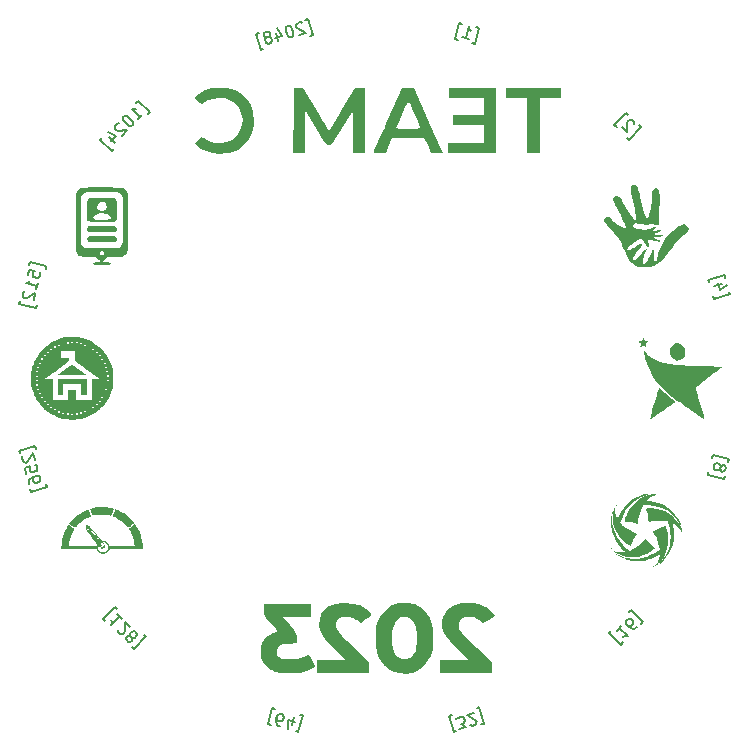
<source format=gbr>
%TF.GenerationSoftware,KiCad,Pcbnew,7.0.7*%
%TF.CreationDate,2023-10-30T19:21:24-07:00*%
%TF.ProjectId,CodeStackOrnament2023,436f6465-5374-4616-936b-4f726e616d65,rev?*%
%TF.SameCoordinates,Original*%
%TF.FileFunction,Legend,Bot*%
%TF.FilePolarity,Positive*%
%FSLAX46Y46*%
G04 Gerber Fmt 4.6, Leading zero omitted, Abs format (unit mm)*
G04 Created by KiCad (PCBNEW 7.0.7) date 2023-10-30 19:21:24*
%MOMM*%
%LPD*%
G01*
G04 APERTURE LIST*
%ADD10C,0.150000*%
%ADD11C,0.200000*%
%ADD12C,0.565287*%
%ADD13C,0.000000*%
%ADD14C,0.513897*%
%ADD15C,2.100000*%
%ADD16C,1.734000*%
G04 APERTURE END LIST*
D10*
X130753715Y-82348905D02*
X130919110Y-82177634D01*
X130919110Y-82177634D02*
X129891481Y-81185265D01*
X129891481Y-81185265D02*
X129726086Y-81356536D01*
X129885434Y-82768184D02*
X130282382Y-82357133D01*
X130083908Y-82562658D02*
X129364568Y-81868000D01*
X129364568Y-81868000D02*
X129533489Y-81898728D01*
X129533489Y-81898728D02*
X129668155Y-81896378D01*
X129668155Y-81896378D02*
X129768568Y-81860948D01*
X128736068Y-82518831D02*
X128669910Y-82587340D01*
X128669910Y-82587340D02*
X128638006Y-82688927D01*
X128638006Y-82688927D02*
X128639181Y-82756261D01*
X128639181Y-82756261D02*
X128674611Y-82856673D01*
X128674611Y-82856673D02*
X128778549Y-83023243D01*
X128778549Y-83023243D02*
X128949821Y-83188638D01*
X128949821Y-83188638D02*
X129119917Y-83286699D01*
X129119917Y-83286699D02*
X129221504Y-83318603D01*
X129221504Y-83318603D02*
X129288837Y-83317428D01*
X129288837Y-83317428D02*
X129389250Y-83281998D01*
X129389250Y-83281998D02*
X129455408Y-83213490D01*
X129455408Y-83213490D02*
X129487311Y-83111902D01*
X129487311Y-83111902D02*
X129486136Y-83044569D01*
X129486136Y-83044569D02*
X129450706Y-82944157D01*
X129450706Y-82944157D02*
X129346768Y-82777587D01*
X129346768Y-82777587D02*
X129175497Y-82612192D01*
X129175497Y-82612192D02*
X129005401Y-82514130D01*
X129005401Y-82514130D02*
X128903813Y-82482226D01*
X128903813Y-82482226D02*
X128836480Y-82483402D01*
X128836480Y-82483402D02*
X128736068Y-82518831D01*
X128308392Y-83098803D02*
X128241058Y-83099979D01*
X128241058Y-83099979D02*
X128140646Y-83135408D01*
X128140646Y-83135408D02*
X127975251Y-83306680D01*
X127975251Y-83306680D02*
X127943348Y-83408267D01*
X127943348Y-83408267D02*
X127944523Y-83475600D01*
X127944523Y-83475600D02*
X127979953Y-83576013D01*
X127979953Y-83576013D02*
X128048461Y-83642171D01*
X128048461Y-83642171D02*
X128184303Y-83707153D01*
X128184303Y-83707153D02*
X128992302Y-83693050D01*
X128992302Y-83693050D02*
X128562275Y-84138355D01*
X127487294Y-84291827D02*
X127966854Y-84754932D01*
X127378655Y-83855923D02*
X128057864Y-84180837D01*
X128057864Y-84180837D02*
X127627837Y-84626142D01*
X127908923Y-85294773D02*
X127743528Y-85466045D01*
X127743528Y-85466045D02*
X126715900Y-84473676D01*
X126715900Y-84473676D02*
X126881295Y-84302404D01*
X156472382Y-133213134D02*
X156243510Y-133278762D01*
X156243510Y-133278762D02*
X156637278Y-134651993D01*
X156637278Y-134651993D02*
X156866150Y-134586365D01*
X157114545Y-134416063D02*
X157709612Y-134245430D01*
X157709612Y-134245430D02*
X157284187Y-133971115D01*
X157284187Y-133971115D02*
X157421510Y-133931738D01*
X157421510Y-133931738D02*
X157499933Y-133859712D01*
X157499933Y-133859712D02*
X157532582Y-133800812D01*
X157532582Y-133800812D02*
X157552105Y-133696138D01*
X157552105Y-133696138D02*
X157486477Y-133467266D01*
X157486477Y-133467266D02*
X157414452Y-133388843D01*
X157414452Y-133388843D02*
X157355552Y-133356194D01*
X157355552Y-133356194D02*
X157250877Y-133336671D01*
X157250877Y-133336671D02*
X156976231Y-133415425D01*
X156976231Y-133415425D02*
X156897808Y-133487450D01*
X156897808Y-133487450D02*
X156865159Y-133546350D01*
X158049556Y-134048877D02*
X158108456Y-134081526D01*
X158108456Y-134081526D02*
X158213130Y-134101049D01*
X158213130Y-134101049D02*
X158442002Y-134035421D01*
X158442002Y-134035421D02*
X158520425Y-133963395D01*
X158520425Y-133963395D02*
X158553074Y-133904495D01*
X158553074Y-133904495D02*
X158572597Y-133799821D01*
X158572597Y-133799821D02*
X158546346Y-133708272D01*
X158546346Y-133708272D02*
X158461195Y-133584075D01*
X158461195Y-133584075D02*
X157754395Y-133192290D01*
X157754395Y-133192290D02*
X158349462Y-133021657D01*
X158578004Y-132609357D02*
X158806875Y-132543729D01*
X158806875Y-132543729D02*
X159200643Y-133916960D01*
X159200643Y-133916960D02*
X158971771Y-133982588D01*
X178203476Y-112626850D02*
X178145876Y-112857872D01*
X178145876Y-112857872D02*
X179532013Y-113203475D01*
X179532013Y-113203475D02*
X179589613Y-112972452D01*
X179208084Y-112337481D02*
X179231248Y-112441410D01*
X179231248Y-112441410D02*
X179265933Y-112499135D01*
X179265933Y-112499135D02*
X179346822Y-112568380D01*
X179346822Y-112568380D02*
X179393027Y-112579900D01*
X179393027Y-112579900D02*
X179496956Y-112556735D01*
X179496956Y-112556735D02*
X179554680Y-112522051D01*
X179554680Y-112522051D02*
X179623925Y-112441162D01*
X179623925Y-112441162D02*
X179670005Y-112256344D01*
X179670005Y-112256344D02*
X179646841Y-112152414D01*
X179646841Y-112152414D02*
X179612157Y-112094690D01*
X179612157Y-112094690D02*
X179531268Y-112025445D01*
X179531268Y-112025445D02*
X179485063Y-112013925D01*
X179485063Y-112013925D02*
X179381134Y-112037089D01*
X179381134Y-112037089D02*
X179323409Y-112071774D01*
X179323409Y-112071774D02*
X179254164Y-112152663D01*
X179254164Y-112152663D02*
X179208084Y-112337481D01*
X179208084Y-112337481D02*
X179138839Y-112418370D01*
X179138839Y-112418370D02*
X179081115Y-112453054D01*
X179081115Y-112453054D02*
X178977186Y-112476219D01*
X178977186Y-112476219D02*
X178792367Y-112430138D01*
X178792367Y-112430138D02*
X178711478Y-112360894D01*
X178711478Y-112360894D02*
X178676794Y-112303169D01*
X178676794Y-112303169D02*
X178653629Y-112199240D01*
X178653629Y-112199240D02*
X178699710Y-112014422D01*
X178699710Y-112014422D02*
X178768955Y-111933533D01*
X178768955Y-111933533D02*
X178826679Y-111898848D01*
X178826679Y-111898848D02*
X178930608Y-111875684D01*
X178930608Y-111875684D02*
X179115427Y-111921764D01*
X179115427Y-111921764D02*
X179196316Y-111991009D01*
X179196316Y-111991009D02*
X179231000Y-112048733D01*
X179231000Y-112048733D02*
X179254164Y-112152663D01*
X178502999Y-111425531D02*
X178560599Y-111194508D01*
X178560599Y-111194508D02*
X179946736Y-111540111D01*
X179946736Y-111540111D02*
X179889136Y-111771134D01*
X178613134Y-97747617D02*
X178678762Y-97976489D01*
X178678762Y-97976489D02*
X180051993Y-97582721D01*
X180051993Y-97582721D02*
X179986365Y-97353849D01*
X179351261Y-96693815D02*
X178710420Y-96877573D01*
X179783084Y-96817682D02*
X179162096Y-97243438D01*
X179162096Y-97243438D02*
X178991464Y-96648371D01*
X178271869Y-96557483D02*
X178206241Y-96328611D01*
X178206241Y-96328611D02*
X179579472Y-95934843D01*
X179579472Y-95934843D02*
X179645100Y-96163715D01*
X121246865Y-110642382D02*
X121181237Y-110413510D01*
X121181237Y-110413510D02*
X119808006Y-110807278D01*
X119808006Y-110807278D02*
X119873634Y-111036150D01*
X120148610Y-111304068D02*
X120115961Y-111362968D01*
X120115961Y-111362968D02*
X120096438Y-111467643D01*
X120096438Y-111467643D02*
X120162066Y-111696515D01*
X120162066Y-111696515D02*
X120234092Y-111774938D01*
X120234092Y-111774938D02*
X120292992Y-111807587D01*
X120292992Y-111807587D02*
X120397666Y-111827110D01*
X120397666Y-111827110D02*
X120489215Y-111800859D01*
X120489215Y-111800859D02*
X120613412Y-111715707D01*
X120613412Y-111715707D02*
X121005198Y-111008908D01*
X121005198Y-111008908D02*
X121175830Y-111603975D01*
X120463955Y-112749325D02*
X120332699Y-112291581D01*
X120332699Y-112291581D02*
X120777317Y-112114551D01*
X120777317Y-112114551D02*
X120744668Y-112173451D01*
X120744668Y-112173451D02*
X120725145Y-112278125D01*
X120725145Y-112278125D02*
X120790773Y-112506997D01*
X120790773Y-112506997D02*
X120862798Y-112585420D01*
X120862798Y-112585420D02*
X120921698Y-112618069D01*
X120921698Y-112618069D02*
X121026373Y-112637592D01*
X121026373Y-112637592D02*
X121255245Y-112571964D01*
X121255245Y-112571964D02*
X121333668Y-112499939D01*
X121333668Y-112499939D02*
X121366317Y-112441039D01*
X121366317Y-112441039D02*
X121385840Y-112336365D01*
X121385840Y-112336365D02*
X121320212Y-112107493D01*
X121320212Y-112107493D02*
X121248186Y-112029070D01*
X121248186Y-112029070D02*
X121189286Y-111996421D01*
X120713341Y-113619038D02*
X120660839Y-113435941D01*
X120660839Y-113435941D02*
X120680362Y-113331266D01*
X120680362Y-113331266D02*
X120713011Y-113272366D01*
X120713011Y-113272366D02*
X120824083Y-113141441D01*
X120824083Y-113141441D02*
X120994054Y-113043164D01*
X120994054Y-113043164D02*
X121360249Y-112938159D01*
X121360249Y-112938159D02*
X121464924Y-112957683D01*
X121464924Y-112957683D02*
X121523824Y-112990331D01*
X121523824Y-112990331D02*
X121595849Y-113068755D01*
X121595849Y-113068755D02*
X121648351Y-113251852D01*
X121648351Y-113251852D02*
X121628828Y-113356526D01*
X121628828Y-113356526D02*
X121596180Y-113415426D01*
X121596180Y-113415426D02*
X121517756Y-113487452D01*
X121517756Y-113487452D02*
X121288885Y-113553080D01*
X121288885Y-113553080D02*
X121184210Y-113533557D01*
X121184210Y-113533557D02*
X121125310Y-113500908D01*
X121125310Y-113500908D02*
X121053285Y-113422485D01*
X121053285Y-113422485D02*
X121000782Y-113239387D01*
X121000782Y-113239387D02*
X121020306Y-113134713D01*
X121020306Y-113134713D02*
X121052954Y-113075813D01*
X121052954Y-113075813D02*
X121131377Y-113003787D01*
X122113154Y-113663491D02*
X122178781Y-113892363D01*
X122178781Y-113892363D02*
X120805550Y-114286130D01*
X120805550Y-114286130D02*
X120739923Y-114057259D01*
X144467617Y-75686865D02*
X144696489Y-75621237D01*
X144696489Y-75621237D02*
X144302721Y-74248006D01*
X144302721Y-74248006D02*
X144073849Y-74313634D01*
X143805931Y-74588610D02*
X143747031Y-74555961D01*
X143747031Y-74555961D02*
X143642356Y-74536438D01*
X143642356Y-74536438D02*
X143413484Y-74602066D01*
X143413484Y-74602066D02*
X143335061Y-74674092D01*
X143335061Y-74674092D02*
X143302412Y-74732992D01*
X143302412Y-74732992D02*
X143282889Y-74837666D01*
X143282889Y-74837666D02*
X143309140Y-74929215D01*
X143309140Y-74929215D02*
X143394292Y-75053412D01*
X143394292Y-75053412D02*
X144101091Y-75445198D01*
X144101091Y-75445198D02*
X143506024Y-75615830D01*
X142635320Y-74825201D02*
X142543771Y-74851452D01*
X142543771Y-74851452D02*
X142465348Y-74923478D01*
X142465348Y-74923478D02*
X142432699Y-74982378D01*
X142432699Y-74982378D02*
X142413176Y-75087052D01*
X142413176Y-75087052D02*
X142419904Y-75283275D01*
X142419904Y-75283275D02*
X142485532Y-75512147D01*
X142485532Y-75512147D02*
X142583809Y-75682119D01*
X142583809Y-75682119D02*
X142655834Y-75760542D01*
X142655834Y-75760542D02*
X142714734Y-75793191D01*
X142714734Y-75793191D02*
X142819409Y-75812714D01*
X142819409Y-75812714D02*
X142910957Y-75786463D01*
X142910957Y-75786463D02*
X142989381Y-75714437D01*
X142989381Y-75714437D02*
X143022029Y-75655537D01*
X143022029Y-75655537D02*
X143041553Y-75550863D01*
X143041553Y-75550863D02*
X143034825Y-75354640D01*
X143034825Y-75354640D02*
X142969197Y-75125768D01*
X142969197Y-75125768D02*
X142870920Y-74955796D01*
X142870920Y-74955796D02*
X142798894Y-74877373D01*
X142798894Y-74877373D02*
X142739994Y-74844724D01*
X142739994Y-74844724D02*
X142635320Y-74825201D01*
X141582840Y-75473762D02*
X141766598Y-76114603D01*
X141706707Y-75041939D02*
X142132463Y-75662926D01*
X142132463Y-75662926D02*
X141537396Y-75833559D01*
X140968250Y-75749069D02*
X141046673Y-75677043D01*
X141046673Y-75677043D02*
X141079322Y-75618143D01*
X141079322Y-75618143D02*
X141098845Y-75513469D01*
X141098845Y-75513469D02*
X141085720Y-75467694D01*
X141085720Y-75467694D02*
X141013694Y-75389271D01*
X141013694Y-75389271D02*
X140954794Y-75356622D01*
X140954794Y-75356622D02*
X140850120Y-75337099D01*
X140850120Y-75337099D02*
X140667022Y-75389602D01*
X140667022Y-75389602D02*
X140588599Y-75461627D01*
X140588599Y-75461627D02*
X140555950Y-75520527D01*
X140555950Y-75520527D02*
X140536427Y-75625201D01*
X140536427Y-75625201D02*
X140549553Y-75670976D01*
X140549553Y-75670976D02*
X140621578Y-75749399D01*
X140621578Y-75749399D02*
X140680478Y-75782048D01*
X140680478Y-75782048D02*
X140785153Y-75801571D01*
X140785153Y-75801571D02*
X140968250Y-75749069D01*
X140968250Y-75749069D02*
X141072924Y-75768592D01*
X141072924Y-75768592D02*
X141131824Y-75801240D01*
X141131824Y-75801240D02*
X141203850Y-75879664D01*
X141203850Y-75879664D02*
X141256352Y-76062761D01*
X141256352Y-76062761D02*
X141236829Y-76167435D01*
X141236829Y-76167435D02*
X141204180Y-76226335D01*
X141204180Y-76226335D02*
X141125757Y-76298361D01*
X141125757Y-76298361D02*
X140942660Y-76350863D01*
X140942660Y-76350863D02*
X140837985Y-76331340D01*
X140837985Y-76331340D02*
X140779085Y-76298691D01*
X140779085Y-76298691D02*
X140707060Y-76220268D01*
X140707060Y-76220268D02*
X140654557Y-76037171D01*
X140654557Y-76037171D02*
X140674081Y-75932496D01*
X140674081Y-75932496D02*
X140706729Y-75873596D01*
X140706729Y-75873596D02*
X140785153Y-75801571D01*
X140531021Y-76815665D02*
X140302149Y-76881293D01*
X140302149Y-76881293D02*
X139908381Y-75508062D01*
X139908381Y-75508062D02*
X140137253Y-75442434D01*
X169966284Y-126061094D02*
X169800889Y-126232365D01*
X169800889Y-126232365D02*
X170828518Y-127224734D01*
X170828518Y-127224734D02*
X170993913Y-127053463D01*
X170834565Y-125641815D02*
X170437617Y-126052866D01*
X170636091Y-125847341D02*
X171355431Y-126541999D01*
X171355431Y-126541999D02*
X171186510Y-126511271D01*
X171186510Y-126511271D02*
X171051844Y-126513621D01*
X171051844Y-126513621D02*
X170951431Y-126549051D01*
X172149326Y-125719896D02*
X172017010Y-125856913D01*
X172017010Y-125856913D02*
X171916598Y-125892343D01*
X171916598Y-125892343D02*
X171849265Y-125893518D01*
X171849265Y-125893518D02*
X171680344Y-125862790D01*
X171680344Y-125862790D02*
X171510248Y-125764728D01*
X171510248Y-125764728D02*
X171236214Y-125500097D01*
X171236214Y-125500097D02*
X171200784Y-125399684D01*
X171200784Y-125399684D02*
X171199609Y-125332351D01*
X171199609Y-125332351D02*
X171231513Y-125230764D01*
X171231513Y-125230764D02*
X171363828Y-125093746D01*
X171363828Y-125093746D02*
X171464241Y-125058317D01*
X171464241Y-125058317D02*
X171531574Y-125057142D01*
X171531574Y-125057142D02*
X171633161Y-125089045D01*
X171633161Y-125089045D02*
X171804433Y-125254440D01*
X171804433Y-125254440D02*
X171839862Y-125354852D01*
X171839862Y-125354852D02*
X171841038Y-125422186D01*
X171841038Y-125422186D02*
X171809134Y-125523773D01*
X171809134Y-125523773D02*
X171676818Y-125660790D01*
X171676818Y-125660790D02*
X171576406Y-125696220D01*
X171576406Y-125696220D02*
X171509073Y-125697395D01*
X171509073Y-125697395D02*
X171407485Y-125665491D01*
X171487917Y-124485397D02*
X171653312Y-124314125D01*
X171653312Y-124314125D02*
X172680940Y-125306494D01*
X172680940Y-125306494D02*
X172515545Y-125477766D01*
X128118905Y-124196284D02*
X127947634Y-124030889D01*
X127947634Y-124030889D02*
X126955265Y-125058518D01*
X126955265Y-125058518D02*
X127126536Y-125223913D01*
X128538184Y-125064565D02*
X128127133Y-124667617D01*
X128332658Y-124866091D02*
X127638000Y-125585431D01*
X127638000Y-125585431D02*
X127668728Y-125416510D01*
X127668728Y-125416510D02*
X127666378Y-125281844D01*
X127666378Y-125281844D02*
X127630948Y-125181431D01*
X128183718Y-125980028D02*
X128184893Y-126047361D01*
X128184893Y-126047361D02*
X128220323Y-126147773D01*
X128220323Y-126147773D02*
X128391594Y-126313168D01*
X128391594Y-126313168D02*
X128493182Y-126345072D01*
X128493182Y-126345072D02*
X128560515Y-126343897D01*
X128560515Y-126343897D02*
X128660927Y-126308467D01*
X128660927Y-126308467D02*
X128727085Y-126239958D01*
X128727085Y-126239958D02*
X128792068Y-126104117D01*
X128792068Y-126104117D02*
X128777964Y-125296118D01*
X128777964Y-125296118D02*
X129223270Y-125726144D01*
X129237373Y-126534143D02*
X129135786Y-126502240D01*
X129135786Y-126502240D02*
X129068453Y-126503415D01*
X129068453Y-126503415D02*
X128968040Y-126538844D01*
X128968040Y-126538844D02*
X128934961Y-126573099D01*
X128934961Y-126573099D02*
X128903058Y-126674686D01*
X128903058Y-126674686D02*
X128904233Y-126742020D01*
X128904233Y-126742020D02*
X128939663Y-126842432D01*
X128939663Y-126842432D02*
X129076680Y-126974748D01*
X129076680Y-126974748D02*
X129178267Y-127006651D01*
X129178267Y-127006651D02*
X129245600Y-127005476D01*
X129245600Y-127005476D02*
X129346013Y-126970046D01*
X129346013Y-126970046D02*
X129379092Y-126935792D01*
X129379092Y-126935792D02*
X129410995Y-126834205D01*
X129410995Y-126834205D02*
X129409820Y-126766871D01*
X129409820Y-126766871D02*
X129374390Y-126666459D01*
X129374390Y-126666459D02*
X129237373Y-126534143D01*
X129237373Y-126534143D02*
X129201944Y-126433731D01*
X129201944Y-126433731D02*
X129200768Y-126366398D01*
X129200768Y-126366398D02*
X129232672Y-126264810D01*
X129232672Y-126264810D02*
X129364988Y-126127793D01*
X129364988Y-126127793D02*
X129465400Y-126092364D01*
X129465400Y-126092364D02*
X129532733Y-126091188D01*
X129532733Y-126091188D02*
X129634321Y-126123092D01*
X129634321Y-126123092D02*
X129771338Y-126255408D01*
X129771338Y-126255408D02*
X129806768Y-126355820D01*
X129806768Y-126355820D02*
X129807943Y-126423153D01*
X129807943Y-126423153D02*
X129776039Y-126524741D01*
X129776039Y-126524741D02*
X129643723Y-126661758D01*
X129643723Y-126661758D02*
X129543311Y-126697187D01*
X129543311Y-126697187D02*
X129475978Y-126698363D01*
X129475978Y-126698363D02*
X129374390Y-126666459D01*
X130379688Y-126379497D02*
X130550959Y-126544891D01*
X130550959Y-126544891D02*
X129558590Y-127572520D01*
X129558590Y-127572520D02*
X129387319Y-127407125D01*
X158176850Y-76336523D02*
X158407872Y-76394123D01*
X158407872Y-76394123D02*
X158753475Y-75007986D01*
X158753475Y-75007986D02*
X158522452Y-74950386D01*
X157379603Y-75794209D02*
X157934058Y-75932450D01*
X157656831Y-75863329D02*
X157898753Y-74893034D01*
X157898753Y-74893034D02*
X157956601Y-75054688D01*
X157956601Y-75054688D02*
X158025970Y-75170137D01*
X158025970Y-75170137D02*
X158106859Y-75239382D01*
X156975531Y-76037000D02*
X156744508Y-75979400D01*
X156744508Y-75979400D02*
X157090111Y-74593263D01*
X157090111Y-74593263D02*
X157321134Y-74650863D01*
X122076523Y-95443149D02*
X122134123Y-95212127D01*
X122134123Y-95212127D02*
X120747986Y-94866524D01*
X120747986Y-94866524D02*
X120690386Y-95097547D01*
X120575433Y-95952269D02*
X120690634Y-95490224D01*
X120690634Y-95490224D02*
X121164200Y-95559220D01*
X121164200Y-95559220D02*
X121106475Y-95593904D01*
X121106475Y-95593904D02*
X121037230Y-95674793D01*
X121037230Y-95674793D02*
X120979630Y-95905816D01*
X120979630Y-95905816D02*
X121002794Y-96009745D01*
X121002794Y-96009745D02*
X121037479Y-96067470D01*
X121037479Y-96067470D02*
X121118368Y-96136715D01*
X121118368Y-96136715D02*
X121349391Y-96194315D01*
X121349391Y-96194315D02*
X121453320Y-96171151D01*
X121453320Y-96171151D02*
X121511044Y-96136466D01*
X121511044Y-96136466D02*
X121580289Y-96055577D01*
X121580289Y-96055577D02*
X121637890Y-95824555D01*
X121637890Y-95824555D02*
X121614725Y-95720625D01*
X121614725Y-95720625D02*
X121580041Y-95662901D01*
X121303807Y-97164487D02*
X121442048Y-96610032D01*
X121372928Y-96887259D02*
X120402632Y-96645338D01*
X120402632Y-96645338D02*
X120564286Y-96587489D01*
X120564286Y-96587489D02*
X120679735Y-96518120D01*
X120679735Y-96518120D02*
X120748980Y-96437231D01*
X120333760Y-97315242D02*
X120276035Y-97349926D01*
X120276035Y-97349926D02*
X120206790Y-97430815D01*
X120206790Y-97430815D02*
X120149190Y-97661838D01*
X120149190Y-97661838D02*
X120172354Y-97765767D01*
X120172354Y-97765767D02*
X120207039Y-97823492D01*
X120207039Y-97823492D02*
X120287928Y-97892737D01*
X120287928Y-97892737D02*
X120380337Y-97915777D01*
X120380337Y-97915777D02*
X120530471Y-97904132D01*
X120530471Y-97904132D02*
X121223166Y-97487919D01*
X121223166Y-97487919D02*
X121073405Y-98088578D01*
X121316197Y-98492651D02*
X121258596Y-98723673D01*
X121258596Y-98723673D02*
X119872459Y-98378071D01*
X119872459Y-98378071D02*
X119930060Y-98147048D01*
X141483149Y-132643476D02*
X141252127Y-132585876D01*
X141252127Y-132585876D02*
X140906524Y-133972013D01*
X140906524Y-133972013D02*
X141137547Y-134029613D01*
X141946065Y-134133046D02*
X141761246Y-134086965D01*
X141761246Y-134086965D02*
X141680357Y-134017721D01*
X141680357Y-134017721D02*
X141645673Y-133959996D01*
X141645673Y-133959996D02*
X141587824Y-133798342D01*
X141587824Y-133798342D02*
X141587700Y-133602004D01*
X141587700Y-133602004D02*
X141679861Y-133232367D01*
X141679861Y-133232367D02*
X141749105Y-133151478D01*
X141749105Y-133151478D02*
X141806830Y-133116794D01*
X141806830Y-133116794D02*
X141910759Y-133093629D01*
X141910759Y-133093629D02*
X142095577Y-133139710D01*
X142095577Y-133139710D02*
X142176466Y-133208955D01*
X142176466Y-133208955D02*
X142211151Y-133266679D01*
X142211151Y-133266679D02*
X142234315Y-133370608D01*
X142234315Y-133370608D02*
X142176715Y-133601631D01*
X142176715Y-133601631D02*
X142107470Y-133682520D01*
X142107470Y-133682520D02*
X142049745Y-133717205D01*
X142049745Y-133717205D02*
X141945816Y-133740369D01*
X141945816Y-133740369D02*
X141760998Y-133694289D01*
X141760998Y-133694289D02*
X141680109Y-133625044D01*
X141680109Y-133625044D02*
X141645424Y-133567319D01*
X141645424Y-133567319D02*
X141622260Y-133463390D01*
X142950796Y-134040016D02*
X143112078Y-133393152D01*
X142627613Y-134352052D02*
X142569391Y-133601383D01*
X142569391Y-133601383D02*
X143170051Y-133751144D01*
X143608559Y-133173401D02*
X143839582Y-133231001D01*
X143839582Y-133231001D02*
X143493980Y-134617138D01*
X143493980Y-134617138D02*
X143262957Y-134559537D01*
X171311094Y-84303715D02*
X171482365Y-84469110D01*
X171482365Y-84469110D02*
X172474734Y-83441481D01*
X172474734Y-83441481D02*
X172303463Y-83276086D01*
X171931367Y-83181551D02*
X171930191Y-83114217D01*
X171930191Y-83114217D02*
X171894762Y-83013805D01*
X171894762Y-83013805D02*
X171723490Y-82848410D01*
X171723490Y-82848410D02*
X171621903Y-82816507D01*
X171621903Y-82816507D02*
X171554570Y-82817682D01*
X171554570Y-82817682D02*
X171454157Y-82853111D01*
X171454157Y-82853111D02*
X171387999Y-82921620D01*
X171387999Y-82921620D02*
X171323017Y-83057462D01*
X171323017Y-83057462D02*
X171337121Y-83865461D01*
X171337121Y-83865461D02*
X170891815Y-83435434D01*
X170420482Y-83443661D02*
X170249211Y-83278266D01*
X170249211Y-83278266D02*
X171241580Y-82250638D01*
X171241580Y-82250638D02*
X171412851Y-82416033D01*
%TO.C,G\u002A\u002A\u002A*%
G36*
X127139333Y-118808331D02*
G01*
X127140496Y-118810123D01*
X127165709Y-118866072D01*
X127162828Y-118902080D01*
X127135776Y-118925649D01*
X127076962Y-118974611D01*
X127001683Y-119036042D01*
X126932781Y-119088971D01*
X126869380Y-119131788D01*
X126833591Y-119148582D01*
X126831782Y-119148589D01*
X126790607Y-119130539D01*
X126750003Y-119090353D01*
X126724549Y-119046358D01*
X126728826Y-119016883D01*
X126731889Y-119014761D01*
X126772207Y-118984805D01*
X126840851Y-118932404D01*
X126924864Y-118867435D01*
X127092587Y-118736987D01*
X127139333Y-118808331D01*
G37*
G36*
X125520343Y-117080115D02*
G01*
X125599388Y-117104541D01*
X125698564Y-117142319D01*
X125735221Y-117157617D01*
X125823106Y-117196313D01*
X125882135Y-117225386D01*
X125901108Y-117239464D01*
X125898118Y-117242084D01*
X125863116Y-117270212D01*
X125798615Y-117320949D01*
X125715681Y-117385575D01*
X125691360Y-117404336D01*
X125611343Y-117464290D01*
X125551687Y-117506284D01*
X125523829Y-117522175D01*
X125514433Y-117505962D01*
X125500884Y-117448458D01*
X125487115Y-117364255D01*
X125475066Y-117269078D01*
X125466678Y-117178650D01*
X125463890Y-117108696D01*
X125468643Y-117074941D01*
X125474405Y-117072843D01*
X125520343Y-117080115D01*
G37*
G36*
X125712958Y-115797769D02*
G01*
X125751686Y-115845141D01*
X125788964Y-115934047D01*
X125835713Y-116069347D01*
X125938363Y-116367521D01*
X125849502Y-116398139D01*
X125833076Y-116403923D01*
X125620186Y-116497784D01*
X125393578Y-116628117D01*
X125167311Y-116785228D01*
X124955444Y-116959425D01*
X124772037Y-117141014D01*
X124732336Y-117184685D01*
X124663694Y-117258746D01*
X124614432Y-117309929D01*
X124593228Y-117329103D01*
X124568193Y-117316368D01*
X124509523Y-117278739D01*
X124428957Y-117224096D01*
X124337768Y-117160411D01*
X124247227Y-117095658D01*
X124168607Y-117037811D01*
X124113182Y-116994843D01*
X124092223Y-116974728D01*
X124110420Y-116942051D01*
X124159844Y-116879582D01*
X124232272Y-116796366D01*
X124319485Y-116701358D01*
X124413261Y-116603512D01*
X124505378Y-116511784D01*
X124587616Y-116435129D01*
X124764615Y-116290075D01*
X124983591Y-116133839D01*
X125208475Y-115994023D01*
X125419121Y-115883981D01*
X125478906Y-115856288D01*
X125587486Y-115808201D01*
X125661864Y-115787076D01*
X125712958Y-115797769D01*
G37*
G36*
X128041727Y-115782359D02*
G01*
X128128295Y-115811668D01*
X128238549Y-115857411D01*
X128362418Y-115915247D01*
X128489831Y-115980834D01*
X128610718Y-116049830D01*
X128731802Y-116126291D01*
X128944753Y-116278828D01*
X129153339Y-116454470D01*
X129373116Y-116665784D01*
X129432025Y-116725344D01*
X129512128Y-116810895D01*
X129554750Y-116874929D01*
X129558866Y-116928756D01*
X129523450Y-116983684D01*
X129447476Y-117051021D01*
X129329919Y-117142075D01*
X129280730Y-117179331D01*
X129195091Y-117241218D01*
X129130346Y-117284080D01*
X129097666Y-117300306D01*
X129074189Y-117286530D01*
X129019082Y-117240180D01*
X128942472Y-117168840D01*
X128853248Y-117080502D01*
X128613598Y-116864191D01*
X128314635Y-116649165D01*
X127987622Y-116463288D01*
X127958794Y-116448678D01*
X127871568Y-116401534D01*
X127810609Y-116364004D01*
X127787677Y-116343153D01*
X127789417Y-116331937D01*
X127804648Y-116276004D01*
X127831699Y-116189090D01*
X127865853Y-116085130D01*
X127902393Y-115978062D01*
X127936601Y-115881820D01*
X127963757Y-115810343D01*
X127979146Y-115777565D01*
X127988915Y-115773825D01*
X128041727Y-115782359D01*
G37*
G36*
X127228986Y-115598127D02*
G01*
X127403766Y-115618735D01*
X127445411Y-115626514D01*
X127553021Y-115650138D01*
X127659867Y-115677544D01*
X127752650Y-115704924D01*
X127818072Y-115728474D01*
X127842834Y-115744387D01*
X127835028Y-115777488D01*
X127813742Y-115848779D01*
X127783777Y-115943300D01*
X127749942Y-116046400D01*
X127717047Y-116143432D01*
X127689903Y-116219747D01*
X127673317Y-116260695D01*
X127671851Y-116263455D01*
X127653801Y-116290230D01*
X127627851Y-116303783D01*
X127582517Y-116304410D01*
X127506319Y-116292406D01*
X127387775Y-116268069D01*
X127287220Y-116251436D01*
X127104649Y-116235014D01*
X126897238Y-116228340D01*
X126682555Y-116231432D01*
X126478169Y-116244308D01*
X126301647Y-116266985D01*
X126261405Y-116273808D01*
X126159703Y-116288552D01*
X126084139Y-116295868D01*
X126048725Y-116294246D01*
X126038179Y-116281919D01*
X126011151Y-116226122D01*
X125978579Y-116139552D01*
X125944604Y-116035951D01*
X125913366Y-115929057D01*
X125889007Y-115832613D01*
X125875667Y-115760357D01*
X125877487Y-115726031D01*
X125904273Y-115713790D01*
X125976487Y-115693103D01*
X126080695Y-115668899D01*
X126204621Y-115644246D01*
X126333025Y-115624291D01*
X126552300Y-115602189D01*
X126786132Y-115590218D01*
X127017402Y-115588743D01*
X127228986Y-115598127D01*
G37*
G36*
X130352497Y-119121987D02*
G01*
X128925299Y-119122909D01*
X127498100Y-119123831D01*
X127415364Y-119266076D01*
X127408336Y-119277951D01*
X127319510Y-119393804D01*
X127211081Y-119471994D01*
X127181246Y-119486412D01*
X127024794Y-119529921D01*
X126863481Y-119528618D01*
X126715291Y-119482135D01*
X126635715Y-119430847D01*
X126543255Y-119348894D01*
X126466978Y-119259321D01*
X126423105Y-119178957D01*
X126419339Y-119168678D01*
X126411617Y-119158006D01*
X126396345Y-119149098D01*
X126369197Y-119141795D01*
X126325843Y-119135938D01*
X126261956Y-119131366D01*
X126173208Y-119127922D01*
X126055271Y-119125444D01*
X125903816Y-119123775D01*
X125714516Y-119122754D01*
X125483042Y-119122222D01*
X125205068Y-119122019D01*
X124876263Y-119121987D01*
X123347503Y-119121987D01*
X123347503Y-118997883D01*
X123349185Y-118945245D01*
X123361605Y-118890020D01*
X123388871Y-118873779D01*
X123389954Y-118873765D01*
X123420531Y-118850814D01*
X123430239Y-118780866D01*
X123430946Y-118753392D01*
X123442910Y-118632015D01*
X123467285Y-118478676D01*
X123500981Y-118309341D01*
X123540908Y-118139976D01*
X123583977Y-117986546D01*
X123606826Y-117918720D01*
X123659585Y-117781874D01*
X123724310Y-117630038D01*
X123794782Y-117476557D01*
X123864784Y-117334778D01*
X123928099Y-117218044D01*
X123978510Y-117139702D01*
X124028717Y-117074137D01*
X124255863Y-117233302D01*
X124319732Y-117279052D01*
X124406790Y-117345109D01*
X124469076Y-117397117D01*
X124496128Y-117426657D01*
X124493619Y-117454398D01*
X124468403Y-117518347D01*
X124424857Y-117598000D01*
X124370161Y-117694818D01*
X124280838Y-117884002D01*
X124199990Y-118091485D01*
X124136971Y-118294626D01*
X124135992Y-118298363D01*
X124111250Y-118406081D01*
X124088972Y-118525752D01*
X124070945Y-118644192D01*
X124058957Y-118748217D01*
X124054796Y-118824643D01*
X124060251Y-118860287D01*
X124069435Y-118861833D01*
X124125919Y-118864605D01*
X124228717Y-118867131D01*
X124372052Y-118869347D01*
X124550145Y-118871187D01*
X124757219Y-118872582D01*
X124987495Y-118873469D01*
X125235195Y-118873779D01*
X126396648Y-118873779D01*
X126425587Y-118797110D01*
X126428018Y-118790365D01*
X126433530Y-118764780D01*
X126430164Y-118735616D01*
X126414261Y-118697235D01*
X126382165Y-118643998D01*
X126330219Y-118570264D01*
X126254765Y-118470395D01*
X126152147Y-118338752D01*
X126018707Y-118169694D01*
X125918087Y-118041775D01*
X125809704Y-117902088D01*
X125717467Y-117781118D01*
X125645956Y-117684950D01*
X125599753Y-117619672D01*
X125583438Y-117591368D01*
X125602098Y-117564049D01*
X125652913Y-117514239D01*
X125722728Y-117453592D01*
X125761027Y-117422944D01*
X125872314Y-117422944D01*
X125882813Y-117454802D01*
X125910511Y-117504655D01*
X125958269Y-117576694D01*
X126028949Y-117675110D01*
X126125414Y-117804093D01*
X126250527Y-117967833D01*
X126407149Y-118170521D01*
X126421269Y-118188746D01*
X126542619Y-118346476D01*
X126651540Y-118489967D01*
X126743713Y-118613383D01*
X126814821Y-118710890D01*
X126860545Y-118776651D01*
X126876566Y-118804832D01*
X126872023Y-118815998D01*
X126835769Y-118857190D01*
X126775338Y-118908462D01*
X126675106Y-118984514D01*
X126598202Y-118894673D01*
X126521297Y-118804832D01*
X126520176Y-118959331D01*
X126537772Y-119104989D01*
X126601822Y-119237962D01*
X126715851Y-119350008D01*
X126722477Y-119354780D01*
X126840896Y-119406683D01*
X126974289Y-119416024D01*
X127108001Y-119385961D01*
X127227376Y-119319653D01*
X127317759Y-119220260D01*
X127344924Y-119167419D01*
X127379071Y-119027648D01*
X127371137Y-118882826D01*
X127320981Y-118753141D01*
X127320446Y-118752280D01*
X127255365Y-118679637D01*
X127162690Y-118612075D01*
X127063108Y-118562254D01*
X126977309Y-118542834D01*
X126976429Y-118542835D01*
X126948354Y-118547606D01*
X126951229Y-118570265D01*
X126986515Y-118623634D01*
X127011121Y-118662092D01*
X127026272Y-118706768D01*
X127008332Y-118717055D01*
X126964322Y-118692282D01*
X126901266Y-118631778D01*
X126867672Y-118592414D01*
X126801121Y-118511630D01*
X126711029Y-118400589D01*
X126603126Y-118266394D01*
X126483147Y-118116149D01*
X126356820Y-117956960D01*
X126239349Y-117809982D01*
X126128212Y-117673978D01*
X126032128Y-117559532D01*
X125955796Y-117472141D01*
X125903917Y-117417303D01*
X125881189Y-117400515D01*
X125876150Y-117404892D01*
X125872314Y-117422944D01*
X125761027Y-117422944D01*
X125798351Y-117393077D01*
X125866589Y-117343662D01*
X125914249Y-117316318D01*
X125920844Y-117316516D01*
X125958434Y-117343351D01*
X126023607Y-117410456D01*
X126117415Y-117519033D01*
X126240908Y-117670283D01*
X126395140Y-117865407D01*
X126439496Y-117922130D01*
X126564628Y-118081409D01*
X126662167Y-118203469D01*
X126736784Y-118293253D01*
X126793150Y-118355709D01*
X126835937Y-118395780D01*
X126869816Y-118418414D01*
X126899459Y-118428555D01*
X126929537Y-118431148D01*
X126957321Y-118432197D01*
X127121997Y-118465110D01*
X127268136Y-118538318D01*
X127384603Y-118644574D01*
X127460261Y-118776627D01*
X127495391Y-118873779D01*
X128555612Y-118873779D01*
X129615833Y-118873779D01*
X129599968Y-118673833D01*
X129597467Y-118647367D01*
X129577927Y-118515573D01*
X129547438Y-118365834D01*
X129511439Y-118225679D01*
X129510916Y-118223897D01*
X129466931Y-118091345D01*
X129410450Y-117945597D01*
X129347430Y-117799769D01*
X129283825Y-117666975D01*
X129225593Y-117560330D01*
X129178689Y-117492950D01*
X129155936Y-117462829D01*
X129140237Y-117423724D01*
X129140247Y-117423592D01*
X129162776Y-117398757D01*
X129222247Y-117350508D01*
X129309690Y-117285748D01*
X129416136Y-117211379D01*
X129690831Y-117024441D01*
X129774974Y-117156222D01*
X129834974Y-117256520D01*
X129943488Y-117467002D01*
X130045200Y-117699237D01*
X130130474Y-117932188D01*
X130158183Y-118023802D01*
X130199958Y-118185466D01*
X130237882Y-118358024D01*
X130268834Y-118525580D01*
X130289693Y-118672241D01*
X130297340Y-118782113D01*
X130297459Y-118790623D01*
X130306313Y-118849626D01*
X130324919Y-118873779D01*
X130333161Y-118879473D01*
X130347020Y-118923870D01*
X130352497Y-118997883D01*
X130352497Y-119027648D01*
X130352497Y-119121987D01*
G37*
G36*
X165721501Y-80522245D02*
G01*
X165721501Y-80933249D01*
X164817294Y-80933249D01*
X163913087Y-80933249D01*
X163913087Y-83275967D01*
X163913087Y-85618686D01*
X163378783Y-85618686D01*
X162844479Y-85618686D01*
X162844479Y-83275967D01*
X162844479Y-80933249D01*
X161940272Y-80933249D01*
X161036065Y-80933249D01*
X161036065Y-80522245D01*
X161036065Y-80111242D01*
X163378783Y-80111242D01*
X165721501Y-80111242D01*
X165721501Y-80522245D01*
G37*
G36*
X160214058Y-82864964D02*
G01*
X160214058Y-85618686D01*
X158200142Y-85618686D01*
X156186226Y-85618686D01*
X156186226Y-85207682D01*
X156186226Y-84796679D01*
X157706938Y-84796679D01*
X159227650Y-84796679D01*
X159227650Y-84015773D01*
X159227650Y-83234867D01*
X157912440Y-83234867D01*
X156597230Y-83234867D01*
X156597230Y-82823864D01*
X156597230Y-82412860D01*
X157912440Y-82412860D01*
X159227650Y-82412860D01*
X159227650Y-81673054D01*
X159227650Y-80933249D01*
X157748039Y-80933249D01*
X156268427Y-80933249D01*
X156268427Y-80522245D01*
X156268427Y-80111242D01*
X158241243Y-80111242D01*
X160214058Y-80111242D01*
X160214058Y-82864964D01*
G37*
G36*
X144958387Y-81919656D02*
G01*
X145208552Y-82343978D01*
X145475902Y-82791698D01*
X145707055Y-83172590D01*
X145890438Y-83467809D01*
X146014479Y-83658511D01*
X146067603Y-83725848D01*
X146108981Y-83674892D01*
X146224614Y-83499647D01*
X146401723Y-83217650D01*
X146628643Y-82847752D01*
X146893708Y-82408804D01*
X147185256Y-81919656D01*
X148253864Y-80115687D01*
X148685417Y-80113464D01*
X149116971Y-80111242D01*
X149116971Y-82864964D01*
X149116971Y-85618686D01*
X148625370Y-85618686D01*
X148133769Y-85618686D01*
X148111616Y-83830821D01*
X148089463Y-82042957D01*
X147198455Y-83502019D01*
X147091601Y-83677448D01*
X146772398Y-84199838D01*
X146519204Y-84586598D01*
X146312429Y-84837544D01*
X146132485Y-84952488D01*
X145959782Y-84931246D01*
X145774732Y-84773631D01*
X145557746Y-84479458D01*
X145289233Y-84048541D01*
X144949606Y-83480695D01*
X144061631Y-82000310D01*
X144039508Y-83809498D01*
X144017385Y-85618686D01*
X143512816Y-85618686D01*
X143008246Y-85618686D01*
X143062033Y-84200724D01*
X143068019Y-84034690D01*
X143086819Y-83397185D01*
X143102051Y-82704690D01*
X143112279Y-82030274D01*
X143116072Y-81447003D01*
X143116324Y-80111242D01*
X143507270Y-80111242D01*
X143898216Y-80111242D01*
X144958387Y-81919656D01*
G37*
G36*
X137463413Y-80130016D02*
G01*
X138113564Y-80316641D01*
X138670981Y-80625093D01*
X139124303Y-81044668D01*
X139462171Y-81564665D01*
X139673222Y-82174379D01*
X139746097Y-82863109D01*
X139725180Y-83235197D01*
X139574116Y-83888970D01*
X139285406Y-84462733D01*
X138868818Y-84943597D01*
X138334120Y-85318671D01*
X137691081Y-85575064D01*
X137326629Y-85645754D01*
X136777927Y-85664840D01*
X136217275Y-85600154D01*
X135686923Y-85460489D01*
X135229121Y-85254637D01*
X134886120Y-84991389D01*
X134698500Y-84791676D01*
X134999500Y-84490676D01*
X135132776Y-84360711D01*
X135262113Y-84261170D01*
X135352987Y-84254422D01*
X135449211Y-84324256D01*
X135512524Y-84377374D01*
X135889067Y-84594234D01*
X136348257Y-84739839D01*
X136827974Y-84793068D01*
X136882373Y-84792562D01*
X137419893Y-84718894D01*
X137876600Y-84511522D01*
X138281565Y-84157740D01*
X138292065Y-84145994D01*
X138581505Y-83705538D01*
X138733690Y-83216622D01*
X138754740Y-82709003D01*
X138650775Y-82212435D01*
X138427914Y-81756676D01*
X138092276Y-81371481D01*
X137649980Y-81086607D01*
X137297102Y-80977184D01*
X136803445Y-80940082D01*
X136295635Y-81004244D01*
X135826587Y-81161997D01*
X135449211Y-81405672D01*
X135380707Y-81460966D01*
X135292876Y-81480142D01*
X135180412Y-81411642D01*
X134999500Y-81239252D01*
X134698500Y-80938252D01*
X134886120Y-80738539D01*
X135030666Y-80620079D01*
X135287183Y-80459472D01*
X135580954Y-80309502D01*
X135808826Y-80213663D01*
X136086657Y-80129976D01*
X136389568Y-80088298D01*
X136786874Y-80075160D01*
X137463413Y-80130016D01*
G37*
G36*
X155005721Y-83970435D02*
G01*
X155233274Y-84483919D01*
X155423415Y-84916563D01*
X155568569Y-85251125D01*
X155661161Y-85470363D01*
X155693615Y-85557035D01*
X155643973Y-85584210D01*
X155469846Y-85609090D01*
X155213770Y-85618686D01*
X154734517Y-85618686D01*
X154437870Y-84959070D01*
X154141223Y-84299455D01*
X152767036Y-84322015D01*
X151392850Y-84344575D01*
X151131146Y-84961080D01*
X150869442Y-85577585D01*
X150352706Y-85602328D01*
X150085554Y-85611351D01*
X149930286Y-85600100D01*
X149875675Y-85558880D01*
X149889150Y-85479027D01*
X149920946Y-85402498D01*
X150014803Y-85186772D01*
X150161367Y-84854272D01*
X150352503Y-84423327D01*
X150580078Y-83912268D01*
X150781689Y-83460919D01*
X151771333Y-83460919D01*
X151771735Y-83487089D01*
X151841809Y-83523597D01*
X152017968Y-83547195D01*
X152319603Y-83559884D01*
X152766105Y-83563669D01*
X152817891Y-83563587D01*
X153202132Y-83557482D01*
X153514958Y-83543096D01*
X153725380Y-83522413D01*
X153802408Y-83497412D01*
X153775025Y-83407090D01*
X153693303Y-83196435D01*
X153571674Y-82901088D01*
X153424749Y-82554734D01*
X153267135Y-82191058D01*
X153113442Y-81843742D01*
X152978279Y-81546473D01*
X152876255Y-81332934D01*
X152821978Y-81236810D01*
X152821919Y-81236751D01*
X152770909Y-81287301D01*
X152668324Y-81466185D01*
X152525293Y-81749839D01*
X152352948Y-82114702D01*
X152162420Y-82537211D01*
X151964838Y-82993804D01*
X151771333Y-83460919D01*
X150781689Y-83460919D01*
X150835959Y-83339425D01*
X151112013Y-82723126D01*
X152281696Y-80115269D01*
X152777450Y-80113256D01*
X153273205Y-80111242D01*
X154483706Y-82803313D01*
X154748334Y-83393354D01*
X154794745Y-83497412D01*
X155005721Y-83970435D01*
G37*
G36*
X171871129Y-88317682D02*
G01*
X171999750Y-88358457D01*
X172126190Y-88445945D01*
X172217569Y-88558301D01*
X172234649Y-88605812D01*
X172269468Y-88723030D01*
X172317776Y-88896794D01*
X172376525Y-89115887D01*
X172442664Y-89369095D01*
X172513142Y-89645199D01*
X172612439Y-90031836D01*
X172701560Y-90361245D01*
X172778626Y-90622417D01*
X172845828Y-90820485D01*
X172905360Y-90960578D01*
X172959412Y-91047829D01*
X173010176Y-91087367D01*
X173059845Y-91084324D01*
X173110610Y-91043832D01*
X173156093Y-90968622D01*
X173211648Y-90814496D01*
X173264826Y-90604885D01*
X173313391Y-90353286D01*
X173355105Y-90073195D01*
X173387731Y-89778110D01*
X173409031Y-89481528D01*
X173416768Y-89196945D01*
X173423153Y-89060223D01*
X173466824Y-88850674D01*
X173549631Y-88701565D01*
X173668953Y-88618909D01*
X173701173Y-88609176D01*
X173808331Y-88607544D01*
X173901519Y-88668270D01*
X173995356Y-88799439D01*
X174003144Y-88813656D01*
X174052624Y-88967100D01*
X174082853Y-89195817D01*
X174093744Y-89497681D01*
X174085212Y-89870564D01*
X174057168Y-90312341D01*
X174052394Y-90374393D01*
X174035009Y-90638304D01*
X174021224Y-90907572D01*
X174012335Y-91153863D01*
X174009644Y-91348841D01*
X174009464Y-91526312D01*
X174005083Y-91648110D01*
X173994235Y-91715708D01*
X173974716Y-91742335D01*
X173944325Y-91741222D01*
X173894842Y-91727119D01*
X173704262Y-91679632D01*
X173538204Y-91655014D01*
X173362152Y-91649795D01*
X173141592Y-91660504D01*
X173071111Y-91664931D01*
X172834665Y-91670094D01*
X172621932Y-91654379D01*
X172389772Y-91615187D01*
X172217332Y-91583024D01*
X172069345Y-91566008D01*
X171970576Y-91573851D01*
X171905938Y-91608127D01*
X171860340Y-91670410D01*
X171851584Y-91688641D01*
X171846031Y-91761803D01*
X171898230Y-91849623D01*
X172013528Y-91947708D01*
X172206231Y-92029164D01*
X172458790Y-92079031D01*
X172763105Y-92095012D01*
X172910408Y-92092968D01*
X173049022Y-92083388D01*
X173160205Y-92059602D01*
X173273382Y-92014729D01*
X173417982Y-91941889D01*
X173462077Y-91919095D01*
X173609097Y-91850501D01*
X173701932Y-91823250D01*
X173750143Y-91834245D01*
X173755749Y-91877056D01*
X173706005Y-91948171D01*
X173595266Y-92055575D01*
X173582562Y-92067003D01*
X173488341Y-92158051D01*
X173453989Y-92211421D01*
X173483530Y-92230261D01*
X173580990Y-92217719D01*
X173750390Y-92176945D01*
X173930557Y-92135353D01*
X174074650Y-92117958D01*
X174153095Y-92133655D01*
X174169775Y-92182496D01*
X174135715Y-92224141D01*
X174031306Y-92283895D01*
X173866842Y-92349710D01*
X173836180Y-92360643D01*
X173704398Y-92412321D01*
X173611805Y-92456343D01*
X173576842Y-92484159D01*
X173581282Y-92489527D01*
X173640963Y-92503640D01*
X173755696Y-92513612D01*
X173906842Y-92517557D01*
X173961048Y-92517981D01*
X174160373Y-92528153D01*
X174282983Y-92552261D01*
X174330669Y-92590876D01*
X174305220Y-92644567D01*
X174305125Y-92644661D01*
X174238561Y-92672737D01*
X174112050Y-92695245D01*
X173945555Y-92708629D01*
X173930964Y-92709256D01*
X173737198Y-92720176D01*
X173615947Y-92734270D01*
X173560167Y-92753912D01*
X173562814Y-92781473D01*
X173616842Y-92819326D01*
X173664109Y-92842674D01*
X173787092Y-92892229D01*
X173926842Y-92939271D01*
X174000053Y-92964268D01*
X174100017Y-93014093D01*
X174136842Y-93059783D01*
X174136373Y-93066370D01*
X174093051Y-93106430D01*
X173984138Y-93114455D01*
X173816428Y-93090747D01*
X173596715Y-93035611D01*
X173518659Y-93014769D01*
X173336062Y-92981939D01*
X173189583Y-92978502D01*
X173092188Y-93003928D01*
X173056842Y-93057687D01*
X173061248Y-93084770D01*
X173092107Y-93176336D01*
X173142751Y-93291630D01*
X173187050Y-93399388D01*
X173208627Y-93520482D01*
X173184172Y-93584873D01*
X173124408Y-93587473D01*
X173040061Y-93523193D01*
X172941853Y-93386945D01*
X172882383Y-93293571D01*
X172763314Y-93130942D01*
X172642347Y-92987837D01*
X172465466Y-92798730D01*
X171982725Y-93119531D01*
X171837684Y-93217356D01*
X171633773Y-93363229D01*
X171489409Y-93481279D01*
X171397739Y-93578117D01*
X171351908Y-93660354D01*
X171345064Y-93734600D01*
X171345218Y-93735659D01*
X171386456Y-93812313D01*
X171474976Y-93829200D01*
X171605608Y-93786908D01*
X171773182Y-93686022D01*
X171861819Y-93625593D01*
X172040261Y-93514729D01*
X172214385Y-93418761D01*
X172371647Y-93343442D01*
X172499505Y-93294527D01*
X172585418Y-93277772D01*
X172616842Y-93298931D01*
X172616171Y-93307262D01*
X172581006Y-93392901D01*
X172494766Y-93531243D01*
X172360682Y-93717472D01*
X172181988Y-93946773D01*
X172180062Y-93949174D01*
X172055316Y-94107210D01*
X171946027Y-94250189D01*
X171863918Y-94362480D01*
X171820710Y-94428455D01*
X171797553Y-94489079D01*
X171797946Y-94592613D01*
X171843531Y-94668357D01*
X171920223Y-94698927D01*
X172013934Y-94666936D01*
X172025341Y-94657863D01*
X172093397Y-94590527D01*
X172189444Y-94484020D01*
X172296524Y-94356945D01*
X172387877Y-94246970D01*
X172543215Y-94068759D01*
X172688234Y-93912527D01*
X172813021Y-93788397D01*
X172907664Y-93706495D01*
X172962252Y-93676945D01*
X172965446Y-93677109D01*
X172987284Y-93704070D01*
X172980213Y-93780975D01*
X172942702Y-93913318D01*
X172873221Y-94106594D01*
X172770240Y-94366298D01*
X172744123Y-94431305D01*
X172666455Y-94646593D01*
X172629049Y-94801730D01*
X172631748Y-94903786D01*
X172674397Y-94959833D01*
X172756842Y-94976945D01*
X172781538Y-94976229D01*
X172824997Y-94966591D01*
X172866553Y-94937359D01*
X172913770Y-94878157D01*
X172974211Y-94778606D01*
X173055443Y-94628328D01*
X173165029Y-94416945D01*
X173223580Y-94303017D01*
X173316821Y-94120916D01*
X173393435Y-93970432D01*
X173446734Y-93864722D01*
X173470029Y-93816945D01*
X173488536Y-93801846D01*
X173541843Y-93829232D01*
X173560770Y-93858579D01*
X173581613Y-93944934D01*
X173593236Y-94090190D01*
X173596842Y-94304751D01*
X173597772Y-94457939D01*
X173603060Y-94600470D01*
X173615161Y-94690139D01*
X173636461Y-94742339D01*
X173669348Y-94772463D01*
X173684049Y-94780368D01*
X173762865Y-94779385D01*
X173831673Y-94699933D01*
X173889995Y-94542840D01*
X173937351Y-94308934D01*
X173974730Y-94086475D01*
X174019924Y-93885929D01*
X174075514Y-93720609D01*
X174149719Y-93566689D01*
X174250756Y-93400344D01*
X174341030Y-93248765D01*
X174434339Y-93068279D01*
X174502050Y-92911469D01*
X174531535Y-92837239D01*
X174599865Y-92711589D01*
X174664487Y-92654518D01*
X174710104Y-92627979D01*
X174805474Y-92554867D01*
X174930359Y-92448677D01*
X175069537Y-92321909D01*
X175186654Y-92213940D01*
X175475289Y-91970742D01*
X175727438Y-91795518D01*
X175945539Y-91687243D01*
X176132029Y-91644894D01*
X176289343Y-91667443D01*
X176419919Y-91753868D01*
X176501200Y-91854600D01*
X176539466Y-91960829D01*
X176527291Y-92075424D01*
X176461174Y-92205162D01*
X176337618Y-92356821D01*
X176153125Y-92537177D01*
X175904197Y-92753006D01*
X175755568Y-92878647D01*
X175623761Y-92996317D01*
X175512836Y-93106748D01*
X175409912Y-93224811D01*
X175302109Y-93365379D01*
X175176545Y-93543327D01*
X175020338Y-93773525D01*
X174798197Y-94091512D01*
X174550359Y-94410114D01*
X174313672Y-94668337D01*
X174078914Y-94874098D01*
X173836861Y-95035318D01*
X173578290Y-95159915D01*
X173293978Y-95255810D01*
X173228671Y-95271755D01*
X172991986Y-95301316D01*
X172689999Y-95303055D01*
X172673346Y-95302452D01*
X172475921Y-95291105D01*
X172329462Y-95270675D01*
X172206919Y-95235734D01*
X172081244Y-95180850D01*
X171986486Y-95128275D01*
X171747775Y-94939095D01*
X171518835Y-94675510D01*
X171302305Y-94341382D01*
X171100823Y-93940573D01*
X170917029Y-93476945D01*
X170869166Y-93345988D01*
X170795000Y-93157800D01*
X170725171Y-92995837D01*
X170670057Y-92884969D01*
X170617898Y-92810244D01*
X170516990Y-92685172D01*
X170381082Y-92527427D01*
X170221197Y-92349771D01*
X170048357Y-92164969D01*
X169886029Y-91992805D01*
X169729881Y-91823173D01*
X169598504Y-91676287D01*
X169502221Y-91563695D01*
X169451350Y-91496945D01*
X169400597Y-91387742D01*
X169380535Y-91242110D01*
X169413105Y-91117170D01*
X169492808Y-91029817D01*
X169614142Y-90996945D01*
X169652219Y-90999035D01*
X169724686Y-91017508D01*
X169807365Y-91061671D01*
X169911619Y-91139467D01*
X170048808Y-91258840D01*
X170230295Y-91427733D01*
X170364644Y-91546767D01*
X170547747Y-91686690D01*
X170726963Y-91801761D01*
X170892544Y-91887767D01*
X171034749Y-91940499D01*
X171143830Y-91955747D01*
X171210045Y-91929299D01*
X171223647Y-91856945D01*
X171215318Y-91831358D01*
X171174467Y-91736284D01*
X171103950Y-91584588D01*
X171008257Y-91385404D01*
X170891879Y-91147870D01*
X170759308Y-90881121D01*
X170615034Y-90594293D01*
X170463548Y-90296522D01*
X170309341Y-89996945D01*
X170270877Y-89920674D01*
X170186360Y-89723597D01*
X170150307Y-89570950D01*
X170160853Y-89449730D01*
X170216133Y-89346932D01*
X170241677Y-89317586D01*
X170360747Y-89241774D01*
X170494001Y-89236958D01*
X170631928Y-89299378D01*
X170765020Y-89425276D01*
X170883769Y-89610891D01*
X170903473Y-89648818D01*
X170994773Y-89812381D01*
X171116669Y-90018853D01*
X171258018Y-90250387D01*
X171407674Y-90489136D01*
X171554493Y-90717255D01*
X171687331Y-90916896D01*
X171795043Y-91070212D01*
X171816953Y-91099443D01*
X171906185Y-91207588D01*
X171977809Y-91277866D01*
X172017980Y-91296241D01*
X172020375Y-91294627D01*
X172052580Y-91226121D01*
X172063210Y-91089483D01*
X172053402Y-90892826D01*
X172024293Y-90644266D01*
X171977017Y-90351918D01*
X171912713Y-90023898D01*
X171832515Y-89668321D01*
X171737559Y-89293301D01*
X171734119Y-89280367D01*
X171660263Y-88967655D01*
X171623261Y-88721666D01*
X171623637Y-88538000D01*
X171661920Y-88412258D01*
X171738634Y-88340040D01*
X171854305Y-88316945D01*
X171871129Y-88317682D01*
G37*
G36*
X128049560Y-91852923D02*
G01*
X128056489Y-91860566D01*
X128124205Y-91976522D01*
X128121868Y-92090896D01*
X128049480Y-92201186D01*
X127963129Y-92287537D01*
X126868635Y-92287537D01*
X126646095Y-92287054D01*
X126333567Y-92284281D01*
X126080389Y-92279122D01*
X125889307Y-92271667D01*
X125763066Y-92262003D01*
X125704410Y-92250218D01*
X125645330Y-92199174D01*
X125600034Y-92097042D01*
X125595867Y-91979558D01*
X125632548Y-91870656D01*
X125709794Y-91794273D01*
X125711993Y-91793286D01*
X125771302Y-91783929D01*
X125893299Y-91775808D01*
X126071012Y-91769131D01*
X126297468Y-91764105D01*
X126565693Y-91760938D01*
X126868716Y-91759836D01*
X127963290Y-91759836D01*
X128049560Y-91852923D01*
G37*
G36*
X126968883Y-92604221D02*
G01*
X127264942Y-92605267D01*
X127500989Y-92608352D01*
X127684450Y-92614440D01*
X127822751Y-92624494D01*
X127923318Y-92639479D01*
X127993578Y-92660359D01*
X128040956Y-92688096D01*
X128072878Y-92723656D01*
X128096771Y-92768002D01*
X128129907Y-92862437D01*
X128121992Y-92945883D01*
X128062917Y-93039164D01*
X127990004Y-93131858D01*
X126854658Y-93131858D01*
X126703840Y-93131833D01*
X126420498Y-93131441D01*
X126196508Y-93130223D01*
X126024309Y-93127732D01*
X125896338Y-93123521D01*
X125805033Y-93117144D01*
X125742831Y-93108154D01*
X125702171Y-93096105D01*
X125675490Y-93080550D01*
X125655226Y-93061044D01*
X125631825Y-93030824D01*
X125591837Y-92914058D01*
X125610829Y-92791865D01*
X125686915Y-92686540D01*
X125782691Y-92604157D01*
X126834475Y-92604157D01*
X126968883Y-92604221D01*
G37*
G36*
X128129056Y-90393963D02*
G01*
X128131093Y-90558017D01*
X128131666Y-90800083D01*
X128127193Y-90986034D01*
X128124124Y-91025311D01*
X128116339Y-91124948D01*
X128097770Y-91225907D01*
X128070153Y-91297990D01*
X128032152Y-91350276D01*
X127982434Y-91391847D01*
X127952275Y-91402840D01*
X127854024Y-91417803D01*
X127703458Y-91429826D01*
X127511589Y-91438919D01*
X127289429Y-91445090D01*
X127047991Y-91448346D01*
X126798286Y-91448695D01*
X126551326Y-91446147D01*
X126318124Y-91440708D01*
X126109691Y-91432387D01*
X125937040Y-91421192D01*
X125811184Y-91407130D01*
X125743133Y-91390210D01*
X125718750Y-91376231D01*
X125667316Y-91331733D01*
X125628359Y-91266918D01*
X125600529Y-91173468D01*
X125583854Y-91053051D01*
X126103612Y-91053051D01*
X126135101Y-91133764D01*
X126236211Y-91205695D01*
X126294392Y-91229398D01*
X126375319Y-91247953D01*
X126486231Y-91259544D01*
X126640564Y-91265514D01*
X126851759Y-91267206D01*
X127044236Y-91265860D01*
X127203756Y-91260388D01*
X127318482Y-91249432D01*
X127401852Y-91231649D01*
X127467306Y-91205695D01*
X127507034Y-91183685D01*
X127585964Y-91109115D01*
X127595385Y-91025311D01*
X127535653Y-90930852D01*
X127490732Y-90889839D01*
X127334861Y-90802320D01*
X127139439Y-90745926D01*
X126921575Y-90720659D01*
X126698376Y-90726518D01*
X126486953Y-90763503D01*
X126304412Y-90831614D01*
X126167864Y-90930852D01*
X126141390Y-90962135D01*
X126103612Y-91053051D01*
X125583854Y-91053051D01*
X125582471Y-91043065D01*
X125572831Y-90867391D01*
X125570257Y-90638128D01*
X125573395Y-90346958D01*
X125577253Y-90120852D01*
X126442265Y-90120852D01*
X126466893Y-90264214D01*
X126561523Y-90403418D01*
X126637270Y-90469697D01*
X126784195Y-90537947D01*
X126934215Y-90540739D01*
X127075667Y-90478985D01*
X127196888Y-90353601D01*
X127225003Y-90302402D01*
X127254156Y-90160246D01*
X127231470Y-90011850D01*
X127162516Y-89879234D01*
X127052866Y-89784416D01*
X127039228Y-89777929D01*
X126938974Y-89751082D01*
X126823359Y-89742147D01*
X126735761Y-89751559D01*
X126651932Y-89789955D01*
X126563524Y-89872855D01*
X126487628Y-89976162D01*
X126442265Y-90120852D01*
X125577253Y-90120852D01*
X125585277Y-89650536D01*
X125682821Y-89553039D01*
X125780366Y-89455542D01*
X126851759Y-89455542D01*
X127923151Y-89455542D01*
X128020696Y-89553010D01*
X128118241Y-89650478D01*
X128125656Y-90160246D01*
X128129056Y-90393963D01*
G37*
G36*
X129048967Y-91460806D02*
G01*
X129048948Y-91710437D01*
X129048751Y-92150365D01*
X129048234Y-92527747D01*
X129047263Y-92847760D01*
X129045709Y-93115582D01*
X129043440Y-93336391D01*
X129040325Y-93515364D01*
X129036232Y-93657680D01*
X129031031Y-93768515D01*
X129024589Y-93853049D01*
X129016777Y-93916457D01*
X129007462Y-93963920D01*
X128996513Y-94000613D01*
X128983799Y-94031715D01*
X128962671Y-94069131D01*
X128926669Y-94132889D01*
X128786112Y-94275203D01*
X128597895Y-94365936D01*
X128552941Y-94375346D01*
X128436505Y-94389765D01*
X128274637Y-94403463D01*
X128082295Y-94415241D01*
X127874436Y-94423901D01*
X127278830Y-94442849D01*
X127100474Y-94622569D01*
X126922119Y-94802288D01*
X127170732Y-94827406D01*
X127209867Y-94831597D01*
X127399463Y-94860714D01*
X127530086Y-94897079D01*
X127599477Y-94938470D01*
X127605383Y-94982666D01*
X127545546Y-95027445D01*
X127417710Y-95070587D01*
X127396166Y-95074561D01*
X127299312Y-95082977D01*
X127154085Y-95088715D01*
X126976207Y-95091291D01*
X126781399Y-95090219D01*
X126664112Y-95087755D01*
X126435833Y-95077226D01*
X126270672Y-95059238D01*
X126163725Y-95032776D01*
X126110090Y-94996828D01*
X126104864Y-94950380D01*
X126112746Y-94937332D01*
X126176673Y-94897081D01*
X126285550Y-94861086D01*
X126420219Y-94834682D01*
X126561523Y-94823204D01*
X126617667Y-94820908D01*
X126702170Y-94804833D01*
X126728629Y-94771824D01*
X126728138Y-94766478D01*
X126695170Y-94707903D01*
X126623912Y-94630708D01*
X126533217Y-94551549D01*
X126441935Y-94487086D01*
X126368920Y-94453977D01*
X126345195Y-94450721D01*
X126252827Y-94443556D01*
X126111810Y-94435972D01*
X125936517Y-94428692D01*
X125741321Y-94422439D01*
X125505880Y-94412595D01*
X125267553Y-94390420D01*
X125083039Y-94353772D01*
X124943382Y-94298894D01*
X124839623Y-94222028D01*
X124762806Y-94119417D01*
X124736475Y-94060286D01*
X126662313Y-94060286D01*
X126673853Y-94158341D01*
X126736456Y-94238035D01*
X126797303Y-94274157D01*
X126851759Y-94292800D01*
X126895780Y-94279112D01*
X126967061Y-94238035D01*
X127027678Y-94166704D01*
X127046113Y-94069131D01*
X127019084Y-93973060D01*
X126953107Y-93899795D01*
X126854698Y-93870639D01*
X126764749Y-93895076D01*
X126694918Y-93965365D01*
X126662313Y-94060286D01*
X124736475Y-94060286D01*
X124703975Y-93987303D01*
X124699440Y-93966341D01*
X124690612Y-93874103D01*
X124682625Y-93722146D01*
X124675495Y-93517656D01*
X124669937Y-93295661D01*
X125092756Y-93295661D01*
X125191320Y-93424877D01*
X125213917Y-93452673D01*
X125308660Y-93547203D01*
X125402400Y-93615621D01*
X125410552Y-93619914D01*
X125447956Y-93635382D01*
X125497635Y-93647920D01*
X125566851Y-93657879D01*
X125662862Y-93665612D01*
X125792931Y-93671468D01*
X125964318Y-93675799D01*
X126184282Y-93678956D01*
X126460086Y-93681290D01*
X126798989Y-93683152D01*
X127083691Y-93683812D01*
X127364562Y-93683088D01*
X127618598Y-93681043D01*
X127837095Y-93677806D01*
X128011347Y-93673508D01*
X128132650Y-93668280D01*
X128192301Y-93662252D01*
X128290984Y-93627951D01*
X128443319Y-93519389D01*
X128556897Y-93352117D01*
X128562261Y-93340756D01*
X128576979Y-93305872D01*
X128589335Y-93266117D01*
X128599534Y-93215535D01*
X128607783Y-93148174D01*
X128614289Y-93058080D01*
X128619258Y-92939300D01*
X128622897Y-92785881D01*
X128625411Y-92591869D01*
X128627007Y-92351310D01*
X128627891Y-92058252D01*
X128628271Y-91706740D01*
X128628352Y-91290822D01*
X128628352Y-89378659D01*
X128547657Y-89223610D01*
X128453486Y-89090281D01*
X128311532Y-88989407D01*
X128296532Y-88981828D01*
X128255327Y-88962725D01*
X128211251Y-88947364D01*
X128156804Y-88935337D01*
X128084488Y-88926236D01*
X127986804Y-88919653D01*
X127856253Y-88915182D01*
X127685337Y-88912413D01*
X127466558Y-88910941D01*
X127192415Y-88910356D01*
X126855412Y-88910251D01*
X126556244Y-88910386D01*
X126272975Y-88911079D01*
X126046114Y-88912695D01*
X125868210Y-88915593D01*
X125731814Y-88920133D01*
X125629475Y-88926677D01*
X125553742Y-88935584D01*
X125497167Y-88947215D01*
X125452299Y-88961930D01*
X125411689Y-88980090D01*
X125386184Y-88993800D01*
X125271795Y-89079086D01*
X125180706Y-89179807D01*
X125092756Y-89309687D01*
X125092756Y-91302674D01*
X125092756Y-93295661D01*
X124669937Y-93295661D01*
X124669240Y-93267818D01*
X124663876Y-92979819D01*
X124659421Y-92660843D01*
X124655893Y-92318076D01*
X124653307Y-91958703D01*
X124651682Y-91589910D01*
X124651034Y-91218883D01*
X124651380Y-90852806D01*
X124652738Y-90498865D01*
X124655125Y-90164246D01*
X124658558Y-89856134D01*
X124663053Y-89581715D01*
X124668629Y-89348173D01*
X124675302Y-89162696D01*
X124683089Y-89032467D01*
X124692008Y-88964672D01*
X124707771Y-88918019D01*
X124801774Y-88762686D01*
X124940334Y-88636896D01*
X125103445Y-88560309D01*
X125112590Y-88558150D01*
X125192642Y-88548154D01*
X125328742Y-88540250D01*
X125523271Y-88534401D01*
X125778609Y-88530566D01*
X126097139Y-88528709D01*
X126481243Y-88528790D01*
X126933300Y-88530772D01*
X128615995Y-88540861D01*
X128765655Y-88639933D01*
X128881371Y-88738371D01*
X128982141Y-88886193D01*
X128990802Y-88906289D01*
X129002639Y-88940156D01*
X129012756Y-88982096D01*
X129021286Y-89037301D01*
X129028364Y-89110961D01*
X129034125Y-89208266D01*
X129038704Y-89334407D01*
X129042235Y-89494575D01*
X129044853Y-89693960D01*
X129046693Y-89937752D01*
X129047890Y-90231142D01*
X129048578Y-90579321D01*
X129048892Y-90987478D01*
X129048940Y-91290822D01*
X129048967Y-91460806D01*
G37*
G36*
X170132813Y-115919066D02*
G01*
X170099722Y-116065574D01*
X170075042Y-116261997D01*
X170061926Y-116481524D01*
X170061578Y-116703545D01*
X170075198Y-116907446D01*
X170144574Y-117310611D01*
X170270395Y-117713674D01*
X170451402Y-118090865D01*
X170689460Y-118445405D01*
X170986437Y-118780518D01*
X171344197Y-119099427D01*
X171565320Y-119276815D01*
X171744002Y-119183338D01*
X171763369Y-119173042D01*
X171972422Y-119045052D01*
X172199296Y-118879952D01*
X172426415Y-118691345D01*
X172636204Y-118492831D01*
X172869737Y-118254912D01*
X173277401Y-118656392D01*
X173685064Y-119057872D01*
X173603691Y-119131557D01*
X173555409Y-119173753D01*
X173294857Y-119363478D01*
X172992279Y-119532761D01*
X172664977Y-119673920D01*
X172330256Y-119779273D01*
X172005418Y-119841138D01*
X171697011Y-119856937D01*
X171321123Y-119824512D01*
X170953282Y-119739169D01*
X170611235Y-119603928D01*
X170557564Y-119576461D01*
X170369365Y-119463738D01*
X170201799Y-119338844D01*
X170068224Y-119212567D01*
X169981999Y-119095697D01*
X169975456Y-119075961D01*
X169998638Y-119087695D01*
X170054008Y-119141384D01*
X170067644Y-119155510D01*
X170237522Y-119290529D01*
X170436568Y-119376121D01*
X170675029Y-119416831D01*
X170802415Y-119422442D01*
X170944202Y-119421044D01*
X171055057Y-119412038D01*
X171203709Y-119389746D01*
X171051364Y-119269325D01*
X170806100Y-119045494D01*
X170559009Y-118751794D01*
X170344377Y-118421557D01*
X170170744Y-118068076D01*
X170046645Y-117704649D01*
X170038187Y-117671000D01*
X169999710Y-117460798D01*
X169973474Y-117215400D01*
X169960072Y-116954274D01*
X169960100Y-116696889D01*
X169974153Y-116462712D01*
X170002826Y-116271211D01*
X170008054Y-116248093D01*
X170041386Y-116118524D01*
X170075948Y-116008180D01*
X170105036Y-115938854D01*
X170109277Y-115931664D01*
X170133268Y-115899286D01*
X170132813Y-115919066D01*
G37*
G36*
X173346899Y-114450974D02*
G01*
X173362703Y-114466777D01*
X173336817Y-114486109D01*
X173271865Y-114499307D01*
X173240917Y-114500986D01*
X173119645Y-114522787D01*
X172962429Y-114565742D01*
X172785223Y-114624692D01*
X172603982Y-114694479D01*
X172434661Y-114769946D01*
X172210814Y-114889930D01*
X171851528Y-115138329D01*
X171533274Y-115434323D01*
X171258610Y-115774990D01*
X171030097Y-116157407D01*
X170850294Y-116578652D01*
X170807715Y-116686538D01*
X170763034Y-116777301D01*
X170727526Y-116826981D01*
X170715054Y-116839538D01*
X170709186Y-116867645D01*
X170731346Y-116910056D01*
X170787716Y-116976626D01*
X170884476Y-117077210D01*
X171007755Y-117192768D01*
X171249571Y-117383923D01*
X171527313Y-117568976D01*
X171824222Y-117737102D01*
X172123538Y-117877478D01*
X172123650Y-117879491D01*
X172105477Y-117917497D01*
X172062841Y-117993351D01*
X172003161Y-118093727D01*
X171982278Y-118128891D01*
X171920436Y-118239417D01*
X171853888Y-118365291D01*
X171789749Y-118492235D01*
X171735128Y-118605969D01*
X171697141Y-118692214D01*
X171682897Y-118736691D01*
X171674623Y-118767318D01*
X171651640Y-118832015D01*
X171620383Y-118914227D01*
X171457492Y-118813999D01*
X171332202Y-118725128D01*
X171179561Y-118598120D01*
X171016588Y-118448470D01*
X170857948Y-118290229D01*
X170718307Y-118137451D01*
X170612330Y-118004186D01*
X170531557Y-117885338D01*
X170358717Y-117579453D01*
X170236874Y-117267654D01*
X170160643Y-116934028D01*
X170124640Y-116562657D01*
X170119153Y-116389137D01*
X170121532Y-116228342D01*
X170134487Y-116097220D01*
X170159092Y-115977535D01*
X170212129Y-115797053D01*
X170277420Y-115624854D01*
X170345212Y-115489923D01*
X170409792Y-115405304D01*
X170431634Y-115385753D01*
X170456072Y-115367757D01*
X170448307Y-115389848D01*
X170408108Y-115459488D01*
X170325804Y-115647654D01*
X170293232Y-115870106D01*
X170321310Y-116111107D01*
X170350093Y-116218866D01*
X170394327Y-116352358D01*
X170437798Y-116455608D01*
X170504890Y-116587119D01*
X170609461Y-116331656D01*
X170610587Y-116328910D01*
X170786646Y-115972769D01*
X171013226Y-115643299D01*
X171296818Y-115331045D01*
X171329428Y-115299655D01*
X171658088Y-115026541D01*
X172014534Y-114802284D01*
X172389579Y-114631925D01*
X172774036Y-114520504D01*
X172854825Y-114504375D01*
X173022509Y-114475328D01*
X173166970Y-114456147D01*
X173278378Y-114447730D01*
X173346899Y-114450974D01*
G37*
G36*
X173671790Y-114514900D02*
G01*
X173810868Y-114527738D01*
X173939490Y-114546737D01*
X174039817Y-114569727D01*
X174094005Y-114594538D01*
X174095405Y-114601802D01*
X174058526Y-114603623D01*
X173982041Y-114590116D01*
X173915793Y-114579520D01*
X173731586Y-114584865D01*
X173535152Y-114631501D01*
X173348392Y-114715109D01*
X173298383Y-114746387D01*
X173202407Y-114815394D01*
X173103959Y-114894465D01*
X173016711Y-114971842D01*
X172954335Y-115035766D01*
X172930504Y-115074481D01*
X172958182Y-115086444D01*
X173033535Y-115096197D01*
X173139847Y-115101244D01*
X173222413Y-115103901D01*
X173633998Y-115154728D01*
X174033421Y-115266069D01*
X174415495Y-115435264D01*
X174775030Y-115659651D01*
X175106837Y-115936568D01*
X175405727Y-116263354D01*
X175482314Y-116365004D01*
X175595391Y-116534595D01*
X175700981Y-116713801D01*
X175790993Y-116887704D01*
X175857339Y-117041387D01*
X175891927Y-117159931D01*
X175892727Y-117164866D01*
X175894274Y-117201899D01*
X175878349Y-117193977D01*
X175841439Y-117136910D01*
X175780030Y-117026511D01*
X175712003Y-116906682D01*
X175459506Y-116542885D01*
X175164467Y-116225276D01*
X174830295Y-115955972D01*
X174460397Y-115737093D01*
X174058182Y-115570757D01*
X173627057Y-115459082D01*
X173170429Y-115404187D01*
X173159772Y-115403594D01*
X172994897Y-115391914D01*
X172883436Y-115377615D01*
X172815368Y-115358888D01*
X172780675Y-115333930D01*
X172765592Y-115320590D01*
X172741769Y-115327586D01*
X172709055Y-115370398D01*
X172661989Y-115456681D01*
X172595113Y-115594087D01*
X172578114Y-115630644D01*
X172475292Y-115884805D01*
X172385335Y-116161672D01*
X172315725Y-116435892D01*
X172273947Y-116682113D01*
X172266663Y-116743254D01*
X172252692Y-116847641D01*
X172241255Y-116918256D01*
X172227660Y-116985945D01*
X171979271Y-116925567D01*
X171940337Y-116916681D01*
X171776904Y-116886775D01*
X171592125Y-116861317D01*
X171418981Y-116845048D01*
X171415722Y-116844837D01*
X171266500Y-116832951D01*
X171171626Y-116819274D01*
X171121639Y-116801789D01*
X171107079Y-116778476D01*
X171111139Y-116745606D01*
X171135483Y-116650917D01*
X171176828Y-116522520D01*
X171229410Y-116376160D01*
X171287464Y-116227581D01*
X171345226Y-116092530D01*
X171396930Y-115986752D01*
X171579069Y-115689991D01*
X171797772Y-115403568D01*
X172034423Y-115154148D01*
X172277588Y-114955125D01*
X172522657Y-114808469D01*
X172822772Y-114674499D01*
X173137527Y-114573678D01*
X173442343Y-114515286D01*
X173540099Y-114510393D01*
X173671790Y-114514900D01*
G37*
G36*
X173482700Y-115696995D02*
G01*
X173694420Y-115720628D01*
X173907400Y-115754085D01*
X174106474Y-115795672D01*
X174276480Y-115843692D01*
X174513420Y-115936143D01*
X174786535Y-116073068D01*
X175024129Y-116225818D01*
X175118760Y-116300659D01*
X175308784Y-116476371D01*
X175489730Y-116674158D01*
X175645997Y-116876278D01*
X175761984Y-117064986D01*
X175786558Y-117111911D01*
X175841691Y-117210927D01*
X175883589Y-117277417D01*
X175904684Y-117298972D01*
X175917671Y-117314872D01*
X175926950Y-117373458D01*
X175927127Y-117376234D01*
X175932277Y-117452963D01*
X175940279Y-117568268D01*
X175949480Y-117698300D01*
X175954994Y-117776486D01*
X175959929Y-117856745D01*
X175959068Y-117878034D01*
X175951779Y-117843369D01*
X175937430Y-117755762D01*
X175871474Y-117535576D01*
X175745835Y-117331218D01*
X175564002Y-117150382D01*
X175328809Y-116996602D01*
X175237325Y-116948831D01*
X175163849Y-116912464D01*
X175130299Y-116898552D01*
X175129740Y-116915464D01*
X175144879Y-116978000D01*
X175173901Y-117070803D01*
X175205003Y-117174418D01*
X175261315Y-117459492D01*
X175289473Y-117773784D01*
X175289131Y-118097097D01*
X175259945Y-118409231D01*
X175201568Y-118689987D01*
X175165108Y-118809682D01*
X175027299Y-119163504D01*
X174852577Y-119500533D01*
X174648383Y-119809073D01*
X174422157Y-120077426D01*
X174181338Y-120293898D01*
X174153194Y-120315171D01*
X174060451Y-120383569D01*
X173992023Y-120431419D01*
X173961064Y-120449433D01*
X173960520Y-120449273D01*
X173976980Y-120425675D01*
X174028385Y-120369833D01*
X174104482Y-120292936D01*
X174132372Y-120265035D01*
X174381358Y-119973764D01*
X174601603Y-119640014D01*
X174782986Y-119280995D01*
X174915389Y-118913917D01*
X174940369Y-118816633D01*
X174990867Y-118499347D01*
X175006782Y-118151344D01*
X174988695Y-117789521D01*
X174937186Y-117430772D01*
X174852835Y-117091995D01*
X174828160Y-117009082D01*
X174812641Y-116934879D01*
X174817494Y-116889906D01*
X174841889Y-116856293D01*
X174859719Y-116833825D01*
X174853109Y-116812116D01*
X174803859Y-116792514D01*
X174701746Y-116768627D01*
X174608177Y-116754388D01*
X174460818Y-116741265D01*
X174289141Y-116732557D01*
X174114132Y-116729655D01*
X174098349Y-116729712D01*
X173867289Y-116734802D01*
X173662324Y-116749789D01*
X173454369Y-116777637D01*
X173214340Y-116821307D01*
X173130291Y-116837932D01*
X173107393Y-116563037D01*
X173105598Y-116542938D01*
X173083438Y-116368615D01*
X173050228Y-116176261D01*
X173012439Y-116003973D01*
X172940384Y-115719803D01*
X173007421Y-115701806D01*
X173123686Y-115685983D01*
X173287401Y-115684881D01*
X173482700Y-115696995D01*
G37*
G36*
X174542564Y-117156054D02*
G01*
X174575166Y-117218835D01*
X174615901Y-117327117D01*
X174660432Y-117466590D01*
X174704426Y-117622943D01*
X174743546Y-117781868D01*
X174773458Y-117929053D01*
X174802512Y-118173848D01*
X174808959Y-118484863D01*
X174786344Y-118794249D01*
X174735600Y-119073866D01*
X174713613Y-119152946D01*
X174631995Y-119379817D01*
X174524646Y-119613698D01*
X174399619Y-119840727D01*
X174264966Y-120047039D01*
X174128739Y-120218771D01*
X173998991Y-120342059D01*
X173971555Y-120364684D01*
X173921602Y-120420139D01*
X173911452Y-120457935D01*
X173917469Y-120470668D01*
X173902462Y-120473005D01*
X173902081Y-120472787D01*
X173860383Y-120479021D01*
X173781286Y-120511599D01*
X173681587Y-120563632D01*
X173579016Y-120617079D01*
X173485762Y-120656480D01*
X173426348Y-120670935D01*
X173399698Y-120669389D01*
X173392227Y-120660342D01*
X173442343Y-120637737D01*
X173579745Y-120567282D01*
X173753111Y-120419498D01*
X173893911Y-120221306D01*
X173999335Y-119976969D01*
X174066574Y-119690750D01*
X174087401Y-119555869D01*
X173881975Y-119693623D01*
X173809030Y-119740211D01*
X173540646Y-119882736D01*
X173237486Y-120007009D01*
X172921616Y-120103609D01*
X172837104Y-120123693D01*
X172735728Y-120142400D01*
X172629433Y-120153835D01*
X172503479Y-120158942D01*
X172343123Y-120158660D01*
X172133625Y-120153933D01*
X171946011Y-120147887D01*
X171781942Y-120139499D01*
X171653452Y-120127591D01*
X171545496Y-120110244D01*
X171443029Y-120085539D01*
X171331008Y-120051558D01*
X171244410Y-120022482D01*
X171015851Y-119934821D01*
X170805640Y-119839085D01*
X170628529Y-119742365D01*
X170499270Y-119651752D01*
X170387305Y-119556757D01*
X170595240Y-119655543D01*
X170814468Y-119752790D01*
X171126011Y-119861942D01*
X171434347Y-119930450D01*
X171759634Y-119962356D01*
X172122034Y-119961703D01*
X172166901Y-119959792D01*
X172361234Y-119947609D01*
X172517541Y-119928778D01*
X172657439Y-119900004D01*
X172802545Y-119857994D01*
X173007074Y-119783728D01*
X173229039Y-119688586D01*
X173447940Y-119582356D01*
X173644270Y-119474507D01*
X173798518Y-119374511D01*
X173863299Y-119331251D01*
X173952865Y-119284120D01*
X174016410Y-119265806D01*
X174041339Y-119264699D01*
X174069093Y-119250087D01*
X174075247Y-119205274D01*
X174065054Y-119113854D01*
X174038034Y-118955608D01*
X173945309Y-118600676D01*
X173809250Y-118233345D01*
X173635711Y-117870566D01*
X173513633Y-117642959D01*
X173757900Y-117541660D01*
X173783509Y-117530792D01*
X173937596Y-117458597D01*
X174106521Y-117370859D01*
X174258086Y-117284154D01*
X174321726Y-117246442D01*
X174425555Y-117190312D01*
X174501885Y-117156186D01*
X174537557Y-117150365D01*
X174542564Y-117156054D01*
G37*
G36*
X148147962Y-123753743D02*
G01*
X148692180Y-123919621D01*
X149191068Y-124209087D01*
X149440245Y-124400931D01*
X149609379Y-124584419D01*
X149631577Y-124741157D01*
X149508623Y-124902106D01*
X149242303Y-125098227D01*
X148773157Y-125409722D01*
X148416795Y-125151575D01*
X148361788Y-125112466D01*
X148124112Y-124974185D01*
X147882743Y-124909469D01*
X147554543Y-124893428D01*
X147454207Y-124894225D01*
X147178019Y-124915480D01*
X146993291Y-124979348D01*
X146838026Y-125104054D01*
X146720903Y-125241025D01*
X146633811Y-125426622D01*
X146630541Y-125631816D01*
X146719340Y-125871353D01*
X146908458Y-126159982D01*
X147206144Y-126512450D01*
X147620646Y-126943504D01*
X148160213Y-127467891D01*
X149459156Y-128704815D01*
X149459156Y-129158919D01*
X149459156Y-129613022D01*
X147270980Y-129613022D01*
X145082805Y-129613022D01*
X145082805Y-129055252D01*
X145082805Y-128497482D01*
X146291401Y-128497482D01*
X147499997Y-128497482D01*
X146595266Y-127633683D01*
X146594040Y-127632513D01*
X146106477Y-127147465D01*
X145744846Y-126736212D01*
X145494790Y-126373786D01*
X145341953Y-126035221D01*
X145271979Y-125695551D01*
X145270511Y-125329808D01*
X145283985Y-125194510D01*
X145421303Y-124680978D01*
X145688675Y-124276647D01*
X146087721Y-123980211D01*
X146620062Y-123790367D01*
X147287317Y-123705809D01*
X147517428Y-123700616D01*
X148147962Y-123753743D01*
G37*
G36*
X158314418Y-123730374D02*
G01*
X158786785Y-123814714D01*
X159155778Y-123943943D01*
X159355616Y-124059121D01*
X159620975Y-124244794D01*
X159860187Y-124442284D01*
X160033133Y-124617853D01*
X160099696Y-124737763D01*
X160037323Y-124812850D01*
X159866775Y-124950998D01*
X159625985Y-125120391D01*
X159152274Y-125434917D01*
X158960951Y-125260707D01*
X158926274Y-125229660D01*
X158640338Y-125026249D01*
X158330531Y-124922479D01*
X157926669Y-124893428D01*
X157623531Y-124913412D01*
X157313376Y-125014951D01*
X157135780Y-125209910D01*
X157079156Y-125506672D01*
X157116797Y-125794665D01*
X157208140Y-126060994D01*
X157214095Y-126071538D01*
X157328854Y-126218661D01*
X157545395Y-126457145D01*
X157842115Y-126764550D01*
X158197416Y-127118433D01*
X158589694Y-127496351D01*
X159842264Y-128683395D01*
X159842264Y-129148209D01*
X159842264Y-129613022D01*
X157654088Y-129613022D01*
X155465913Y-129613022D01*
X155465913Y-129055252D01*
X155465913Y-128497482D01*
X156686862Y-128497482D01*
X157907812Y-128497482D01*
X156957881Y-127575016D01*
X156774201Y-127394064D01*
X156310353Y-126900726D01*
X155976171Y-126470927D01*
X155761059Y-126081978D01*
X155654422Y-125711190D01*
X155645662Y-125335873D01*
X155724184Y-124933338D01*
X155866733Y-124618279D01*
X156158988Y-124260294D01*
X156540249Y-123966413D01*
X156965563Y-123778458D01*
X157313556Y-123715552D01*
X157802175Y-123695721D01*
X158314418Y-123730374D01*
G37*
G36*
X154902228Y-126970383D02*
G01*
X154888786Y-127366119D01*
X154856116Y-127666157D01*
X154797716Y-127919392D01*
X154707086Y-128174718D01*
X154497050Y-128577840D01*
X154168028Y-128999761D01*
X153783500Y-129340483D01*
X153385565Y-129556003D01*
X153110753Y-129628452D01*
X152617070Y-129684280D01*
X152104380Y-129673739D01*
X151657287Y-129594925D01*
X151570057Y-129564003D01*
X151219526Y-129358291D01*
X150824416Y-129014854D01*
X150769262Y-128959303D01*
X150461293Y-128601760D01*
X150245998Y-128236596D01*
X150109454Y-127823819D01*
X150037738Y-127323436D01*
X150016926Y-126695455D01*
X150019249Y-126593841D01*
X151388177Y-126593841D01*
X151408887Y-127108011D01*
X151497801Y-127588905D01*
X151654918Y-127995120D01*
X151880238Y-128285252D01*
X151921525Y-128318135D01*
X152254445Y-128475316D01*
X152605153Y-128484338D01*
X152939155Y-128357340D01*
X153221954Y-128106458D01*
X153419055Y-127743829D01*
X153431264Y-127703879D01*
X153480912Y-127436803D01*
X153515769Y-127078676D01*
X153528925Y-126695455D01*
X153528246Y-126612437D01*
X153509728Y-126229076D01*
X153471027Y-125885305D01*
X153419055Y-125647081D01*
X153398918Y-125592585D01*
X153188366Y-125244188D01*
X152896727Y-125009160D01*
X152558496Y-124899637D01*
X152208168Y-124927758D01*
X151880238Y-125105658D01*
X151735264Y-125265727D01*
X151551365Y-125631295D01*
X151435669Y-126087802D01*
X151388177Y-126593841D01*
X150019249Y-126593841D01*
X150026761Y-126265244D01*
X150086583Y-125708769D01*
X150211582Y-125252181D01*
X150414213Y-124855459D01*
X150706935Y-124478581D01*
X150962766Y-124224333D01*
X151436721Y-123905073D01*
X151967581Y-123737083D01*
X152584347Y-123708467D01*
X152784732Y-123724312D01*
X153326729Y-123835074D01*
X153780311Y-124054582D01*
X154192782Y-124403271D01*
X154382309Y-124619601D01*
X154625901Y-125009183D01*
X154787145Y-125462884D01*
X154876338Y-126013907D01*
X154903781Y-126695455D01*
X154902228Y-126970383D01*
G37*
G36*
X144567940Y-124333236D02*
G01*
X144567940Y-124888585D01*
X143394578Y-124912459D01*
X142221216Y-124936333D01*
X142793902Y-125590153D01*
X142843138Y-125646440D01*
X143087814Y-125933216D01*
X143241410Y-126139385D01*
X143325012Y-126304816D01*
X143359709Y-126469383D01*
X143366588Y-126672956D01*
X143366588Y-127101939D01*
X142720642Y-127143394D01*
X142503951Y-127160092D01*
X142211514Y-127202807D01*
X142014201Y-127272870D01*
X141862534Y-127384164D01*
X141772821Y-127484320D01*
X141655461Y-127776847D01*
X141703676Y-128107489D01*
X141851687Y-128288421D01*
X142131825Y-128419219D01*
X142505462Y-128486748D01*
X142937716Y-128488167D01*
X143393705Y-128420636D01*
X143838548Y-128281315D01*
X144092461Y-128177735D01*
X144290376Y-128099065D01*
X144373630Y-128068825D01*
X144418044Y-128136633D01*
X144517401Y-128318787D01*
X144649700Y-128575268D01*
X144905552Y-129082109D01*
X144715293Y-129204989D01*
X144515755Y-129309210D01*
X144209222Y-129438502D01*
X143874180Y-129560145D01*
X143581115Y-129646689D01*
X143505890Y-129656874D01*
X143269430Y-129668815D01*
X142935718Y-129673286D01*
X142551386Y-129669265D01*
X142244073Y-129660283D01*
X141920296Y-129637558D01*
X141678454Y-129593312D01*
X141466045Y-129516723D01*
X141230568Y-129396967D01*
X141155058Y-129354472D01*
X140758325Y-129070868D01*
X140500968Y-128743439D01*
X140361967Y-128335555D01*
X140320305Y-127810582D01*
X140320373Y-127760713D01*
X140329239Y-127425854D01*
X140362917Y-127198512D01*
X140435543Y-127021630D01*
X140561256Y-126838152D01*
X140783539Y-126608049D01*
X141071913Y-126394722D01*
X141364565Y-126240161D01*
X141604048Y-126180590D01*
X141666039Y-126174499D01*
X141736183Y-126128814D01*
X141704722Y-126076670D01*
X141579980Y-125917104D01*
X141382338Y-125680739D01*
X141135507Y-125396484D01*
X140993243Y-125234761D01*
X140773771Y-124975706D01*
X140638610Y-124786466D01*
X140567345Y-124627969D01*
X140539557Y-124461141D01*
X140534832Y-124246909D01*
X140534832Y-123777887D01*
X142551386Y-123777887D01*
X144567940Y-123777887D01*
X144567940Y-124333236D01*
G37*
G36*
X175842513Y-101775360D02*
G01*
X175956924Y-101837158D01*
X176088799Y-101956988D01*
X176182378Y-102105015D01*
X176237993Y-102272002D01*
X176255976Y-102448710D01*
X176236658Y-102625904D01*
X176180370Y-102794345D01*
X176087444Y-102944797D01*
X175958212Y-103068024D01*
X175793005Y-103154786D01*
X175753395Y-103167411D01*
X175581213Y-103188365D01*
X175415780Y-103158108D01*
X175264291Y-103082614D01*
X175133941Y-102967858D01*
X175031926Y-102819817D01*
X174965440Y-102644466D01*
X174941679Y-102447780D01*
X174945099Y-102373052D01*
X174986629Y-102184232D01*
X175069427Y-102020651D01*
X175186067Y-101887854D01*
X175329122Y-101791382D01*
X175491166Y-101736780D01*
X175664772Y-101729592D01*
X175842513Y-101775360D01*
G37*
G36*
X174366013Y-105734733D02*
G01*
X174384336Y-105752235D01*
X174540788Y-105896086D01*
X174720877Y-106054060D01*
X174903752Y-106208180D01*
X175068562Y-106340467D01*
X175152358Y-106406243D01*
X175266063Y-106498468D01*
X175355808Y-106574965D01*
X175414007Y-106629192D01*
X175433067Y-106654608D01*
X175417627Y-106668280D01*
X175358443Y-106712702D01*
X175259552Y-106784089D01*
X175125840Y-106878995D01*
X174962194Y-106993975D01*
X174773503Y-107125582D01*
X174564652Y-107270372D01*
X174340530Y-107424897D01*
X174162738Y-107546738D01*
X173950700Y-107690901D01*
X173757671Y-107820871D01*
X173588504Y-107933447D01*
X173448056Y-108025427D01*
X173341181Y-108093609D01*
X173272733Y-108134790D01*
X173247568Y-108145769D01*
X173250754Y-108126402D01*
X173268500Y-108055685D01*
X173300168Y-107938933D01*
X173344125Y-107781915D01*
X173398734Y-107590398D01*
X173462362Y-107370149D01*
X173533374Y-107126937D01*
X173610135Y-106866529D01*
X173665062Y-106681000D01*
X173740287Y-106426754D01*
X173809882Y-106191367D01*
X173872009Y-105981059D01*
X173924832Y-105802049D01*
X173966515Y-105660558D01*
X173995222Y-105562805D01*
X174009117Y-105515010D01*
X174036539Y-105418227D01*
X174366013Y-105734733D01*
G37*
G36*
X172755889Y-101371136D02*
G01*
X172807177Y-101524942D01*
X172973277Y-101525816D01*
X173139377Y-101526691D01*
X173011824Y-101636968D01*
X173001883Y-101645567D01*
X172935042Y-101706397D01*
X172903862Y-101750274D01*
X172900333Y-101796191D01*
X172916447Y-101863141D01*
X172922660Y-101886231D01*
X172941231Y-101966076D01*
X172948787Y-102017386D01*
X172945650Y-102035684D01*
X172926376Y-102038926D01*
X172880531Y-102014859D01*
X172797945Y-101959585D01*
X172747147Y-101927402D01*
X172690048Y-101909999D01*
X172630191Y-101926424D01*
X172546235Y-101978261D01*
X172515805Y-101998396D01*
X172458176Y-102032823D01*
X172431678Y-102042811D01*
X172431612Y-102030933D01*
X172443163Y-101976659D01*
X172465856Y-101895031D01*
X172486595Y-101822408D01*
X172492838Y-101767817D01*
X172474669Y-101729285D01*
X172428161Y-101684925D01*
X172417617Y-101675798D01*
X172361011Y-101632044D01*
X172326401Y-101613757D01*
X172316392Y-101608481D01*
X172304429Y-101568887D01*
X172305931Y-101558079D01*
X172337902Y-101532668D01*
X172418027Y-101524942D01*
X172483288Y-101520122D01*
X172549434Y-101492725D01*
X172603010Y-101431030D01*
X172657425Y-101323769D01*
X172704602Y-101217330D01*
X172755889Y-101371136D01*
G37*
G36*
X172742044Y-102277626D02*
G01*
X172777420Y-102330477D01*
X172824730Y-102410530D01*
X172967379Y-102611570D01*
X173170792Y-102806660D01*
X173426383Y-102982887D01*
X173732076Y-103139031D01*
X174085791Y-103273870D01*
X174485450Y-103386184D01*
X174608614Y-103414569D01*
X174778481Y-103450063D01*
X174952605Y-103481623D01*
X175135927Y-103509643D01*
X175333386Y-103534516D01*
X175549920Y-103556636D01*
X175790471Y-103576397D01*
X176059976Y-103594193D01*
X176363376Y-103610416D01*
X176705609Y-103625461D01*
X177091616Y-103639722D01*
X177526335Y-103653592D01*
X178014706Y-103667464D01*
X179345167Y-103703516D01*
X179245156Y-103788175D01*
X179242220Y-103790640D01*
X179191954Y-103831295D01*
X179101846Y-103902850D01*
X178977669Y-104000769D01*
X178825195Y-104120518D01*
X178650196Y-104257564D01*
X178458444Y-104407373D01*
X178255710Y-104565410D01*
X178236753Y-104580174D01*
X178033534Y-104738816D01*
X177840924Y-104889819D01*
X177664871Y-105028474D01*
X177511327Y-105150069D01*
X177386239Y-105249896D01*
X177295559Y-105323243D01*
X177245235Y-105365400D01*
X177124194Y-105472814D01*
X177253452Y-105923157D01*
X177257629Y-105937701D01*
X177301904Y-106091007D01*
X177358799Y-106286888D01*
X177424754Y-106513148D01*
X177496209Y-106757589D01*
X177569603Y-107008016D01*
X177641377Y-107252231D01*
X177672493Y-107358104D01*
X177733703Y-107567410D01*
X177788261Y-107755350D01*
X177834171Y-107914961D01*
X177869437Y-108039280D01*
X177892061Y-108121343D01*
X177900046Y-108154188D01*
X177899234Y-108158335D01*
X177893898Y-108159881D01*
X177880366Y-108154935D01*
X177854999Y-108141063D01*
X177814159Y-108115828D01*
X177754208Y-108076794D01*
X177671507Y-108021523D01*
X177562418Y-107947581D01*
X177423303Y-107852530D01*
X177250523Y-107733935D01*
X177040442Y-107589358D01*
X176789419Y-107416365D01*
X176493817Y-107212517D01*
X176294118Y-107074687D01*
X176016532Y-106882571D01*
X175779413Y-106717517D01*
X175577892Y-106575909D01*
X175407098Y-106454132D01*
X175262160Y-106348569D01*
X175138209Y-106255605D01*
X175030374Y-106171625D01*
X174933785Y-106093014D01*
X174843571Y-106016156D01*
X174754863Y-105937435D01*
X174662791Y-105853236D01*
X174355315Y-105556937D01*
X174003537Y-105178468D01*
X173701348Y-104800949D01*
X173444436Y-104417803D01*
X173228487Y-104022456D01*
X173049188Y-103608331D01*
X172902228Y-103168853D01*
X172899261Y-103158531D01*
X172870961Y-103050006D01*
X172840135Y-102917320D01*
X172809024Y-102772080D01*
X172779868Y-102625894D01*
X172754907Y-102490372D01*
X172736380Y-102377122D01*
X172726529Y-102297751D01*
X172727593Y-102263870D01*
X172742044Y-102277626D01*
G37*
G36*
X125566274Y-105433216D02*
G01*
X125566274Y-106099543D01*
X125337534Y-106099543D01*
X125108795Y-106099543D01*
X125108795Y-105652010D01*
X125108795Y-105204477D01*
X124343016Y-105204477D01*
X123577237Y-105204477D01*
X123577237Y-105652010D01*
X123577237Y-106099543D01*
X123348498Y-106099543D01*
X123119758Y-106099543D01*
X123119758Y-105433216D01*
X123119758Y-104766889D01*
X124343016Y-104766889D01*
X125566274Y-104766889D01*
X125566274Y-105433216D01*
G37*
G36*
X124343439Y-103536588D02*
G01*
X124380932Y-103558199D01*
X124444147Y-103598359D01*
X124528668Y-103654035D01*
X124630081Y-103722193D01*
X124743971Y-103799799D01*
X124865925Y-103883821D01*
X124991527Y-103971225D01*
X125116362Y-104058977D01*
X125236017Y-104144044D01*
X125346076Y-104223392D01*
X125442126Y-104293988D01*
X125556328Y-104379027D01*
X125377315Y-104390186D01*
X125365084Y-104390843D01*
X125299461Y-104393083D01*
X125199932Y-104395302D01*
X125071030Y-104397445D01*
X124917292Y-104399458D01*
X124743252Y-104401285D01*
X124553444Y-104402871D01*
X124352403Y-104404162D01*
X124144665Y-104405103D01*
X124064176Y-104405388D01*
X123845311Y-104406099D01*
X123662196Y-104406503D01*
X123511798Y-104406499D01*
X123391085Y-104405988D01*
X123297027Y-104404869D01*
X123226590Y-104403043D01*
X123176744Y-104400409D01*
X123144457Y-104396867D01*
X123126696Y-104392317D01*
X123120430Y-104386660D01*
X123122627Y-104379794D01*
X123130256Y-104371620D01*
X123134858Y-104367564D01*
X123170138Y-104340196D01*
X123231062Y-104295448D01*
X123313162Y-104236428D01*
X123411967Y-104166241D01*
X123523009Y-104087995D01*
X123641820Y-104004796D01*
X123763929Y-103919750D01*
X123884868Y-103835964D01*
X124000169Y-103756546D01*
X124105361Y-103684601D01*
X124195976Y-103623235D01*
X124267544Y-103575557D01*
X124315598Y-103544671D01*
X124335668Y-103533686D01*
X124343439Y-103536588D01*
G37*
G36*
X126388585Y-101843995D02*
G01*
X126389592Y-101844814D01*
X126628361Y-102039005D01*
X126666388Y-102069932D01*
X126827887Y-102232056D01*
X126915863Y-102320373D01*
X126921016Y-102326150D01*
X127061755Y-102490867D01*
X127101308Y-102537159D01*
X127252533Y-102734451D01*
X127281649Y-102778345D01*
X127379153Y-102925335D01*
X127457395Y-103066262D01*
X127485633Y-103117123D01*
X127576436Y-103317125D01*
X127612556Y-103414938D01*
X127656025Y-103532652D01*
X127672888Y-103583997D01*
X127715612Y-103727830D01*
X127723350Y-103753880D01*
X127761709Y-103916162D01*
X127789323Y-104080248D01*
X127794880Y-104133692D01*
X127807549Y-104255544D01*
X127817745Y-104451453D01*
X127818516Y-104500903D01*
X127821268Y-104677382D01*
X127821304Y-104701913D01*
X127820585Y-104751971D01*
X127818461Y-104899829D01*
X127817904Y-104938634D01*
X127806521Y-105145529D01*
X127791463Y-105279112D01*
X127785588Y-105331233D01*
X127753540Y-105504378D01*
X127728031Y-105600884D01*
X127708811Y-105673597D01*
X127649834Y-105847523D01*
X127606120Y-105956979D01*
X127575044Y-106034789D01*
X127510170Y-106180335D01*
X127438933Y-106317138D01*
X127384716Y-106421255D01*
X127261744Y-106614010D01*
X127241614Y-106645563D01*
X127074239Y-106863202D01*
X127070914Y-106866907D01*
X126875968Y-107084115D01*
X126814394Y-107144451D01*
X126669072Y-107286852D01*
X126613258Y-107333244D01*
X126429064Y-107486344D01*
X126384797Y-107523138D01*
X126243780Y-107617878D01*
X126088359Y-107722295D01*
X125777924Y-107885253D01*
X125451658Y-108012944D01*
X125107728Y-108106296D01*
X124744299Y-108166243D01*
X124504141Y-108183600D01*
X124204390Y-108179864D01*
X123896584Y-108151219D01*
X123589508Y-108099204D01*
X123291946Y-108025360D01*
X123012682Y-107931227D01*
X122760501Y-107818347D01*
X122581328Y-107719108D01*
X122430167Y-107618518D01*
X123505427Y-107618518D01*
X123517164Y-107670131D01*
X123520952Y-107676146D01*
X123557945Y-107702907D01*
X123605452Y-107711427D01*
X123643538Y-107697403D01*
X123651581Y-107683706D01*
X123652312Y-107677372D01*
X123883469Y-107677372D01*
X123894136Y-107728038D01*
X123916377Y-107754295D01*
X123954433Y-107770334D01*
X123998203Y-107756798D01*
X124036957Y-107722892D01*
X124264457Y-107722892D01*
X124275408Y-107762809D01*
X124281387Y-107769237D01*
X124326359Y-107790237D01*
X124375939Y-107783709D01*
X124416027Y-107754589D01*
X124432523Y-107707813D01*
X124431054Y-107700223D01*
X124632793Y-107700223D01*
X124636486Y-107707813D01*
X124655295Y-107746466D01*
X124693101Y-107766480D01*
X124747114Y-107765895D01*
X124791038Y-107739910D01*
X124791229Y-107739679D01*
X124806156Y-107705285D01*
X124793646Y-107659790D01*
X124764899Y-107618494D01*
X125000565Y-107618494D01*
X125019296Y-107663740D01*
X125027865Y-107675374D01*
X125070962Y-107705285D01*
X125072357Y-107706253D01*
X125118186Y-107704637D01*
X125154005Y-107674016D01*
X125168466Y-107617878D01*
X125158830Y-107582105D01*
X125124241Y-107550561D01*
X125077288Y-107538734D01*
X125031594Y-107549300D01*
X125000784Y-107584936D01*
X125000565Y-107618494D01*
X124764899Y-107618494D01*
X124760600Y-107612318D01*
X124717760Y-107597676D01*
X124670466Y-107621827D01*
X124646845Y-107649351D01*
X124632793Y-107700223D01*
X124431054Y-107700223D01*
X124429372Y-107691533D01*
X124401972Y-107654015D01*
X124359808Y-107627970D01*
X124319318Y-107625370D01*
X124303994Y-107634548D01*
X124275979Y-107673898D01*
X124274349Y-107680828D01*
X124264457Y-107722892D01*
X124036957Y-107722892D01*
X124037803Y-107722152D01*
X124054606Y-107680828D01*
X124039373Y-107641526D01*
X124000273Y-107606237D01*
X123953307Y-107591321D01*
X123930011Y-107596708D01*
X123897508Y-107628789D01*
X123894709Y-107638476D01*
X123883469Y-107677372D01*
X123652312Y-107677372D01*
X123656801Y-107638476D01*
X123648173Y-107587814D01*
X123627917Y-107552332D01*
X123594830Y-107536101D01*
X123552607Y-107542625D01*
X123520024Y-107573056D01*
X123505427Y-107618518D01*
X122430167Y-107618518D01*
X122306237Y-107536049D01*
X123143378Y-107536049D01*
X123168766Y-107563420D01*
X123172105Y-107565855D01*
X123206738Y-107587040D01*
X123234399Y-107585394D01*
X123274455Y-107560358D01*
X123294385Y-107542860D01*
X123305097Y-107520271D01*
X125372752Y-107520271D01*
X125387475Y-107561744D01*
X125412485Y-107582198D01*
X125460060Y-107590761D01*
X125505196Y-107573599D01*
X125535687Y-107536774D01*
X125539325Y-107486344D01*
X125528879Y-107460018D01*
X125492145Y-107425198D01*
X125445730Y-107417549D01*
X125402400Y-107437224D01*
X125374922Y-107484376D01*
X125374156Y-107497052D01*
X125372752Y-107520271D01*
X123305097Y-107520271D01*
X123316107Y-107497052D01*
X123307197Y-107453110D01*
X123272219Y-107422266D01*
X123215733Y-107415753D01*
X123182682Y-107430320D01*
X123150447Y-107478886D01*
X123143886Y-107499848D01*
X123143378Y-107536049D01*
X122306237Y-107536049D01*
X122272986Y-107513922D01*
X122051261Y-107330573D01*
X122801201Y-107330573D01*
X122806054Y-107375997D01*
X122839985Y-107411608D01*
X122864512Y-107423726D01*
X122884739Y-107430628D01*
X122904000Y-107424088D01*
X122946647Y-107391398D01*
X122967583Y-107347149D01*
X122967060Y-107329829D01*
X125715345Y-107329829D01*
X125721594Y-107347149D01*
X125735349Y-107385275D01*
X125767682Y-107421189D01*
X125807646Y-107428140D01*
X125851601Y-107395824D01*
X125860674Y-107384726D01*
X125881165Y-107333244D01*
X125870499Y-107288765D01*
X125834146Y-107261269D01*
X125777575Y-107260737D01*
X125731276Y-107285903D01*
X125715345Y-107329829D01*
X122967060Y-107329829D01*
X122966225Y-107302156D01*
X122941991Y-107267230D01*
X122894297Y-107253185D01*
X122862175Y-107258581D01*
X122821287Y-107287409D01*
X122801201Y-107330573D01*
X122051261Y-107330573D01*
X121988865Y-107278976D01*
X121856774Y-107144723D01*
X122484127Y-107144723D01*
X122507135Y-107189536D01*
X122511392Y-107193431D01*
X122556447Y-107211817D01*
X122605406Y-107206350D01*
X122639339Y-107178596D01*
X122642474Y-107159891D01*
X126028155Y-107159891D01*
X126053204Y-107185747D01*
X126053327Y-107185837D01*
X126101324Y-107207431D01*
X126153053Y-107212869D01*
X126189505Y-107200144D01*
X126197158Y-107184659D01*
X126202765Y-107144451D01*
X126195983Y-107107338D01*
X126165197Y-107068433D01*
X126120589Y-107053359D01*
X126074439Y-107064986D01*
X126039030Y-107106186D01*
X126030052Y-107127939D01*
X126029874Y-107130937D01*
X126028155Y-107159891D01*
X122642474Y-107159891D01*
X122647328Y-107130937D01*
X122629987Y-107079915D01*
X122592887Y-107047174D01*
X122560694Y-107042078D01*
X122517854Y-107059460D01*
X122490016Y-107097520D01*
X122484127Y-107144723D01*
X121856774Y-107144723D01*
X121730866Y-107016754D01*
X121625465Y-106885213D01*
X122184911Y-106885213D01*
X122188852Y-106912073D01*
X122208779Y-106950851D01*
X122233888Y-106968143D01*
X122283772Y-106969805D01*
X122333628Y-106935449D01*
X122354002Y-106910008D01*
X122355117Y-106901307D01*
X126327296Y-106901307D01*
X126342212Y-106945142D01*
X126364847Y-106962311D01*
X126411614Y-106974720D01*
X126458302Y-106962959D01*
X126491300Y-106924009D01*
X126493351Y-106866907D01*
X126475984Y-106831850D01*
X126431111Y-106803398D01*
X126374464Y-106807394D01*
X126363908Y-106813034D01*
X126336040Y-106850814D01*
X126330310Y-106883905D01*
X126327296Y-106901307D01*
X122355117Y-106901307D01*
X122357348Y-106883905D01*
X122336252Y-106845942D01*
X122326190Y-106832455D01*
X122281170Y-106801248D01*
X122235155Y-106801574D01*
X122199337Y-106830531D01*
X122184911Y-106885213D01*
X121625465Y-106885213D01*
X121500888Y-106729741D01*
X121419591Y-106604044D01*
X121926336Y-106604044D01*
X121933835Y-106638881D01*
X121962711Y-106683227D01*
X121965533Y-106685770D01*
X122000467Y-106711316D01*
X122028385Y-106708543D01*
X122065569Y-106676364D01*
X122066461Y-106675470D01*
X122098862Y-106635586D01*
X122098842Y-106625710D01*
X126589128Y-106625710D01*
X126595144Y-106635586D01*
X126619240Y-106675141D01*
X126620663Y-106676560D01*
X126660807Y-106709341D01*
X126691730Y-106710220D01*
X126726777Y-106679770D01*
X126738252Y-106665628D01*
X126759604Y-106614010D01*
X126748698Y-106570565D01*
X126706891Y-106544527D01*
X126679056Y-106540049D01*
X126624769Y-106549620D01*
X126592883Y-106581022D01*
X126589128Y-106625710D01*
X122098842Y-106625710D01*
X122098798Y-106604317D01*
X122066370Y-106567692D01*
X122029536Y-106546032D01*
X121980833Y-106542586D01*
X121942118Y-106563043D01*
X121926336Y-106604044D01*
X121419591Y-106604044D01*
X121300831Y-106420424D01*
X121251579Y-106324068D01*
X121692055Y-106324068D01*
X121716257Y-106356759D01*
X121717049Y-106357627D01*
X121767146Y-106391541D01*
X121815608Y-106392118D01*
X121852194Y-106362755D01*
X121866665Y-106306850D01*
X121863799Y-106282186D01*
X121837997Y-106238188D01*
X121795438Y-106217868D01*
X121748483Y-106224729D01*
X121709496Y-106262280D01*
X121693033Y-106294680D01*
X121692055Y-106324068D01*
X121251579Y-106324068D01*
X121132595Y-106091286D01*
X121081419Y-105959471D01*
X121512754Y-105959471D01*
X121516479Y-106005540D01*
X121552845Y-106048690D01*
X121594239Y-106074034D01*
X121621100Y-106075011D01*
X121646873Y-106051020D01*
X121662764Y-106020936D01*
X121665775Y-105970373D01*
X121647622Y-105926287D01*
X121611968Y-105904085D01*
X121584974Y-105903218D01*
X121537106Y-105921643D01*
X121512754Y-105959471D01*
X121081419Y-105959471D01*
X120998080Y-105744813D01*
X120967215Y-105632044D01*
X121369529Y-105632044D01*
X121393274Y-105677868D01*
X121431174Y-105697854D01*
X121484917Y-105697473D01*
X121528314Y-105672159D01*
X121536324Y-105659518D01*
X121542936Y-105610777D01*
X121525592Y-105562400D01*
X121489453Y-105532892D01*
X121453600Y-105528662D01*
X121406856Y-105546642D01*
X121376444Y-105584702D01*
X121369529Y-105632044D01*
X120967215Y-105632044D01*
X120899184Y-105383490D01*
X120885379Y-105297374D01*
X120882093Y-105262445D01*
X121293811Y-105262445D01*
X121309058Y-105303235D01*
X121349516Y-105319026D01*
X121403661Y-105315973D01*
X121439125Y-105287597D01*
X121445588Y-105232154D01*
X121445404Y-105230590D01*
X121429947Y-105185653D01*
X121393174Y-105168142D01*
X121342038Y-105173139D01*
X121303455Y-105206618D01*
X121293811Y-105262445D01*
X120882093Y-105262445D01*
X120873845Y-105174779D01*
X120865551Y-105027985D01*
X120861732Y-104904725D01*
X121239675Y-104904725D01*
X121268286Y-104941546D01*
X121315620Y-104952120D01*
X121368119Y-104932630D01*
X121376520Y-104926177D01*
X121405745Y-104882259D01*
X121402777Y-104836800D01*
X121371651Y-104801181D01*
X121316402Y-104786779D01*
X121309973Y-104787105D01*
X121266313Y-104808344D01*
X121239724Y-104852403D01*
X121239675Y-104904725D01*
X120861732Y-104904725D01*
X120860500Y-104864955D01*
X120859291Y-104750077D01*
X121986007Y-104750077D01*
X122000065Y-104754798D01*
X122048033Y-104759627D01*
X122123937Y-104763456D01*
X122221411Y-104765979D01*
X122334089Y-104766889D01*
X122682170Y-104766889D01*
X122682170Y-104882259D01*
X122682170Y-105232154D01*
X122682170Y-105610777D01*
X122682170Y-105661955D01*
X122682170Y-105970373D01*
X122682170Y-106306850D01*
X122682170Y-106557022D01*
X123348498Y-106557022D01*
X124014825Y-106557022D01*
X124014825Y-106099543D01*
X124014825Y-105642065D01*
X124343016Y-105642065D01*
X124671207Y-105642065D01*
X124671207Y-106099543D01*
X124671207Y-106557022D01*
X125337534Y-106557022D01*
X126003862Y-106557022D01*
X126003862Y-106308575D01*
X126813816Y-106308575D01*
X126840733Y-106359594D01*
X126881988Y-106389063D01*
X126929645Y-106395362D01*
X126964790Y-106370469D01*
X126978490Y-106317138D01*
X126978444Y-106314238D01*
X126963787Y-106264287D01*
X126930404Y-106225728D01*
X126889244Y-106207161D01*
X126851252Y-106217184D01*
X126822154Y-106253624D01*
X126813816Y-106308575D01*
X126003862Y-106308575D01*
X126003862Y-105963065D01*
X126986422Y-105963065D01*
X127013602Y-106017743D01*
X127045320Y-106054374D01*
X127070658Y-106073910D01*
X127093025Y-106070823D01*
X127124160Y-106042928D01*
X127147790Y-106000409D01*
X127154129Y-105956979D01*
X127148920Y-105936174D01*
X127125999Y-105913995D01*
X127075500Y-105904563D01*
X127036995Y-105905083D01*
X126994938Y-105924199D01*
X126986422Y-105963065D01*
X126003862Y-105963065D01*
X126003862Y-105661955D01*
X126003862Y-105595120D01*
X127143817Y-105595120D01*
X127153180Y-105650465D01*
X127188182Y-105691650D01*
X127235721Y-105699228D01*
X127285370Y-105670480D01*
X127303871Y-105647849D01*
X127313882Y-105600884D01*
X127284311Y-105552921D01*
X127248000Y-105529157D01*
X127200895Y-105527274D01*
X127162945Y-105551659D01*
X127143817Y-105595120D01*
X126003862Y-105595120D01*
X126003862Y-105237904D01*
X127232444Y-105237904D01*
X127240115Y-105289011D01*
X127252685Y-105302740D01*
X127295702Y-105320559D01*
X127346008Y-105324206D01*
X127382927Y-105310559D01*
X127398020Y-105279112D01*
X127392005Y-105232549D01*
X127366554Y-105188418D01*
X127329331Y-105159116D01*
X127288002Y-105157038D01*
X127251819Y-105187131D01*
X127232444Y-105237904D01*
X126003862Y-105237904D01*
X126003862Y-104904725D01*
X127286347Y-104904725D01*
X127290186Y-104914158D01*
X127323852Y-104945743D01*
X127371404Y-104954901D01*
X127417322Y-104941546D01*
X127446081Y-104905594D01*
X127447699Y-104899829D01*
X127444538Y-104846166D01*
X127414355Y-104803912D01*
X127366352Y-104786779D01*
X127361073Y-104786969D01*
X127314455Y-104807219D01*
X127286402Y-104851108D01*
X127286347Y-104904725D01*
X126003862Y-104904725D01*
X126003862Y-104766889D01*
X126351943Y-104766889D01*
X126449764Y-104766285D01*
X126549592Y-104764229D01*
X126628679Y-104760976D01*
X126680680Y-104756799D01*
X126699249Y-104751971D01*
X126690218Y-104739246D01*
X126656517Y-104708469D01*
X126606561Y-104669381D01*
X126590622Y-104657748D01*
X126533402Y-104616544D01*
X126449634Y-104556660D01*
X126343443Y-104481016D01*
X126321193Y-104465201D01*
X127280219Y-104465201D01*
X127283782Y-104502791D01*
X127308165Y-104549735D01*
X127342938Y-104579394D01*
X127382575Y-104582533D01*
X127426096Y-104548014D01*
X127436387Y-104535929D01*
X127451524Y-104500903D01*
X127438981Y-104457258D01*
X127428741Y-104437780D01*
X127400403Y-104414322D01*
X127351291Y-104412585D01*
X127333425Y-104414858D01*
X127294907Y-104430515D01*
X127280219Y-104465201D01*
X126321193Y-104465201D01*
X126218953Y-104392531D01*
X126080289Y-104294125D01*
X125931576Y-104188717D01*
X125839896Y-104123804D01*
X127224500Y-104123804D01*
X127248300Y-104171603D01*
X127278103Y-104196126D01*
X127315731Y-104209958D01*
X127338784Y-104206413D01*
X127377009Y-104178319D01*
X127394881Y-104133692D01*
X127388923Y-104086431D01*
X127355655Y-104050433D01*
X127311200Y-104037333D01*
X127263798Y-104047812D01*
X127232282Y-104079588D01*
X127224500Y-104123804D01*
X125839896Y-104123804D01*
X125776939Y-104079228D01*
X125620502Y-103968577D01*
X125466391Y-103859684D01*
X125318730Y-103755468D01*
X125296339Y-103739687D01*
X127142807Y-103739687D01*
X127146876Y-103790113D01*
X127152197Y-103803275D01*
X127185199Y-103834055D01*
X127230909Y-103832875D01*
X127279773Y-103799089D01*
X127299746Y-103772770D01*
X127309044Y-103727830D01*
X127282297Y-103694182D01*
X127221841Y-103676758D01*
X127208446Y-103675724D01*
X127167677Y-103682297D01*
X127147918Y-103711566D01*
X127142807Y-103739687D01*
X125296339Y-103739687D01*
X125181644Y-103658850D01*
X125059257Y-103572748D01*
X124955695Y-103500083D01*
X124875083Y-103443774D01*
X124847409Y-103424515D01*
X127003140Y-103424515D01*
X127021650Y-103456634D01*
X127029119Y-103460858D01*
X127076843Y-103472976D01*
X127122949Y-103467392D01*
X127149755Y-103445626D01*
X127157224Y-103414938D01*
X127151249Y-103360896D01*
X127125471Y-103318703D01*
X127087048Y-103297655D01*
X127043133Y-103307055D01*
X127021404Y-103329958D01*
X127003891Y-103376491D01*
X127003140Y-103424515D01*
X124847409Y-103424515D01*
X124591646Y-103246524D01*
X124591646Y-103062074D01*
X126808030Y-103062074D01*
X126828357Y-103107377D01*
X126837192Y-103119336D01*
X126881795Y-103150470D01*
X126927863Y-103149906D01*
X126963920Y-103120790D01*
X126978490Y-103066262D01*
X126973723Y-103036606D01*
X126945071Y-102996079D01*
X126901304Y-102976913D01*
X126854978Y-102982909D01*
X126818653Y-103017870D01*
X126816772Y-103021492D01*
X126808030Y-103062074D01*
X124591646Y-103062074D01*
X124591646Y-102823230D01*
X124591646Y-102771391D01*
X126582225Y-102771391D01*
X126604551Y-102813655D01*
X126622665Y-102825657D01*
X126676000Y-102835489D01*
X126734833Y-102824350D01*
X126746653Y-102815413D01*
X126758682Y-102778345D01*
X126752347Y-102730905D01*
X126728439Y-102689766D01*
X126695761Y-102664318D01*
X126662191Y-102664921D01*
X126620463Y-102698290D01*
X126597867Y-102724714D01*
X126582225Y-102771391D01*
X124591646Y-102771391D01*
X124591646Y-102490169D01*
X126326482Y-102490169D01*
X126352668Y-102539969D01*
X126357429Y-102545199D01*
X126388211Y-102572893D01*
X126415587Y-102573377D01*
X126456914Y-102547985D01*
X126471798Y-102535977D01*
X126499303Y-102490867D01*
X126493638Y-102446753D01*
X126458621Y-102413240D01*
X126398070Y-102399935D01*
X126360464Y-102408896D01*
X126330356Y-102442543D01*
X126326482Y-102490169D01*
X124591646Y-102490169D01*
X124591646Y-102399935D01*
X123984989Y-102399935D01*
X123378333Y-102399935D01*
X123378333Y-102475892D01*
X123378333Y-102698290D01*
X123378333Y-102756185D01*
X123378333Y-102996646D01*
X123736360Y-102996646D01*
X124094386Y-102996646D01*
X124094039Y-103087794D01*
X124093913Y-103120961D01*
X124093440Y-103245276D01*
X123846335Y-103418288D01*
X123641407Y-103561770D01*
X123499354Y-103661332D01*
X123367370Y-103754097D01*
X123271450Y-103821514D01*
X123055358Y-103973943D01*
X122853162Y-104117124D01*
X122851535Y-104118281D01*
X122666946Y-104249561D01*
X122498797Y-104369757D01*
X122350797Y-104476216D01*
X122288541Y-104521374D01*
X122225031Y-104567441D01*
X122123585Y-104641936D01*
X122048543Y-104698205D01*
X122001989Y-104734750D01*
X121986007Y-104750077D01*
X120859291Y-104750077D01*
X120858697Y-104693650D01*
X120860145Y-104522030D01*
X120860540Y-104508252D01*
X121235317Y-104508252D01*
X121266548Y-104554957D01*
X121295526Y-104577035D01*
X121336269Y-104584672D01*
X121377930Y-104556619D01*
X121403183Y-104521374D01*
X121401768Y-104478334D01*
X121360795Y-104437743D01*
X121357934Y-104435917D01*
X121304631Y-104418817D01*
X121261600Y-104431176D01*
X121236082Y-104463990D01*
X121235317Y-104508252D01*
X120860540Y-104508252D01*
X120864849Y-104358058D01*
X120872811Y-104209695D01*
X120878984Y-104141061D01*
X121289944Y-104141061D01*
X121313713Y-104186090D01*
X121344507Y-104205509D01*
X121393399Y-104203470D01*
X121436948Y-104167103D01*
X121454052Y-104118281D01*
X121437380Y-104071790D01*
X121388363Y-104040594D01*
X121361447Y-104037156D01*
X121319892Y-104054741D01*
X121294031Y-104093327D01*
X121289944Y-104141061D01*
X120878984Y-104141061D01*
X120884035Y-104084902D01*
X120898526Y-103991641D01*
X120947582Y-103791257D01*
X120956933Y-103762921D01*
X121372897Y-103762921D01*
X121400726Y-103813791D01*
X121401062Y-103814162D01*
X121437191Y-103845758D01*
X121468441Y-103845158D01*
X121508638Y-103812151D01*
X121515060Y-103805393D01*
X121543438Y-103754097D01*
X121536796Y-103710330D01*
X121499334Y-103681861D01*
X121435252Y-103676454D01*
X121408792Y-103683648D01*
X121376504Y-103715886D01*
X121372897Y-103762921D01*
X120956933Y-103762921D01*
X121064586Y-103436696D01*
X121081926Y-103397932D01*
X121511481Y-103397932D01*
X121539895Y-103442759D01*
X121562199Y-103460642D01*
X121611811Y-103474664D01*
X121653494Y-103458476D01*
X121677221Y-103418288D01*
X121672966Y-103360314D01*
X121672241Y-103358186D01*
X121641061Y-103310605D01*
X121597175Y-103299361D01*
X121546939Y-103326176D01*
X121521499Y-103354614D01*
X121511481Y-103397932D01*
X121081926Y-103397932D01*
X121215807Y-103098639D01*
X121230053Y-103073952D01*
X121691950Y-103073952D01*
X121724026Y-103122851D01*
X121764890Y-103149239D01*
X121811843Y-103149825D01*
X121848121Y-103113472D01*
X121857551Y-103087794D01*
X121854695Y-103035018D01*
X121827196Y-102993549D01*
X121781563Y-102976756D01*
X121726571Y-102990150D01*
X121694213Y-103026127D01*
X121691950Y-103073952D01*
X121230053Y-103073952D01*
X121399624Y-102780091D01*
X121408196Y-102768277D01*
X121928751Y-102768277D01*
X121950205Y-102813655D01*
X121993546Y-102835497D01*
X122038284Y-102827710D01*
X122074051Y-102798488D01*
X122090641Y-102756185D01*
X122077847Y-102709158D01*
X122051112Y-102679669D01*
X122002836Y-102661453D01*
X121955216Y-102679193D01*
X121932460Y-102715018D01*
X121928751Y-102768277D01*
X121408196Y-102768277D01*
X121614412Y-102484057D01*
X121620259Y-102477578D01*
X122182218Y-102477578D01*
X122200133Y-102530673D01*
X122228888Y-102557469D01*
X122275443Y-102561578D01*
X122324543Y-102528798D01*
X122326782Y-102526376D01*
X122355886Y-102475892D01*
X122346648Y-102433258D01*
X122299721Y-102401807D01*
X122285616Y-102397514D01*
X122232806Y-102400845D01*
X122195724Y-102430918D01*
X122182218Y-102477578D01*
X121620259Y-102477578D01*
X121826379Y-102249190D01*
X122483693Y-102249190D01*
X122507135Y-102296505D01*
X122521064Y-102307103D01*
X122562828Y-102320373D01*
X122592843Y-102314220D01*
X122629139Y-102278345D01*
X122636551Y-102243647D01*
X126029218Y-102243647D01*
X126054015Y-102288124D01*
X126078123Y-102307376D01*
X126109707Y-102319769D01*
X126157690Y-102306626D01*
X126191101Y-102273604D01*
X126202959Y-102232056D01*
X126190251Y-102193297D01*
X126149961Y-102168646D01*
X126124314Y-102164550D01*
X126071103Y-102173472D01*
X126037159Y-102202634D01*
X126034509Y-102216319D01*
X126029218Y-102243647D01*
X122636551Y-102243647D01*
X122642389Y-102216319D01*
X122642359Y-102213255D01*
X122628016Y-102163541D01*
X122589946Y-102144567D01*
X122531724Y-102158209D01*
X122527398Y-102160336D01*
X122491427Y-102198289D01*
X122483693Y-102249190D01*
X121826379Y-102249190D01*
X121858549Y-102213545D01*
X121881232Y-102191155D01*
X122072172Y-102020149D01*
X122800559Y-102020149D01*
X122809815Y-102067114D01*
X122839985Y-102100880D01*
X122865977Y-102112795D01*
X122898529Y-102121470D01*
X122913603Y-102116382D01*
X122942769Y-102086433D01*
X122964069Y-102044816D01*
X122965703Y-102023050D01*
X125717613Y-102023050D01*
X125734387Y-102073078D01*
X125765068Y-102107833D01*
X125807388Y-102118723D01*
X125853263Y-102090214D01*
X125855570Y-102087844D01*
X125881153Y-102039005D01*
X125873226Y-101991930D01*
X125836860Y-101956466D01*
X125777130Y-101942456D01*
X125755944Y-101946754D01*
X125726269Y-101976449D01*
X125720179Y-102009237D01*
X125717613Y-102023050D01*
X122965703Y-102023050D01*
X122966740Y-102009237D01*
X122943261Y-101977998D01*
X122893663Y-101952795D01*
X122840542Y-101952640D01*
X122812156Y-101976219D01*
X122800559Y-102020149D01*
X122072172Y-102020149D01*
X122163250Y-101938580D01*
X122301424Y-101837165D01*
X123143602Y-101837165D01*
X123144523Y-101882647D01*
X123176023Y-101929429D01*
X123210644Y-101954878D01*
X123247661Y-101956823D01*
X123288156Y-101923307D01*
X123310714Y-101881451D01*
X125371482Y-101881451D01*
X125403744Y-101929429D01*
X125437677Y-101954530D01*
X125474893Y-101957095D01*
X125515208Y-101924046D01*
X125535521Y-101893304D01*
X125541263Y-101844814D01*
X125518945Y-101806759D01*
X125475695Y-101788376D01*
X125418640Y-101798901D01*
X125416689Y-101799809D01*
X125376115Y-101835456D01*
X125371700Y-101879291D01*
X125371482Y-101881451D01*
X123310714Y-101881451D01*
X123311878Y-101879291D01*
X123299983Y-101836027D01*
X123250193Y-101800128D01*
X123210439Y-101790288D01*
X123167495Y-101803029D01*
X123143602Y-101837165D01*
X122301424Y-101837165D01*
X122415876Y-101753162D01*
X123499041Y-101753162D01*
X123521544Y-101799246D01*
X123550470Y-101814855D01*
X123599765Y-101823114D01*
X123623556Y-101820334D01*
X123661055Y-101794813D01*
X123670263Y-101749498D01*
X123648044Y-101692853D01*
X123644628Y-101689054D01*
X123879506Y-101689054D01*
X123893192Y-101720912D01*
X123920925Y-101749498D01*
X123928833Y-101757649D01*
X123952302Y-101771320D01*
X123980183Y-101772267D01*
X124013367Y-101745011D01*
X124035322Y-101719481D01*
X124052732Y-101671294D01*
X124047768Y-101661985D01*
X124255916Y-101661985D01*
X124261254Y-101671294D01*
X124284766Y-101712297D01*
X124327872Y-101738965D01*
X124376604Y-101736823D01*
X124413979Y-101701256D01*
X124423409Y-101675577D01*
X124423189Y-101671510D01*
X124641371Y-101671510D01*
X124642060Y-101675577D01*
X124648020Y-101710756D01*
X124684667Y-101757503D01*
X124708291Y-101771337D01*
X124736066Y-101772268D01*
X124760981Y-101751773D01*
X125012334Y-101751773D01*
X125016519Y-101793234D01*
X125016836Y-101794020D01*
X125044034Y-101815406D01*
X125089326Y-101822779D01*
X125134344Y-101815949D01*
X125160718Y-101794725D01*
X125165872Y-101769066D01*
X125165067Y-101720136D01*
X125162708Y-101708165D01*
X125142309Y-101679578D01*
X125094560Y-101667755D01*
X125063513Y-101666316D01*
X125033105Y-101677296D01*
X125029354Y-101685929D01*
X125017826Y-101712463D01*
X125012334Y-101751773D01*
X124760981Y-101751773D01*
X124769201Y-101745011D01*
X124775935Y-101737923D01*
X124805070Y-101685929D01*
X124798989Y-101641807D01*
X124761716Y-101613225D01*
X124697273Y-101607856D01*
X124676263Y-101611243D01*
X124648060Y-101628989D01*
X124641371Y-101671510D01*
X124423189Y-101671510D01*
X124420553Y-101622802D01*
X124393054Y-101581333D01*
X124347420Y-101564539D01*
X124295167Y-101577059D01*
X124260955Y-101613198D01*
X124255916Y-101661985D01*
X124047768Y-101661985D01*
X124031150Y-101630824D01*
X123970647Y-101598308D01*
X123959351Y-101595793D01*
X123918565Y-101607605D01*
X123887775Y-101642849D01*
X123879506Y-101689054D01*
X123644628Y-101689054D01*
X123614041Y-101655033D01*
X123574259Y-101648234D01*
X123530594Y-101680475D01*
X123514663Y-101701054D01*
X123499041Y-101753162D01*
X122415876Y-101753162D01*
X122456052Y-101723674D01*
X122761114Y-101545872D01*
X123079914Y-101404607D01*
X123413928Y-101299314D01*
X123764634Y-101229427D01*
X124133509Y-101194381D01*
X124522029Y-101193611D01*
X124659000Y-101200686D01*
X124870005Y-101219569D01*
X125060707Y-101248683D01*
X125243015Y-101290023D01*
X125428838Y-101345586D01*
X125440564Y-101349488D01*
X125770137Y-101480144D01*
X126087990Y-101646189D01*
X126274719Y-101769066D01*
X126388585Y-101843995D01*
G37*
%TD*%
%LPC*%
D11*
X160957965Y-109383172D02*
X160957965Y-111268670D01*
X153425250Y-103735985D01*
X155310748Y-103735985D01*
X160957965Y-109383172D01*
G36*
X160957965Y-109383172D02*
G01*
X160957965Y-111268670D01*
X153425250Y-103735985D01*
X155310748Y-103735985D01*
X160957965Y-109383172D01*
G37*
X153354343Y-113177727D02*
X153178542Y-113190413D01*
X153003233Y-113207747D01*
X152828507Y-113229713D01*
X152654454Y-113256295D01*
X152481166Y-113287477D01*
X152308734Y-113323245D01*
X152137248Y-113363581D01*
X151966800Y-113408471D01*
X151914871Y-113423759D01*
X151863240Y-113439385D01*
X151812002Y-113455377D01*
X151761249Y-113471764D01*
X150379886Y-112090416D01*
X150379886Y-110204918D01*
X153354343Y-113177727D01*
G36*
X153354343Y-113177727D02*
G01*
X153178542Y-113190413D01*
X153003233Y-113207747D01*
X152828507Y-113229713D01*
X152654454Y-113256295D01*
X152481166Y-113287477D01*
X152308734Y-113323245D01*
X152137248Y-113363581D01*
X151966800Y-113408471D01*
X151914871Y-113423759D01*
X151863240Y-113439385D01*
X151812002Y-113455377D01*
X151761249Y-113471764D01*
X150379886Y-112090416D01*
X150379886Y-110204918D01*
X153354343Y-113177727D01*
G37*
X146192157Y-103166039D02*
X144305118Y-103166039D01*
X139231921Y-98092888D01*
X139231921Y-96207390D01*
X146192157Y-103166039D01*
G36*
X146192157Y-103166039D02*
G01*
X144305118Y-103166039D01*
X139231921Y-98092888D01*
X139231921Y-96207390D01*
X146192157Y-103166039D01*
G37*
D12*
X165471864Y-113135305D02*
X165455293Y-113726274D01*
X165404489Y-114295856D01*
X165317819Y-114841740D01*
X165260523Y-115105074D01*
X165193649Y-115361617D01*
X165116991Y-115611082D01*
X165030346Y-115853178D01*
X164933508Y-116087617D01*
X164826275Y-116314112D01*
X164708442Y-116532372D01*
X164579804Y-116742109D01*
X164440158Y-116943035D01*
X164289299Y-117134860D01*
X164127022Y-117317297D01*
X163953125Y-117490056D01*
X163767402Y-117652848D01*
X163569649Y-117805386D01*
X163359663Y-117947379D01*
X163137238Y-118078541D01*
X162902171Y-118198580D01*
X162654258Y-118307210D01*
X162393294Y-118404141D01*
X162119075Y-118489085D01*
X161831397Y-118561752D01*
X161530056Y-118621855D01*
X161214847Y-118669104D01*
X160885566Y-118703211D01*
X160542009Y-118723887D01*
X160183972Y-118730843D01*
X159786334Y-118717709D01*
X159389105Y-118697321D01*
X158992381Y-118669690D01*
X158596262Y-118634826D01*
X158200846Y-118592740D01*
X157806230Y-118543441D01*
X157412514Y-118486940D01*
X157019794Y-118423247D01*
X156631617Y-118359818D01*
X156242441Y-118303505D01*
X155852364Y-118254316D01*
X155461486Y-118212260D01*
X155069906Y-118177346D01*
X154677721Y-118149584D01*
X154285032Y-118128983D01*
X153891937Y-118115551D01*
X153766957Y-118111691D01*
X153642302Y-118112999D01*
X153518124Y-118119431D01*
X153394573Y-118130944D01*
X153271802Y-118147495D01*
X153149961Y-118169041D01*
X153029202Y-118195538D01*
X152909678Y-118226942D01*
X152791538Y-118263211D01*
X152674935Y-118304302D01*
X152560020Y-118350171D01*
X152446944Y-118400775D01*
X152335860Y-118456070D01*
X152226917Y-118516013D01*
X152120269Y-118580562D01*
X152016066Y-118649672D01*
X151912103Y-118736268D01*
X151811989Y-118831231D01*
X151716119Y-118934918D01*
X151624887Y-119047687D01*
X151538687Y-119169895D01*
X151457913Y-119301897D01*
X151382961Y-119444051D01*
X151314224Y-119596714D01*
X151252096Y-119760242D01*
X151196973Y-119934992D01*
X151149248Y-120121322D01*
X151109316Y-120319587D01*
X151077572Y-120530146D01*
X151054409Y-120753353D01*
X151040222Y-120989567D01*
X151035405Y-121239144D01*
X149146727Y-121239144D01*
X149145521Y-121112663D01*
X149141934Y-120989567D01*
X149136015Y-120869811D01*
X149127811Y-120753352D01*
X149117371Y-120640144D01*
X149104743Y-120530143D01*
X149089975Y-120423304D01*
X149073116Y-120319583D01*
X149054212Y-120218935D01*
X149033313Y-120121315D01*
X149010467Y-120026680D01*
X148985721Y-119934984D01*
X148959124Y-119846182D01*
X148930724Y-119760231D01*
X148900570Y-119677086D01*
X148868708Y-119596701D01*
X148835188Y-119519033D01*
X148800057Y-119444037D01*
X148763363Y-119371668D01*
X148725156Y-119301882D01*
X148685482Y-119234634D01*
X148644390Y-119169880D01*
X148601928Y-119107574D01*
X148558145Y-119047673D01*
X148466805Y-118934906D01*
X148370755Y-118831221D01*
X148270380Y-118736262D01*
X148166066Y-118649672D01*
X148061860Y-118580562D01*
X147955210Y-118516013D01*
X147846266Y-118456070D01*
X147735181Y-118400775D01*
X147622105Y-118350171D01*
X147507190Y-118304302D01*
X147390587Y-118263211D01*
X147272448Y-118226942D01*
X147152924Y-118195538D01*
X147032167Y-118169041D01*
X146910327Y-118147495D01*
X146787557Y-118130944D01*
X146664007Y-118119431D01*
X146539829Y-118112999D01*
X146415175Y-118111691D01*
X146290195Y-118115551D01*
X145897362Y-118128994D01*
X145504940Y-118149603D01*
X145113026Y-118177368D01*
X144721716Y-118212281D01*
X144331107Y-118254331D01*
X143941296Y-118303510D01*
X143552379Y-118359807D01*
X143164453Y-118423214D01*
X142771484Y-118487195D01*
X142377511Y-118543980D01*
X141982634Y-118593559D01*
X141586950Y-118635922D01*
X141190561Y-118671057D01*
X140793563Y-118698954D01*
X140396058Y-118719602D01*
X139998143Y-118732992D01*
X139640108Y-118726029D01*
X139296552Y-118705336D01*
X138967273Y-118671200D01*
X138652065Y-118623913D01*
X138350725Y-118563762D01*
X138063048Y-118491038D01*
X137788830Y-118406030D01*
X137527867Y-118309028D01*
X137279954Y-118200321D01*
X137044888Y-118080198D01*
X136822465Y-117948950D01*
X136612479Y-117806865D01*
X136414727Y-117654233D01*
X136229004Y-117491344D01*
X136055107Y-117318487D01*
X135892832Y-117135951D01*
X135741973Y-116944027D01*
X135602327Y-116743003D01*
X135473689Y-116533169D01*
X135355856Y-116314814D01*
X135248623Y-116088229D01*
X135151786Y-115853702D01*
X135065141Y-115611523D01*
X134988483Y-115361981D01*
X134864313Y-114841969D01*
X134777643Y-114295980D01*
X134726839Y-113726331D01*
X134710268Y-113135338D01*
X134710268Y-112323464D01*
X136833981Y-112323464D01*
X136833981Y-112776415D01*
X136837578Y-112943332D01*
X136849399Y-113108139D01*
X136869246Y-113270633D01*
X136896922Y-113430612D01*
X136932229Y-113587874D01*
X136974972Y-113742217D01*
X137024951Y-113893440D01*
X137081970Y-114041340D01*
X137145832Y-114185714D01*
X137216339Y-114326362D01*
X137293294Y-114463081D01*
X137376500Y-114595668D01*
X137465759Y-114723923D01*
X137560875Y-114847643D01*
X137661649Y-114966625D01*
X137767885Y-115080669D01*
X137879385Y-115189571D01*
X137995952Y-115293130D01*
X138117388Y-115391144D01*
X138243497Y-115483411D01*
X138374081Y-115569729D01*
X138508943Y-115649895D01*
X138647886Y-115723708D01*
X138790711Y-115790966D01*
X138937223Y-115851466D01*
X139087223Y-115905008D01*
X139240515Y-115951387D01*
X139396900Y-115990404D01*
X139556182Y-116021855D01*
X139718164Y-116045538D01*
X139882648Y-116061252D01*
X140049437Y-116068795D01*
X140259345Y-116069858D01*
X140468185Y-116066650D01*
X140675962Y-116059169D01*
X140882678Y-116047411D01*
X141052898Y-116036611D01*
X141223711Y-116023401D01*
X141394918Y-116007786D01*
X141566318Y-115989773D01*
X141918072Y-115947879D01*
X142269319Y-115901863D01*
X142619999Y-115851730D01*
X142970053Y-115797487D01*
X143333858Y-115737126D01*
X143698724Y-115684374D01*
X144064531Y-115639244D01*
X144431159Y-115601745D01*
X144798488Y-115571886D01*
X145166400Y-115549680D01*
X145534775Y-115535134D01*
X145903493Y-115528261D01*
X146108602Y-115528261D01*
X146328649Y-115532525D01*
X146465393Y-115541085D01*
X146651267Y-115553875D01*
X146813641Y-115570962D01*
X146963193Y-115588082D01*
X147045444Y-115600475D01*
X147127493Y-115614061D01*
X147209328Y-115628839D01*
X147290934Y-115644806D01*
X147372300Y-115661959D01*
X147453413Y-115680296D01*
X147534258Y-115699815D01*
X147614824Y-115720513D01*
X147656825Y-115731836D01*
X147699224Y-115743751D01*
X147720447Y-115750119D01*
X147741619Y-115756862D01*
X147762691Y-115764055D01*
X147783611Y-115771773D01*
X147870362Y-115799769D01*
X147956364Y-115829869D01*
X148041580Y-115862057D01*
X148125970Y-115896320D01*
X148209495Y-115932642D01*
X148292116Y-115971010D01*
X148373795Y-116011408D01*
X148454494Y-116053823D01*
X148482895Y-116069014D01*
X148511123Y-116084523D01*
X148539174Y-116100349D01*
X148567046Y-116116488D01*
X148594735Y-116132940D01*
X148622241Y-116149700D01*
X148649560Y-116166767D01*
X148676689Y-116184139D01*
X148740417Y-116227171D01*
X148803079Y-116271684D01*
X148864650Y-116317658D01*
X148925104Y-116365074D01*
X148984418Y-116413910D01*
X149042564Y-116464147D01*
X149099518Y-116515764D01*
X149155254Y-116568743D01*
X149169113Y-116581583D01*
X149182830Y-116594572D01*
X149196406Y-116607710D01*
X149209837Y-116620994D01*
X149223124Y-116634422D01*
X149236265Y-116647994D01*
X149249259Y-116661707D01*
X149262105Y-116675560D01*
X149293161Y-116709163D01*
X149323673Y-116743248D01*
X149353635Y-116777809D01*
X149383041Y-116812842D01*
X149411883Y-116848341D01*
X149440157Y-116884300D01*
X149467857Y-116920714D01*
X149494975Y-116957576D01*
X149508281Y-116975205D01*
X149521373Y-116992990D01*
X149534249Y-117010930D01*
X149546909Y-117029020D01*
X149559353Y-117047259D01*
X149571580Y-117065642D01*
X149583590Y-117084168D01*
X149595381Y-117102831D01*
X149620519Y-117140791D01*
X149645046Y-117179134D01*
X149668958Y-117217855D01*
X149692250Y-117256948D01*
X149714917Y-117296405D01*
X149736955Y-117336222D01*
X149758358Y-117376391D01*
X149779123Y-117416906D01*
X149791910Y-117440156D01*
X149804363Y-117463580D01*
X149816483Y-117487173D01*
X149828269Y-117510933D01*
X149870986Y-117607076D01*
X149883886Y-117635116D01*
X149896377Y-117663338D01*
X149908458Y-117691737D01*
X149920131Y-117720305D01*
X149967162Y-117842095D01*
X149984338Y-117890881D01*
X150000960Y-117939852D01*
X150017024Y-117989004D01*
X150032530Y-118038333D01*
X150047475Y-118087835D01*
X150061859Y-118137506D01*
X150075679Y-118187343D01*
X150088934Y-118237340D01*
X150101959Y-118186359D01*
X150115434Y-118135929D01*
X150129411Y-118086000D01*
X150143940Y-118036520D01*
X150159071Y-117987440D01*
X150174853Y-117938710D01*
X150191338Y-117890278D01*
X150208576Y-117842095D01*
X150230477Y-117779589D01*
X150236204Y-117764092D01*
X150242232Y-117748946D01*
X150248660Y-117734301D01*
X150252056Y-117727213D01*
X150255589Y-117720305D01*
X150306867Y-117607076D01*
X150349584Y-117510933D01*
X150394449Y-117416906D01*
X150415549Y-117376413D01*
X150437267Y-117336260D01*
X150459599Y-117296453D01*
X150482541Y-117256998D01*
X150506090Y-117217902D01*
X150530242Y-117179172D01*
X150554993Y-117140813D01*
X150580339Y-117102831D01*
X150592131Y-117084168D01*
X150604142Y-117065642D01*
X150616372Y-117047259D01*
X150628817Y-117029020D01*
X150641479Y-117010930D01*
X150654355Y-116992990D01*
X150667444Y-116975205D01*
X150680745Y-116957576D01*
X150707869Y-116920714D01*
X150735573Y-116884300D01*
X150763850Y-116848341D01*
X150792695Y-116812842D01*
X150822101Y-116777809D01*
X150852064Y-116743248D01*
X150882576Y-116709163D01*
X150913632Y-116675560D01*
X150926477Y-116661696D01*
X150939469Y-116647975D01*
X150952607Y-116634398D01*
X150965891Y-116620968D01*
X150979320Y-116607686D01*
X150992893Y-116594553D01*
X151006608Y-116581572D01*
X151020467Y-116568743D01*
X151076273Y-116516095D01*
X151133275Y-116464789D01*
X151191447Y-116414846D01*
X151250767Y-116366286D01*
X151311209Y-116319130D01*
X151372750Y-116273398D01*
X151435366Y-116229110D01*
X151499031Y-116186287D01*
X151526470Y-116168845D01*
X151554257Y-116151758D01*
X151582343Y-116134975D01*
X151610679Y-116118444D01*
X151667900Y-116085935D01*
X151725524Y-116053823D01*
X151805696Y-116011495D01*
X151886843Y-115971157D01*
X151968927Y-115932824D01*
X152051912Y-115896513D01*
X152135760Y-115862239D01*
X152220433Y-115830020D01*
X152305896Y-115799870D01*
X152392110Y-115771807D01*
X152434500Y-115757872D01*
X152477122Y-115744674D01*
X152519967Y-115732219D01*
X152563028Y-115720513D01*
X152565177Y-115720513D01*
X152646007Y-115699802D01*
X152727117Y-115680272D01*
X152808494Y-115661924D01*
X152890126Y-115644764D01*
X152971999Y-115628793D01*
X153054101Y-115614014D01*
X153136418Y-115600432D01*
X153218939Y-115588048D01*
X153368491Y-115570962D01*
X153528717Y-115553875D01*
X153551865Y-115551230D01*
X153575045Y-115548883D01*
X153598252Y-115546836D01*
X153621484Y-115545088D01*
X153644737Y-115543639D01*
X153668008Y-115542488D01*
X153691294Y-115541637D01*
X153714591Y-115541085D01*
X153851335Y-115532525D01*
X153877968Y-115531117D01*
X153904950Y-115530060D01*
X153959762Y-115528794D01*
X154015377Y-115528328D01*
X154071399Y-115528261D01*
X154276508Y-115528261D01*
X154645226Y-115535123D01*
X155013602Y-115549661D01*
X155381517Y-115571863D01*
X155748848Y-115601719D01*
X156115477Y-115639220D01*
X156481284Y-115684356D01*
X156846147Y-115737115D01*
X157209947Y-115797487D01*
X157388979Y-115826796D01*
X157567016Y-115854106D01*
X157743857Y-115879811D01*
X157919301Y-115904305D01*
X158262826Y-115949113D01*
X158607065Y-115987909D01*
X158951928Y-116020689D01*
X159297322Y-116047445D01*
X159504032Y-116059202D01*
X159711811Y-116066680D01*
X159920661Y-116069877D01*
X160130580Y-116068795D01*
X160297412Y-116061247D01*
X160461935Y-116045520D01*
X160623950Y-116021814D01*
X160783261Y-115990332D01*
X160939669Y-115951278D01*
X161092978Y-115904853D01*
X161242990Y-115851260D01*
X161389506Y-115790702D01*
X161532330Y-115723381D01*
X161671265Y-115649499D01*
X161806112Y-115569260D01*
X161936674Y-115482866D01*
X162062753Y-115390519D01*
X162184153Y-115292422D01*
X162300675Y-115188777D01*
X162412122Y-115079788D01*
X162518297Y-114965655D01*
X162619001Y-114846583D01*
X162714038Y-114722774D01*
X162803210Y-114594429D01*
X162886319Y-114461752D01*
X162963167Y-114324946D01*
X163033558Y-114184212D01*
X163097294Y-114039753D01*
X163154177Y-113891773D01*
X163204010Y-113740472D01*
X163246595Y-113586055D01*
X163281734Y-113428723D01*
X163309231Y-113268679D01*
X163328887Y-113106125D01*
X163340505Y-112941265D01*
X163343887Y-112774300D01*
X163343887Y-112325612D01*
X165471864Y-112323430D01*
X165471864Y-113135305D01*
G36*
X165471864Y-113135305D02*
G01*
X165455293Y-113726274D01*
X165404489Y-114295856D01*
X165317819Y-114841740D01*
X165260523Y-115105074D01*
X165193649Y-115361617D01*
X165116991Y-115611082D01*
X165030346Y-115853178D01*
X164933508Y-116087617D01*
X164826275Y-116314112D01*
X164708442Y-116532372D01*
X164579804Y-116742109D01*
X164440158Y-116943035D01*
X164289299Y-117134860D01*
X164127022Y-117317297D01*
X163953125Y-117490056D01*
X163767402Y-117652848D01*
X163569649Y-117805386D01*
X163359663Y-117947379D01*
X163137238Y-118078541D01*
X162902171Y-118198580D01*
X162654258Y-118307210D01*
X162393294Y-118404141D01*
X162119075Y-118489085D01*
X161831397Y-118561752D01*
X161530056Y-118621855D01*
X161214847Y-118669104D01*
X160885566Y-118703211D01*
X160542009Y-118723887D01*
X160183972Y-118730843D01*
X159786334Y-118717709D01*
X159389105Y-118697321D01*
X158992381Y-118669690D01*
X158596262Y-118634826D01*
X158200846Y-118592740D01*
X157806230Y-118543441D01*
X157412514Y-118486940D01*
X157019794Y-118423247D01*
X156631617Y-118359818D01*
X156242441Y-118303505D01*
X155852364Y-118254316D01*
X155461486Y-118212260D01*
X155069906Y-118177346D01*
X154677721Y-118149584D01*
X154285032Y-118128983D01*
X153891937Y-118115551D01*
X153766957Y-118111691D01*
X153642302Y-118112999D01*
X153518124Y-118119431D01*
X153394573Y-118130944D01*
X153271802Y-118147495D01*
X153149961Y-118169041D01*
X153029202Y-118195538D01*
X152909678Y-118226942D01*
X152791538Y-118263211D01*
X152674935Y-118304302D01*
X152560020Y-118350171D01*
X152446944Y-118400775D01*
X152335860Y-118456070D01*
X152226917Y-118516013D01*
X152120269Y-118580562D01*
X152016066Y-118649672D01*
X151912103Y-118736268D01*
X151811989Y-118831231D01*
X151716119Y-118934918D01*
X151624887Y-119047687D01*
X151538687Y-119169895D01*
X151457913Y-119301897D01*
X151382961Y-119444051D01*
X151314224Y-119596714D01*
X151252096Y-119760242D01*
X151196973Y-119934992D01*
X151149248Y-120121322D01*
X151109316Y-120319587D01*
X151077572Y-120530146D01*
X151054409Y-120753353D01*
X151040222Y-120989567D01*
X151035405Y-121239144D01*
X149146727Y-121239144D01*
X149145521Y-121112663D01*
X149141934Y-120989567D01*
X149136015Y-120869811D01*
X149127811Y-120753352D01*
X149117371Y-120640144D01*
X149104743Y-120530143D01*
X149089975Y-120423304D01*
X149073116Y-120319583D01*
X149054212Y-120218935D01*
X149033313Y-120121315D01*
X149010467Y-120026680D01*
X148985721Y-119934984D01*
X148959124Y-119846182D01*
X148930724Y-119760231D01*
X148900570Y-119677086D01*
X148868708Y-119596701D01*
X148835188Y-119519033D01*
X148800057Y-119444037D01*
X148763363Y-119371668D01*
X148725156Y-119301882D01*
X148685482Y-119234634D01*
X148644390Y-119169880D01*
X148601928Y-119107574D01*
X148558145Y-119047673D01*
X148466805Y-118934906D01*
X148370755Y-118831221D01*
X148270380Y-118736262D01*
X148166066Y-118649672D01*
X148061860Y-118580562D01*
X147955210Y-118516013D01*
X147846266Y-118456070D01*
X147735181Y-118400775D01*
X147622105Y-118350171D01*
X147507190Y-118304302D01*
X147390587Y-118263211D01*
X147272448Y-118226942D01*
X147152924Y-118195538D01*
X147032167Y-118169041D01*
X146910327Y-118147495D01*
X146787557Y-118130944D01*
X146664007Y-118119431D01*
X146539829Y-118112999D01*
X146415175Y-118111691D01*
X146290195Y-118115551D01*
X145897362Y-118128994D01*
X145504940Y-118149603D01*
X145113026Y-118177368D01*
X144721716Y-118212281D01*
X144331107Y-118254331D01*
X143941296Y-118303510D01*
X143552379Y-118359807D01*
X143164453Y-118423214D01*
X142771484Y-118487195D01*
X142377511Y-118543980D01*
X141982634Y-118593559D01*
X141586950Y-118635922D01*
X141190561Y-118671057D01*
X140793563Y-118698954D01*
X140396058Y-118719602D01*
X139998143Y-118732992D01*
X139640108Y-118726029D01*
X139296552Y-118705336D01*
X138967273Y-118671200D01*
X138652065Y-118623913D01*
X138350725Y-118563762D01*
X138063048Y-118491038D01*
X137788830Y-118406030D01*
X137527867Y-118309028D01*
X137279954Y-118200321D01*
X137044888Y-118080198D01*
X136822465Y-117948950D01*
X136612479Y-117806865D01*
X136414727Y-117654233D01*
X136229004Y-117491344D01*
X136055107Y-117318487D01*
X135892832Y-117135951D01*
X135741973Y-116944027D01*
X135602327Y-116743003D01*
X135473689Y-116533169D01*
X135355856Y-116314814D01*
X135248623Y-116088229D01*
X135151786Y-115853702D01*
X135065141Y-115611523D01*
X134988483Y-115361981D01*
X134864313Y-114841969D01*
X134777643Y-114295980D01*
X134726839Y-113726331D01*
X134710268Y-113135338D01*
X134710268Y-112323464D01*
X136833981Y-112323464D01*
X136833981Y-112776415D01*
X136837578Y-112943332D01*
X136849399Y-113108139D01*
X136869246Y-113270633D01*
X136896922Y-113430612D01*
X136932229Y-113587874D01*
X136974972Y-113742217D01*
X137024951Y-113893440D01*
X137081970Y-114041340D01*
X137145832Y-114185714D01*
X137216339Y-114326362D01*
X137293294Y-114463081D01*
X137376500Y-114595668D01*
X137465759Y-114723923D01*
X137560875Y-114847643D01*
X137661649Y-114966625D01*
X137767885Y-115080669D01*
X137879385Y-115189571D01*
X137995952Y-115293130D01*
X138117388Y-115391144D01*
X138243497Y-115483411D01*
X138374081Y-115569729D01*
X138508943Y-115649895D01*
X138647886Y-115723708D01*
X138790711Y-115790966D01*
X138937223Y-115851466D01*
X139087223Y-115905008D01*
X139240515Y-115951387D01*
X139396900Y-115990404D01*
X139556182Y-116021855D01*
X139718164Y-116045538D01*
X139882648Y-116061252D01*
X140049437Y-116068795D01*
X140259345Y-116069858D01*
X140468185Y-116066650D01*
X140675962Y-116059169D01*
X140882678Y-116047411D01*
X141052898Y-116036611D01*
X141223711Y-116023401D01*
X141394918Y-116007786D01*
X141566318Y-115989773D01*
X141918072Y-115947879D01*
X142269319Y-115901863D01*
X142619999Y-115851730D01*
X142970053Y-115797487D01*
X143333858Y-115737126D01*
X143698724Y-115684374D01*
X144064531Y-115639244D01*
X144431159Y-115601745D01*
X144798488Y-115571886D01*
X145166400Y-115549680D01*
X145534775Y-115535134D01*
X145903493Y-115528261D01*
X146108602Y-115528261D01*
X146328649Y-115532525D01*
X146465393Y-115541085D01*
X146651267Y-115553875D01*
X146813641Y-115570962D01*
X146963193Y-115588082D01*
X147045444Y-115600475D01*
X147127493Y-115614061D01*
X147209328Y-115628839D01*
X147290934Y-115644806D01*
X147372300Y-115661959D01*
X147453413Y-115680296D01*
X147534258Y-115699815D01*
X147614824Y-115720513D01*
X147656825Y-115731836D01*
X147699224Y-115743751D01*
X147720447Y-115750119D01*
X147741619Y-115756862D01*
X147762691Y-115764055D01*
X147783611Y-115771773D01*
X147870362Y-115799769D01*
X147956364Y-115829869D01*
X148041580Y-115862057D01*
X148125970Y-115896320D01*
X148209495Y-115932642D01*
X148292116Y-115971010D01*
X148373795Y-116011408D01*
X148454494Y-116053823D01*
X148482895Y-116069014D01*
X148511123Y-116084523D01*
X148539174Y-116100349D01*
X148567046Y-116116488D01*
X148594735Y-116132940D01*
X148622241Y-116149700D01*
X148649560Y-116166767D01*
X148676689Y-116184139D01*
X148740417Y-116227171D01*
X148803079Y-116271684D01*
X148864650Y-116317658D01*
X148925104Y-116365074D01*
X148984418Y-116413910D01*
X149042564Y-116464147D01*
X149099518Y-116515764D01*
X149155254Y-116568743D01*
X149169113Y-116581583D01*
X149182830Y-116594572D01*
X149196406Y-116607710D01*
X149209837Y-116620994D01*
X149223124Y-116634422D01*
X149236265Y-116647994D01*
X149249259Y-116661707D01*
X149262105Y-116675560D01*
X149293161Y-116709163D01*
X149323673Y-116743248D01*
X149353635Y-116777809D01*
X149383041Y-116812842D01*
X149411883Y-116848341D01*
X149440157Y-116884300D01*
X149467857Y-116920714D01*
X149494975Y-116957576D01*
X149508281Y-116975205D01*
X149521373Y-116992990D01*
X149534249Y-117010930D01*
X149546909Y-117029020D01*
X149559353Y-117047259D01*
X149571580Y-117065642D01*
X149583590Y-117084168D01*
X149595381Y-117102831D01*
X149620519Y-117140791D01*
X149645046Y-117179134D01*
X149668958Y-117217855D01*
X149692250Y-117256948D01*
X149714917Y-117296405D01*
X149736955Y-117336222D01*
X149758358Y-117376391D01*
X149779123Y-117416906D01*
X149791910Y-117440156D01*
X149804363Y-117463580D01*
X149816483Y-117487173D01*
X149828269Y-117510933D01*
X149870986Y-117607076D01*
X149883886Y-117635116D01*
X149896377Y-117663338D01*
X149908458Y-117691737D01*
X149920131Y-117720305D01*
X149967162Y-117842095D01*
X149984338Y-117890881D01*
X150000960Y-117939852D01*
X150017024Y-117989004D01*
X150032530Y-118038333D01*
X150047475Y-118087835D01*
X150061859Y-118137506D01*
X150075679Y-118187343D01*
X150088934Y-118237340D01*
X150101959Y-118186359D01*
X150115434Y-118135929D01*
X150129411Y-118086000D01*
X150143940Y-118036520D01*
X150159071Y-117987440D01*
X150174853Y-117938710D01*
X150191338Y-117890278D01*
X150208576Y-117842095D01*
X150230477Y-117779589D01*
X150236204Y-117764092D01*
X150242232Y-117748946D01*
X150248660Y-117734301D01*
X150252056Y-117727213D01*
X150255589Y-117720305D01*
X150306867Y-117607076D01*
X150349584Y-117510933D01*
X150394449Y-117416906D01*
X150415549Y-117376413D01*
X150437267Y-117336260D01*
X150459599Y-117296453D01*
X150482541Y-117256998D01*
X150506090Y-117217902D01*
X150530242Y-117179172D01*
X150554993Y-117140813D01*
X150580339Y-117102831D01*
X150592131Y-117084168D01*
X150604142Y-117065642D01*
X150616372Y-117047259D01*
X150628817Y-117029020D01*
X150641479Y-117010930D01*
X150654355Y-116992990D01*
X150667444Y-116975205D01*
X150680745Y-116957576D01*
X150707869Y-116920714D01*
X150735573Y-116884300D01*
X150763850Y-116848341D01*
X150792695Y-116812842D01*
X150822101Y-116777809D01*
X150852064Y-116743248D01*
X150882576Y-116709163D01*
X150913632Y-116675560D01*
X150926477Y-116661696D01*
X150939469Y-116647975D01*
X150952607Y-116634398D01*
X150965891Y-116620968D01*
X150979320Y-116607686D01*
X150992893Y-116594553D01*
X151006608Y-116581572D01*
X151020467Y-116568743D01*
X151076273Y-116516095D01*
X151133275Y-116464789D01*
X151191447Y-116414846D01*
X151250767Y-116366286D01*
X151311209Y-116319130D01*
X151372750Y-116273398D01*
X151435366Y-116229110D01*
X151499031Y-116186287D01*
X151526470Y-116168845D01*
X151554257Y-116151758D01*
X151582343Y-116134975D01*
X151610679Y-116118444D01*
X151667900Y-116085935D01*
X151725524Y-116053823D01*
X151805696Y-116011495D01*
X151886843Y-115971157D01*
X151968927Y-115932824D01*
X152051912Y-115896513D01*
X152135760Y-115862239D01*
X152220433Y-115830020D01*
X152305896Y-115799870D01*
X152392110Y-115771807D01*
X152434500Y-115757872D01*
X152477122Y-115744674D01*
X152519967Y-115732219D01*
X152563028Y-115720513D01*
X152565177Y-115720513D01*
X152646007Y-115699802D01*
X152727117Y-115680272D01*
X152808494Y-115661924D01*
X152890126Y-115644764D01*
X152971999Y-115628793D01*
X153054101Y-115614014D01*
X153136418Y-115600432D01*
X153218939Y-115588048D01*
X153368491Y-115570962D01*
X153528717Y-115553875D01*
X153551865Y-115551230D01*
X153575045Y-115548883D01*
X153598252Y-115546836D01*
X153621484Y-115545088D01*
X153644737Y-115543639D01*
X153668008Y-115542488D01*
X153691294Y-115541637D01*
X153714591Y-115541085D01*
X153851335Y-115532525D01*
X153877968Y-115531117D01*
X153904950Y-115530060D01*
X153959762Y-115528794D01*
X154015377Y-115528328D01*
X154071399Y-115528261D01*
X154276508Y-115528261D01*
X154645226Y-115535123D01*
X155013602Y-115549661D01*
X155381517Y-115571863D01*
X155748848Y-115601719D01*
X156115477Y-115639220D01*
X156481284Y-115684356D01*
X156846147Y-115737115D01*
X157209947Y-115797487D01*
X157388979Y-115826796D01*
X157567016Y-115854106D01*
X157743857Y-115879811D01*
X157919301Y-115904305D01*
X158262826Y-115949113D01*
X158607065Y-115987909D01*
X158951928Y-116020689D01*
X159297322Y-116047445D01*
X159504032Y-116059202D01*
X159711811Y-116066680D01*
X159920661Y-116069877D01*
X160130580Y-116068795D01*
X160297412Y-116061247D01*
X160461935Y-116045520D01*
X160623950Y-116021814D01*
X160783261Y-115990332D01*
X160939669Y-115951278D01*
X161092978Y-115904853D01*
X161242990Y-115851260D01*
X161389506Y-115790702D01*
X161532330Y-115723381D01*
X161671265Y-115649499D01*
X161806112Y-115569260D01*
X161936674Y-115482866D01*
X162062753Y-115390519D01*
X162184153Y-115292422D01*
X162300675Y-115188777D01*
X162412122Y-115079788D01*
X162518297Y-114965655D01*
X162619001Y-114846583D01*
X162714038Y-114722774D01*
X162803210Y-114594429D01*
X162886319Y-114461752D01*
X162963167Y-114324946D01*
X163033558Y-114184212D01*
X163097294Y-114039753D01*
X163154177Y-113891773D01*
X163204010Y-113740472D01*
X163246595Y-113586055D01*
X163281734Y-113428723D01*
X163309231Y-113268679D01*
X163328887Y-113106125D01*
X163340505Y-112941265D01*
X163343887Y-112774300D01*
X163343887Y-112325612D01*
X165471864Y-112323430D01*
X165471864Y-113135305D01*
G37*
D13*
G36*
X203927367Y-105023074D02*
G01*
X203927357Y-105023471D01*
X203927357Y-105022677D01*
X203927367Y-105023074D01*
G37*
D11*
X149809970Y-101084771D02*
X149809970Y-102969750D01*
X139408694Y-92570519D01*
X141295733Y-92570519D01*
X149809970Y-101084771D01*
G36*
X149809970Y-101084771D02*
G01*
X149809970Y-102969750D01*
X139408694Y-92570519D01*
X141295733Y-92570519D01*
X149809970Y-101084771D01*
G37*
X160957950Y-106533104D02*
X160957950Y-108417046D01*
X156275317Y-103735985D01*
X158160815Y-103735985D01*
X160957950Y-106533104D01*
G36*
X160957950Y-106533104D02*
G01*
X160957950Y-108417046D01*
X156275317Y-103735985D01*
X158160815Y-103735985D01*
X160957950Y-106533104D01*
G37*
X149809985Y-98235192D02*
X149809985Y-100120659D01*
X142260318Y-92570519D01*
X144145816Y-92570519D01*
X149809985Y-98235192D01*
G36*
X149809985Y-98235192D02*
G01*
X149809985Y-100120659D01*
X142260318Y-92570519D01*
X144145816Y-92570519D01*
X149809985Y-98235192D01*
G37*
D14*
X144352389Y-105200066D02*
X144523972Y-105202754D01*
X144689921Y-105210726D01*
X144850249Y-105223848D01*
X145004968Y-105241985D01*
X145154090Y-105265001D01*
X145297628Y-105292762D01*
X145435592Y-105325132D01*
X145567997Y-105361977D01*
X145694854Y-105403160D01*
X145816175Y-105448547D01*
X145931973Y-105498003D01*
X146042259Y-105551393D01*
X146147046Y-105608581D01*
X146246347Y-105669433D01*
X146340173Y-105733813D01*
X146428536Y-105801587D01*
X146511450Y-105872618D01*
X146588926Y-105946772D01*
X146660975Y-106023915D01*
X146727612Y-106103909D01*
X146788847Y-106186622D01*
X146844694Y-106271917D01*
X146895163Y-106359659D01*
X146940268Y-106449714D01*
X146980021Y-106541945D01*
X147014434Y-106636219D01*
X147043519Y-106732399D01*
X147067288Y-106830352D01*
X147085754Y-106929941D01*
X147098929Y-107031031D01*
X147106825Y-107133488D01*
X147109454Y-107237175D01*
X147098545Y-107455543D01*
X147066747Y-107655725D01*
X147015451Y-107838697D01*
X146946051Y-108005438D01*
X146859939Y-108156924D01*
X146758508Y-108294131D01*
X146643151Y-108418037D01*
X146515260Y-108529619D01*
X146376228Y-108629853D01*
X146227448Y-108719717D01*
X146070311Y-108800187D01*
X145906211Y-108872240D01*
X145562693Y-108995005D01*
X145208034Y-109095826D01*
X144509856Y-109262897D01*
X144188620Y-109344779D01*
X143900807Y-109435977D01*
X143772916Y-109487513D01*
X143657559Y-109544309D01*
X143556128Y-109607342D01*
X143470016Y-109677589D01*
X143400616Y-109756027D01*
X143349321Y-109843633D01*
X143317522Y-109941383D01*
X143306613Y-110050255D01*
X143310924Y-110124351D01*
X143324021Y-110195750D01*
X143346152Y-110264165D01*
X143377562Y-110329309D01*
X143418500Y-110390893D01*
X143469212Y-110448631D01*
X143529945Y-110502236D01*
X143600946Y-110551419D01*
X143682461Y-110595893D01*
X143774738Y-110635371D01*
X143878024Y-110669564D01*
X143992565Y-110698187D01*
X144118609Y-110720951D01*
X144256403Y-110737568D01*
X144406192Y-110747751D01*
X144568225Y-110751214D01*
X144712647Y-110747383D01*
X144856466Y-110738166D01*
X144999539Y-110723607D01*
X145141724Y-110703750D01*
X145282876Y-110678642D01*
X145422854Y-110648327D01*
X145561514Y-110612851D01*
X145698714Y-110572258D01*
X145834311Y-110526595D01*
X145968162Y-110475905D01*
X146100123Y-110420234D01*
X146230053Y-110359628D01*
X146357808Y-110294131D01*
X146483245Y-110223789D01*
X146606222Y-110148647D01*
X146726596Y-110068749D01*
X147239417Y-111206703D01*
X147090663Y-111299846D01*
X146937757Y-111387711D01*
X146781976Y-111469561D01*
X146623498Y-111545344D01*
X146462504Y-111615010D01*
X146299174Y-111678508D01*
X146133687Y-111735786D01*
X145966224Y-111786793D01*
X145796964Y-111831479D01*
X145626089Y-111869791D01*
X145453776Y-111901680D01*
X145280208Y-111927094D01*
X145105563Y-111945981D01*
X144930021Y-111958291D01*
X144753763Y-111963973D01*
X144576968Y-111962975D01*
X144404612Y-111960260D01*
X144237881Y-111952210D01*
X144076768Y-111938967D01*
X143921260Y-111920674D01*
X143771349Y-111897471D01*
X143627023Y-111869503D01*
X143488273Y-111836910D01*
X143355089Y-111799836D01*
X143227460Y-111758421D01*
X143105376Y-111712809D01*
X142988827Y-111663142D01*
X142877804Y-111609561D01*
X142772295Y-111552209D01*
X142672290Y-111491228D01*
X142577781Y-111426760D01*
X142488755Y-111358948D01*
X142405204Y-111287934D01*
X142327117Y-111213859D01*
X142254483Y-111136866D01*
X142187294Y-111057098D01*
X142125537Y-110974695D01*
X142069205Y-110889802D01*
X142018285Y-110802559D01*
X141972769Y-110713109D01*
X141932645Y-110621593D01*
X141897904Y-110528156D01*
X141868536Y-110432937D01*
X141844530Y-110336080D01*
X141825877Y-110237727D01*
X141812565Y-110138020D01*
X141804586Y-110037101D01*
X141801929Y-109935112D01*
X141812838Y-109719335D01*
X141844636Y-109521535D01*
X141895932Y-109340748D01*
X141965332Y-109176009D01*
X142051444Y-109026352D01*
X142152874Y-108890812D01*
X142268232Y-108768424D01*
X142396122Y-108658224D01*
X142535155Y-108559245D01*
X142683935Y-108470522D01*
X142841072Y-108391091D01*
X143005171Y-108319986D01*
X143348690Y-108198894D01*
X143703349Y-108099526D01*
X144401527Y-107935073D01*
X144722763Y-107854547D01*
X145010576Y-107764858D01*
X145138467Y-107714165D01*
X145253824Y-107658286D01*
X145355255Y-107596256D01*
X145441366Y-107527109D01*
X145510766Y-107449881D01*
X145562062Y-107363607D01*
X145593861Y-107267321D01*
X145604770Y-107160058D01*
X145600672Y-107083913D01*
X145588178Y-107009910D01*
X145566984Y-106938431D01*
X145536789Y-106869857D01*
X145497289Y-106804572D01*
X145473955Y-106773282D01*
X145448182Y-106742958D01*
X145419931Y-106713647D01*
X145389165Y-106685397D01*
X145355846Y-106658256D01*
X145319936Y-106632271D01*
X145240192Y-106583964D01*
X145149631Y-106540856D01*
X145047950Y-106503332D01*
X144934846Y-106471773D01*
X144810017Y-106446561D01*
X144673161Y-106428079D01*
X144523974Y-106416709D01*
X144362155Y-106412835D01*
X144242594Y-106416950D01*
X144123448Y-106424917D01*
X144004808Y-106436712D01*
X143886762Y-106452309D01*
X143769401Y-106471682D01*
X143652813Y-106494806D01*
X143537088Y-106521655D01*
X143422315Y-106552205D01*
X143308583Y-106586429D01*
X143195983Y-106624302D01*
X143084603Y-106665799D01*
X142974532Y-106710895D01*
X142865861Y-106759563D01*
X142758679Y-106811779D01*
X142653074Y-106867516D01*
X142549136Y-106926751D01*
X142080981Y-105779229D01*
X142211559Y-105707370D01*
X142344229Y-105640120D01*
X142478870Y-105577510D01*
X142615356Y-105519571D01*
X142753567Y-105466334D01*
X142893377Y-105417831D01*
X143034665Y-105374093D01*
X143177306Y-105335152D01*
X143321178Y-105301039D01*
X143466157Y-105271785D01*
X143612121Y-105247422D01*
X143758946Y-105227981D01*
X143906508Y-105213494D01*
X144054685Y-105203991D01*
X144203353Y-105199505D01*
X144352389Y-105200066D01*
G36*
X144352389Y-105200066D02*
G01*
X144523972Y-105202754D01*
X144689921Y-105210726D01*
X144850249Y-105223848D01*
X145004968Y-105241985D01*
X145154090Y-105265001D01*
X145297628Y-105292762D01*
X145435592Y-105325132D01*
X145567997Y-105361977D01*
X145694854Y-105403160D01*
X145816175Y-105448547D01*
X145931973Y-105498003D01*
X146042259Y-105551393D01*
X146147046Y-105608581D01*
X146246347Y-105669433D01*
X146340173Y-105733813D01*
X146428536Y-105801587D01*
X146511450Y-105872618D01*
X146588926Y-105946772D01*
X146660975Y-106023915D01*
X146727612Y-106103909D01*
X146788847Y-106186622D01*
X146844694Y-106271917D01*
X146895163Y-106359659D01*
X146940268Y-106449714D01*
X146980021Y-106541945D01*
X147014434Y-106636219D01*
X147043519Y-106732399D01*
X147067288Y-106830352D01*
X147085754Y-106929941D01*
X147098929Y-107031031D01*
X147106825Y-107133488D01*
X147109454Y-107237175D01*
X147098545Y-107455543D01*
X147066747Y-107655725D01*
X147015451Y-107838697D01*
X146946051Y-108005438D01*
X146859939Y-108156924D01*
X146758508Y-108294131D01*
X146643151Y-108418037D01*
X146515260Y-108529619D01*
X146376228Y-108629853D01*
X146227448Y-108719717D01*
X146070311Y-108800187D01*
X145906211Y-108872240D01*
X145562693Y-108995005D01*
X145208034Y-109095826D01*
X144509856Y-109262897D01*
X144188620Y-109344779D01*
X143900807Y-109435977D01*
X143772916Y-109487513D01*
X143657559Y-109544309D01*
X143556128Y-109607342D01*
X143470016Y-109677589D01*
X143400616Y-109756027D01*
X143349321Y-109843633D01*
X143317522Y-109941383D01*
X143306613Y-110050255D01*
X143310924Y-110124351D01*
X143324021Y-110195750D01*
X143346152Y-110264165D01*
X143377562Y-110329309D01*
X143418500Y-110390893D01*
X143469212Y-110448631D01*
X143529945Y-110502236D01*
X143600946Y-110551419D01*
X143682461Y-110595893D01*
X143774738Y-110635371D01*
X143878024Y-110669564D01*
X143992565Y-110698187D01*
X144118609Y-110720951D01*
X144256403Y-110737568D01*
X144406192Y-110747751D01*
X144568225Y-110751214D01*
X144712647Y-110747383D01*
X144856466Y-110738166D01*
X144999539Y-110723607D01*
X145141724Y-110703750D01*
X145282876Y-110678642D01*
X145422854Y-110648327D01*
X145561514Y-110612851D01*
X145698714Y-110572258D01*
X145834311Y-110526595D01*
X145968162Y-110475905D01*
X146100123Y-110420234D01*
X146230053Y-110359628D01*
X146357808Y-110294131D01*
X146483245Y-110223789D01*
X146606222Y-110148647D01*
X146726596Y-110068749D01*
X147239417Y-111206703D01*
X147090663Y-111299846D01*
X146937757Y-111387711D01*
X146781976Y-111469561D01*
X146623498Y-111545344D01*
X146462504Y-111615010D01*
X146299174Y-111678508D01*
X146133687Y-111735786D01*
X145966224Y-111786793D01*
X145796964Y-111831479D01*
X145626089Y-111869791D01*
X145453776Y-111901680D01*
X145280208Y-111927094D01*
X145105563Y-111945981D01*
X144930021Y-111958291D01*
X144753763Y-111963973D01*
X144576968Y-111962975D01*
X144404612Y-111960260D01*
X144237881Y-111952210D01*
X144076768Y-111938967D01*
X143921260Y-111920674D01*
X143771349Y-111897471D01*
X143627023Y-111869503D01*
X143488273Y-111836910D01*
X143355089Y-111799836D01*
X143227460Y-111758421D01*
X143105376Y-111712809D01*
X142988827Y-111663142D01*
X142877804Y-111609561D01*
X142772295Y-111552209D01*
X142672290Y-111491228D01*
X142577781Y-111426760D01*
X142488755Y-111358948D01*
X142405204Y-111287934D01*
X142327117Y-111213859D01*
X142254483Y-111136866D01*
X142187294Y-111057098D01*
X142125537Y-110974695D01*
X142069205Y-110889802D01*
X142018285Y-110802559D01*
X141972769Y-110713109D01*
X141932645Y-110621593D01*
X141897904Y-110528156D01*
X141868536Y-110432937D01*
X141844530Y-110336080D01*
X141825877Y-110237727D01*
X141812565Y-110138020D01*
X141804586Y-110037101D01*
X141801929Y-109935112D01*
X141812838Y-109719335D01*
X141844636Y-109521535D01*
X141895932Y-109340748D01*
X141965332Y-109176009D01*
X142051444Y-109026352D01*
X142152874Y-108890812D01*
X142268232Y-108768424D01*
X142396122Y-108658224D01*
X142535155Y-108559245D01*
X142683935Y-108470522D01*
X142841072Y-108391091D01*
X143005171Y-108319986D01*
X143348690Y-108198894D01*
X143703349Y-108099526D01*
X144401527Y-107935073D01*
X144722763Y-107854547D01*
X145010576Y-107764858D01*
X145138467Y-107714165D01*
X145253824Y-107658286D01*
X145355255Y-107596256D01*
X145441366Y-107527109D01*
X145510766Y-107449881D01*
X145562062Y-107363607D01*
X145593861Y-107267321D01*
X145604770Y-107160058D01*
X145600672Y-107083913D01*
X145588178Y-107009910D01*
X145566984Y-106938431D01*
X145536789Y-106869857D01*
X145497289Y-106804572D01*
X145473955Y-106773282D01*
X145448182Y-106742958D01*
X145419931Y-106713647D01*
X145389165Y-106685397D01*
X145355846Y-106658256D01*
X145319936Y-106632271D01*
X145240192Y-106583964D01*
X145149631Y-106540856D01*
X145047950Y-106503332D01*
X144934846Y-106471773D01*
X144810017Y-106446561D01*
X144673161Y-106428079D01*
X144523974Y-106416709D01*
X144362155Y-106412835D01*
X144242594Y-106416950D01*
X144123448Y-106424917D01*
X144004808Y-106436712D01*
X143886762Y-106452309D01*
X143769401Y-106471682D01*
X143652813Y-106494806D01*
X143537088Y-106521655D01*
X143422315Y-106552205D01*
X143308583Y-106586429D01*
X143195983Y-106624302D01*
X143084603Y-106665799D01*
X142974532Y-106710895D01*
X142865861Y-106759563D01*
X142758679Y-106811779D01*
X142653074Y-106867516D01*
X142549136Y-106926751D01*
X142080981Y-105779229D01*
X142211559Y-105707370D01*
X142344229Y-105640120D01*
X142478870Y-105577510D01*
X142615356Y-105519571D01*
X142753567Y-105466334D01*
X142893377Y-105417831D01*
X143034665Y-105374093D01*
X143177306Y-105335152D01*
X143321178Y-105301039D01*
X143466157Y-105271785D01*
X143612121Y-105247422D01*
X143758946Y-105227981D01*
X143906508Y-105213494D01*
X144054685Y-105203991D01*
X144203353Y-105199505D01*
X144352389Y-105200066D01*
G37*
D11*
X159493335Y-113618859D02*
X159425918Y-113629903D01*
X159358291Y-113639392D01*
X159290481Y-113647322D01*
X159222516Y-113653691D01*
X159154423Y-113658496D01*
X159086229Y-113661736D01*
X159017962Y-113663406D01*
X158949649Y-113663506D01*
X158833140Y-113661964D01*
X158715705Y-113657654D01*
X158598006Y-113651050D01*
X158480706Y-113642624D01*
X158249951Y-113622204D01*
X158028735Y-113600182D01*
X157903922Y-113586927D01*
X157779111Y-113572442D01*
X157654108Y-113556674D01*
X157528720Y-113539574D01*
X150379886Y-106390770D01*
X150379886Y-104505272D01*
X159493335Y-113618859D01*
G36*
X159493335Y-113618859D02*
G01*
X159425918Y-113629903D01*
X159358291Y-113639392D01*
X159290481Y-113647322D01*
X159222516Y-113653691D01*
X159154423Y-113658496D01*
X159086229Y-113661736D01*
X159017962Y-113663406D01*
X158949649Y-113663506D01*
X158833140Y-113661964D01*
X158715705Y-113657654D01*
X158598006Y-113651050D01*
X158480706Y-113642624D01*
X158249951Y-113622204D01*
X158028735Y-113600182D01*
X157903922Y-113586927D01*
X157779111Y-113572442D01*
X157654108Y-113556674D01*
X157528720Y-113539574D01*
X150379886Y-106390770D01*
X150379886Y-104505272D01*
X159493335Y-113618859D01*
G37*
X149040683Y-103166070D02*
X147155200Y-103166070D01*
X139231921Y-95242821D01*
X139231921Y-93357293D01*
X149040683Y-103166070D01*
G36*
X149040683Y-103166070D02*
G01*
X147155200Y-103166070D01*
X139231921Y-95242821D01*
X139231921Y-93357293D01*
X149040683Y-103166070D01*
G37*
X160957965Y-105568505D02*
X159125415Y-103735985D01*
X160957965Y-103735985D01*
X160957965Y-105568505D01*
G36*
X160957965Y-105568505D02*
G01*
X159125415Y-103735985D01*
X160957965Y-103735985D01*
X160957965Y-105568505D01*
G37*
X146995364Y-92571007D02*
X149809970Y-95385643D01*
X149809970Y-97270592D01*
X145109866Y-92570519D01*
X146995364Y-92571007D01*
G36*
X146995364Y-92571007D02*
G01*
X149809970Y-95385643D01*
X149809970Y-97270592D01*
X145109866Y-92570519D01*
X146995364Y-92571007D01*
G37*
D12*
X136833965Y-110407024D02*
X134710251Y-110407024D01*
X134710251Y-94699328D01*
X136833965Y-94699328D01*
X136833965Y-110407024D01*
G36*
X136833965Y-110407024D02*
G01*
X134710251Y-110407024D01*
X134710251Y-94699328D01*
X136833965Y-94699328D01*
X136833965Y-110407024D01*
G37*
X165469716Y-110407024D02*
X163346019Y-110407024D01*
X163346019Y-94699328D01*
X165469716Y-94699328D01*
X165469716Y-110407024D01*
G36*
X165469716Y-110407024D02*
G01*
X163346019Y-110407024D01*
X163346019Y-94699328D01*
X165469716Y-94699328D01*
X165469716Y-110407024D01*
G37*
D11*
X160923526Y-112198815D02*
X160904256Y-112284802D01*
X160880975Y-112369417D01*
X160853764Y-112452536D01*
X160822706Y-112534034D01*
X160787880Y-112613786D01*
X160749368Y-112691667D01*
X160707252Y-112767554D01*
X160661613Y-112841321D01*
X160612531Y-112912843D01*
X160560088Y-112981998D01*
X160504366Y-113048658D01*
X160445445Y-113112701D01*
X160383406Y-113174002D01*
X160318332Y-113232435D01*
X160250303Y-113287877D01*
X160179400Y-113340203D01*
X150575168Y-103735985D01*
X152461703Y-103735985D01*
X160923526Y-112198815D01*
G36*
X160923526Y-112198815D02*
G01*
X160904256Y-112284802D01*
X160880975Y-112369417D01*
X160853764Y-112452536D01*
X160822706Y-112534034D01*
X160787880Y-112613786D01*
X160749368Y-112691667D01*
X160707252Y-112767554D01*
X160661613Y-112841321D01*
X160612531Y-112912843D01*
X160560088Y-112981998D01*
X160504366Y-113048658D01*
X160445445Y-113112701D01*
X160383406Y-113174002D01*
X160318332Y-113232435D01*
X160250303Y-113287877D01*
X160179400Y-113340203D01*
X150575168Y-103735985D01*
X152461703Y-103735985D01*
X160923526Y-112198815D01*
G37*
X151085986Y-113759087D02*
X150992829Y-113809103D01*
X150900987Y-113861401D01*
X150810503Y-113915952D01*
X150721417Y-113972729D01*
X150633772Y-114031705D01*
X150547607Y-114092853D01*
X150462964Y-114156144D01*
X150379886Y-114221550D01*
X150379886Y-113054986D01*
X151085986Y-113759087D01*
G36*
X151085986Y-113759087D02*
G01*
X150992829Y-113809103D01*
X150900987Y-113861401D01*
X150810503Y-113915952D01*
X150721417Y-113972729D01*
X150633772Y-114031705D01*
X150547607Y-114092853D01*
X150462964Y-114156144D01*
X150379886Y-114221550D01*
X150379886Y-113054986D01*
X151085986Y-113759087D01*
G37*
X149809985Y-94420525D02*
X147959964Y-92570519D01*
X149809985Y-92570519D01*
X149809985Y-94420525D01*
G36*
X149809985Y-94420525D02*
G01*
X147959964Y-92570519D01*
X149809985Y-92570519D01*
X149809985Y-94420525D01*
G37*
D13*
G36*
X186456042Y-107602749D02*
G01*
X186455861Y-107603152D01*
X186455861Y-107602618D01*
X186456042Y-107602749D01*
G37*
D14*
X161485736Y-103735894D02*
X161485736Y-111850426D01*
X161485234Y-111902866D01*
X161484576Y-111929086D01*
X161483621Y-111955304D01*
X161482347Y-111981517D01*
X161480734Y-112007724D01*
X161478763Y-112033923D01*
X161476413Y-112060112D01*
X161460136Y-112192366D01*
X161436604Y-112322764D01*
X161405973Y-112451045D01*
X161368399Y-112576949D01*
X161324037Y-112700213D01*
X161273043Y-112820579D01*
X161215574Y-112937784D01*
X161151786Y-113051568D01*
X161081834Y-113161669D01*
X161005873Y-113267828D01*
X160924062Y-113369782D01*
X160836554Y-113467272D01*
X160743506Y-113560036D01*
X160645074Y-113647814D01*
X160541414Y-113730344D01*
X160432681Y-113807366D01*
X160348420Y-113856898D01*
X160262579Y-113903134D01*
X160175256Y-113946048D01*
X160086548Y-113985614D01*
X159996553Y-114021809D01*
X159905369Y-114054607D01*
X159813093Y-114083982D01*
X159719823Y-114109910D01*
X159625656Y-114132365D01*
X159530690Y-114151322D01*
X159435022Y-114166757D01*
X159338750Y-114178644D01*
X159241971Y-114186957D01*
X159144784Y-114191673D01*
X159047285Y-114192765D01*
X158949573Y-114190209D01*
X158827208Y-114187397D01*
X158704904Y-114183034D01*
X158582673Y-114177123D01*
X158460532Y-114169663D01*
X158338496Y-114160655D01*
X158216579Y-114150100D01*
X158094796Y-114137999D01*
X157973163Y-114124352D01*
X157600202Y-114081438D01*
X157228365Y-114031515D01*
X156486404Y-113921177D01*
X155743955Y-113814404D01*
X155371511Y-113768938D01*
X154997699Y-113732262D01*
X154737954Y-113712758D01*
X154477578Y-113697876D01*
X154347200Y-113692409D01*
X154216719Y-113688386D01*
X154086154Y-113685901D01*
X153955524Y-113685051D01*
X153721798Y-113685583D01*
X153488448Y-113694257D01*
X153255684Y-113711046D01*
X153023717Y-113735924D01*
X152792758Y-113768865D01*
X152563017Y-113809841D01*
X152334706Y-113858826D01*
X152108035Y-113915795D01*
X151959665Y-113959106D01*
X151813633Y-114008322D01*
X151670098Y-114063337D01*
X151529219Y-114124043D01*
X151391155Y-114190334D01*
X151256067Y-114262102D01*
X151124113Y-114339242D01*
X150995452Y-114421647D01*
X150870244Y-114509209D01*
X150748649Y-114601822D01*
X150630825Y-114699379D01*
X150516932Y-114801774D01*
X150407129Y-114908899D01*
X150301575Y-115020648D01*
X150200431Y-115136915D01*
X150103854Y-115257592D01*
X150101045Y-115261628D01*
X150099779Y-115263430D01*
X150098561Y-115265118D01*
X150097362Y-115266716D01*
X150096149Y-115268248D01*
X150094890Y-115269735D01*
X150093555Y-115271203D01*
X150082675Y-115257592D01*
X149986099Y-115136915D01*
X149884954Y-115020648D01*
X149779401Y-114908899D01*
X149669597Y-114801774D01*
X149555704Y-114699379D01*
X149437880Y-114601822D01*
X149316284Y-114509209D01*
X149191075Y-114421647D01*
X149062414Y-114339242D01*
X148930459Y-114262102D01*
X148795369Y-114190334D01*
X148657304Y-114124043D01*
X148516423Y-114063337D01*
X148372886Y-114008322D01*
X148226851Y-113959106D01*
X148078479Y-113915795D01*
X147851496Y-113858755D01*
X147622869Y-113809716D01*
X147392809Y-113768706D01*
X147161529Y-113735753D01*
X146929240Y-113710883D01*
X146696154Y-113694124D01*
X146462484Y-113685505D01*
X146228442Y-113685051D01*
X146097961Y-113685940D01*
X145967466Y-113688519D01*
X145836994Y-113692659D01*
X145706582Y-113698231D01*
X145446085Y-113713157D01*
X145186267Y-113732262D01*
X144812455Y-113769074D01*
X144440011Y-113814563D01*
X143697562Y-113921189D01*
X142955600Y-114031374D01*
X142583764Y-114081311D01*
X142210803Y-114124352D01*
X142089171Y-114137999D01*
X141967390Y-114150100D01*
X141845475Y-114160655D01*
X141723441Y-114169663D01*
X141601303Y-114177123D01*
X141479075Y-114183034D01*
X141356772Y-114187397D01*
X141234408Y-114190209D01*
X141136699Y-114192754D01*
X141039203Y-114191653D01*
X140942018Y-114186930D01*
X140845242Y-114178609D01*
X140748972Y-114166718D01*
X140653306Y-114151279D01*
X140558341Y-114132320D01*
X140464175Y-114109864D01*
X140370905Y-114083937D01*
X140278629Y-114054564D01*
X140187444Y-114021770D01*
X140097448Y-113985580D01*
X140008738Y-113946020D01*
X139921412Y-113903114D01*
X139835566Y-113856887D01*
X139751300Y-113807366D01*
X139642565Y-113730344D01*
X139538903Y-113647814D01*
X139440470Y-113560036D01*
X139347421Y-113467272D01*
X139259912Y-113369782D01*
X139178100Y-113267828D01*
X139102140Y-113161669D01*
X139032188Y-113051568D01*
X138968399Y-112937784D01*
X138910930Y-112820579D01*
X138859936Y-112700213D01*
X138815574Y-112576949D01*
X138777998Y-112451045D01*
X138747366Y-112322764D01*
X138723832Y-112192366D01*
X138707553Y-112060112D01*
X138705255Y-112033893D01*
X138703309Y-112007672D01*
X138701700Y-111981452D01*
X138700414Y-111955235D01*
X138699438Y-111929022D01*
X138698757Y-111902815D01*
X138698230Y-111850426D01*
X138698230Y-103736016D01*
X139231845Y-103736016D01*
X139231906Y-111850945D01*
X139232022Y-111872492D01*
X139232363Y-111893603D01*
X139233676Y-111934674D01*
X139235755Y-111974468D01*
X139238513Y-112013299D01*
X139251137Y-112115850D01*
X139269380Y-112216963D01*
X139293123Y-112316436D01*
X139322245Y-112414068D01*
X139356625Y-112509656D01*
X139396143Y-112602999D01*
X139440678Y-112693894D01*
X139490109Y-112782139D01*
X139544317Y-112867533D01*
X139603180Y-112949874D01*
X139666577Y-113028960D01*
X139734389Y-113104589D01*
X139806494Y-113176558D01*
X139882773Y-113244666D01*
X139963104Y-113308712D01*
X140047366Y-113368493D01*
X140115314Y-113407660D01*
X140184512Y-113444159D01*
X140254879Y-113477970D01*
X140326338Y-113509073D01*
X140398809Y-113537449D01*
X140472213Y-113563078D01*
X140546470Y-113585940D01*
X140621501Y-113606015D01*
X140697228Y-113623284D01*
X140773570Y-113637727D01*
X140850450Y-113649324D01*
X140927787Y-113658055D01*
X141005503Y-113663902D01*
X141083518Y-113666843D01*
X141161754Y-113666861D01*
X141240130Y-113663933D01*
X141356491Y-113662401D01*
X141473856Y-113658115D01*
X141591546Y-113651545D01*
X141708880Y-113643158D01*
X141939762Y-113622812D01*
X142161059Y-113600823D01*
X142495789Y-113562296D01*
X142831628Y-113517693D01*
X143497195Y-113420006D01*
X143902202Y-113359652D01*
X144312556Y-113301548D01*
X144727248Y-113249619D01*
X144935904Y-113227196D01*
X145145267Y-113207787D01*
X145436409Y-113185890D01*
X145713054Y-113169732D01*
X145977271Y-113159730D01*
X146105365Y-113157169D01*
X146231128Y-113156304D01*
X146483072Y-113157113D01*
X146734608Y-113166686D01*
X146985507Y-113184993D01*
X147235541Y-113212006D01*
X147484485Y-113247697D01*
X147732109Y-113292037D01*
X147978187Y-113344996D01*
X148222491Y-113406548D01*
X148330316Y-113438381D01*
X148437196Y-113472855D01*
X148543085Y-113509947D01*
X148647937Y-113549632D01*
X148751705Y-113591888D01*
X148854344Y-113636690D01*
X148955806Y-113684014D01*
X149056045Y-113733838D01*
X149155015Y-113786136D01*
X149252669Y-113840886D01*
X149348961Y-113898064D01*
X149443845Y-113957645D01*
X149537274Y-114019607D01*
X149629202Y-114083925D01*
X149719582Y-114150576D01*
X149808368Y-114219536D01*
X149808368Y-103736016D01*
X150379840Y-103736016D01*
X150379886Y-114221550D01*
X150468706Y-114152634D01*
X150559114Y-114086021D01*
X150651065Y-114021735D01*
X150744512Y-113959801D01*
X150839408Y-113900241D01*
X150935708Y-113843078D01*
X151033366Y-113788338D01*
X151132335Y-113736043D01*
X151232569Y-113686216D01*
X151334023Y-113638881D01*
X151436649Y-113594063D01*
X151540402Y-113551784D01*
X151645237Y-113512067D01*
X151751105Y-113474938D01*
X151857963Y-113440418D01*
X151965762Y-113408532D01*
X152210071Y-113346990D01*
X152456153Y-113294038D01*
X152703779Y-113249704D01*
X152952724Y-113214016D01*
X153202758Y-113187005D01*
X153453654Y-113168699D01*
X153705186Y-113159127D01*
X153957126Y-113158318D01*
X154082895Y-113159056D01*
X154211005Y-113161307D01*
X154341728Y-113165129D01*
X154475335Y-113170578D01*
X154612097Y-113177713D01*
X154752285Y-113186591D01*
X154896170Y-113197268D01*
X155044025Y-113209801D01*
X155253045Y-113229186D01*
X155461446Y-113251604D01*
X155875835Y-113303551D01*
X156286080Y-113361679D01*
X156691073Y-113422020D01*
X157357791Y-113519799D01*
X157693344Y-113564353D01*
X158027209Y-113602837D01*
X158248425Y-113624826D01*
X158479180Y-113645173D01*
X158596480Y-113653559D01*
X158714179Y-113660129D01*
X158831614Y-113664415D01*
X158948123Y-113665947D01*
X159026440Y-113668896D01*
X159104617Y-113668898D01*
X159182573Y-113665971D01*
X159260231Y-113660137D01*
X159337510Y-113651415D01*
X159414331Y-113639823D01*
X159490614Y-113625383D01*
X159566279Y-113608113D01*
X159641249Y-113588033D01*
X159715442Y-113565163D01*
X159788779Y-113539522D01*
X159861181Y-113511130D01*
X159932569Y-113480007D01*
X160002863Y-113446172D01*
X160071983Y-113409645D01*
X160139850Y-113370446D01*
X160224564Y-113310568D01*
X160305315Y-113246383D01*
X160381981Y-113178095D01*
X160454440Y-113105909D01*
X160522570Y-113030030D01*
X160586248Y-112950662D01*
X160645353Y-112868010D01*
X160699761Y-112782280D01*
X160749352Y-112693677D01*
X160794002Y-112602404D01*
X160833589Y-112508666D01*
X160867992Y-112412670D01*
X160897088Y-112314618D01*
X160920755Y-112214718D01*
X160938870Y-112113172D01*
X160951312Y-112010186D01*
X160954054Y-111972664D01*
X160956130Y-111933381D01*
X160956888Y-111913139D01*
X160957445Y-111892529D01*
X160957787Y-111871576D01*
X160957904Y-111850304D01*
X160957904Y-103735894D01*
X150379840Y-103735894D01*
X150379840Y-103736016D01*
X149808368Y-103736016D01*
X139231845Y-103736016D01*
X138698230Y-103736016D01*
X138698230Y-103166039D01*
X139231906Y-103166039D01*
X149809970Y-103166039D01*
X149809970Y-92571038D01*
X150379886Y-92571038D01*
X150379886Y-103166039D01*
X160957950Y-103166039D01*
X160957950Y-92571038D01*
X150379886Y-92571038D01*
X149809970Y-92571038D01*
X139231906Y-92571038D01*
X139231906Y-103166039D01*
X138698230Y-103166039D01*
X138698230Y-92042748D01*
X161485736Y-92042748D01*
X161485736Y-92571038D01*
X161485736Y-103735894D01*
G36*
X161485736Y-103735894D02*
G01*
X161485736Y-111850426D01*
X161485234Y-111902866D01*
X161484576Y-111929086D01*
X161483621Y-111955304D01*
X161482347Y-111981517D01*
X161480734Y-112007724D01*
X161478763Y-112033923D01*
X161476413Y-112060112D01*
X161460136Y-112192366D01*
X161436604Y-112322764D01*
X161405973Y-112451045D01*
X161368399Y-112576949D01*
X161324037Y-112700213D01*
X161273043Y-112820579D01*
X161215574Y-112937784D01*
X161151786Y-113051568D01*
X161081834Y-113161669D01*
X161005873Y-113267828D01*
X160924062Y-113369782D01*
X160836554Y-113467272D01*
X160743506Y-113560036D01*
X160645074Y-113647814D01*
X160541414Y-113730344D01*
X160432681Y-113807366D01*
X160348420Y-113856898D01*
X160262579Y-113903134D01*
X160175256Y-113946048D01*
X160086548Y-113985614D01*
X159996553Y-114021809D01*
X159905369Y-114054607D01*
X159813093Y-114083982D01*
X159719823Y-114109910D01*
X159625656Y-114132365D01*
X159530690Y-114151322D01*
X159435022Y-114166757D01*
X159338750Y-114178644D01*
X159241971Y-114186957D01*
X159144784Y-114191673D01*
X159047285Y-114192765D01*
X158949573Y-114190209D01*
X158827208Y-114187397D01*
X158704904Y-114183034D01*
X158582673Y-114177123D01*
X158460532Y-114169663D01*
X158338496Y-114160655D01*
X158216579Y-114150100D01*
X158094796Y-114137999D01*
X157973163Y-114124352D01*
X157600202Y-114081438D01*
X157228365Y-114031515D01*
X156486404Y-113921177D01*
X155743955Y-113814404D01*
X155371511Y-113768938D01*
X154997699Y-113732262D01*
X154737954Y-113712758D01*
X154477578Y-113697876D01*
X154347200Y-113692409D01*
X154216719Y-113688386D01*
X154086154Y-113685901D01*
X153955524Y-113685051D01*
X153721798Y-113685583D01*
X153488448Y-113694257D01*
X153255684Y-113711046D01*
X153023717Y-113735924D01*
X152792758Y-113768865D01*
X152563017Y-113809841D01*
X152334706Y-113858826D01*
X152108035Y-113915795D01*
X151959665Y-113959106D01*
X151813633Y-114008322D01*
X151670098Y-114063337D01*
X151529219Y-114124043D01*
X151391155Y-114190334D01*
X151256067Y-114262102D01*
X151124113Y-114339242D01*
X150995452Y-114421647D01*
X150870244Y-114509209D01*
X150748649Y-114601822D01*
X150630825Y-114699379D01*
X150516932Y-114801774D01*
X150407129Y-114908899D01*
X150301575Y-115020648D01*
X150200431Y-115136915D01*
X150103854Y-115257592D01*
X150101045Y-115261628D01*
X150099779Y-115263430D01*
X150098561Y-115265118D01*
X150097362Y-115266716D01*
X150096149Y-115268248D01*
X150094890Y-115269735D01*
X150093555Y-115271203D01*
X150082675Y-115257592D01*
X149986099Y-115136915D01*
X149884954Y-115020648D01*
X149779401Y-114908899D01*
X149669597Y-114801774D01*
X149555704Y-114699379D01*
X149437880Y-114601822D01*
X149316284Y-114509209D01*
X149191075Y-114421647D01*
X149062414Y-114339242D01*
X148930459Y-114262102D01*
X148795369Y-114190334D01*
X148657304Y-114124043D01*
X148516423Y-114063337D01*
X148372886Y-114008322D01*
X148226851Y-113959106D01*
X148078479Y-113915795D01*
X147851496Y-113858755D01*
X147622869Y-113809716D01*
X147392809Y-113768706D01*
X147161529Y-113735753D01*
X146929240Y-113710883D01*
X146696154Y-113694124D01*
X146462484Y-113685505D01*
X146228442Y-113685051D01*
X146097961Y-113685940D01*
X145967466Y-113688519D01*
X145836994Y-113692659D01*
X145706582Y-113698231D01*
X145446085Y-113713157D01*
X145186267Y-113732262D01*
X144812455Y-113769074D01*
X144440011Y-113814563D01*
X143697562Y-113921189D01*
X142955600Y-114031374D01*
X142583764Y-114081311D01*
X142210803Y-114124352D01*
X142089171Y-114137999D01*
X141967390Y-114150100D01*
X141845475Y-114160655D01*
X141723441Y-114169663D01*
X141601303Y-114177123D01*
X141479075Y-114183034D01*
X141356772Y-114187397D01*
X141234408Y-114190209D01*
X141136699Y-114192754D01*
X141039203Y-114191653D01*
X140942018Y-114186930D01*
X140845242Y-114178609D01*
X140748972Y-114166718D01*
X140653306Y-114151279D01*
X140558341Y-114132320D01*
X140464175Y-114109864D01*
X140370905Y-114083937D01*
X140278629Y-114054564D01*
X140187444Y-114021770D01*
X140097448Y-113985580D01*
X140008738Y-113946020D01*
X139921412Y-113903114D01*
X139835566Y-113856887D01*
X139751300Y-113807366D01*
X139642565Y-113730344D01*
X139538903Y-113647814D01*
X139440470Y-113560036D01*
X139347421Y-113467272D01*
X139259912Y-113369782D01*
X139178100Y-113267828D01*
X139102140Y-113161669D01*
X139032188Y-113051568D01*
X138968399Y-112937784D01*
X138910930Y-112820579D01*
X138859936Y-112700213D01*
X138815574Y-112576949D01*
X138777998Y-112451045D01*
X138747366Y-112322764D01*
X138723832Y-112192366D01*
X138707553Y-112060112D01*
X138705255Y-112033893D01*
X138703309Y-112007672D01*
X138701700Y-111981452D01*
X138700414Y-111955235D01*
X138699438Y-111929022D01*
X138698757Y-111902815D01*
X138698230Y-111850426D01*
X138698230Y-103736016D01*
X139231845Y-103736016D01*
X139231906Y-111850945D01*
X139232022Y-111872492D01*
X139232363Y-111893603D01*
X139233676Y-111934674D01*
X139235755Y-111974468D01*
X139238513Y-112013299D01*
X139251137Y-112115850D01*
X139269380Y-112216963D01*
X139293123Y-112316436D01*
X139322245Y-112414068D01*
X139356625Y-112509656D01*
X139396143Y-112602999D01*
X139440678Y-112693894D01*
X139490109Y-112782139D01*
X139544317Y-112867533D01*
X139603180Y-112949874D01*
X139666577Y-113028960D01*
X139734389Y-113104589D01*
X139806494Y-113176558D01*
X139882773Y-113244666D01*
X139963104Y-113308712D01*
X140047366Y-113368493D01*
X140115314Y-113407660D01*
X140184512Y-113444159D01*
X140254879Y-113477970D01*
X140326338Y-113509073D01*
X140398809Y-113537449D01*
X140472213Y-113563078D01*
X140546470Y-113585940D01*
X140621501Y-113606015D01*
X140697228Y-113623284D01*
X140773570Y-113637727D01*
X140850450Y-113649324D01*
X140927787Y-113658055D01*
X141005503Y-113663902D01*
X141083518Y-113666843D01*
X141161754Y-113666861D01*
X141240130Y-113663933D01*
X141356491Y-113662401D01*
X141473856Y-113658115D01*
X141591546Y-113651545D01*
X141708880Y-113643158D01*
X141939762Y-113622812D01*
X142161059Y-113600823D01*
X142495789Y-113562296D01*
X142831628Y-113517693D01*
X143497195Y-113420006D01*
X143902202Y-113359652D01*
X144312556Y-113301548D01*
X144727248Y-113249619D01*
X144935904Y-113227196D01*
X145145267Y-113207787D01*
X145436409Y-113185890D01*
X145713054Y-113169732D01*
X145977271Y-113159730D01*
X146105365Y-113157169D01*
X146231128Y-113156304D01*
X146483072Y-113157113D01*
X146734608Y-113166686D01*
X146985507Y-113184993D01*
X147235541Y-113212006D01*
X147484485Y-113247697D01*
X147732109Y-113292037D01*
X147978187Y-113344996D01*
X148222491Y-113406548D01*
X148330316Y-113438381D01*
X148437196Y-113472855D01*
X148543085Y-113509947D01*
X148647937Y-113549632D01*
X148751705Y-113591888D01*
X148854344Y-113636690D01*
X148955806Y-113684014D01*
X149056045Y-113733838D01*
X149155015Y-113786136D01*
X149252669Y-113840886D01*
X149348961Y-113898064D01*
X149443845Y-113957645D01*
X149537274Y-114019607D01*
X149629202Y-114083925D01*
X149719582Y-114150576D01*
X149808368Y-114219536D01*
X149808368Y-103736016D01*
X150379840Y-103736016D01*
X150379886Y-114221550D01*
X150468706Y-114152634D01*
X150559114Y-114086021D01*
X150651065Y-114021735D01*
X150744512Y-113959801D01*
X150839408Y-113900241D01*
X150935708Y-113843078D01*
X151033366Y-113788338D01*
X151132335Y-113736043D01*
X151232569Y-113686216D01*
X151334023Y-113638881D01*
X151436649Y-113594063D01*
X151540402Y-113551784D01*
X151645237Y-113512067D01*
X151751105Y-113474938D01*
X151857963Y-113440418D01*
X151965762Y-113408532D01*
X152210071Y-113346990D01*
X152456153Y-113294038D01*
X152703779Y-113249704D01*
X152952724Y-113214016D01*
X153202758Y-113187005D01*
X153453654Y-113168699D01*
X153705186Y-113159127D01*
X153957126Y-113158318D01*
X154082895Y-113159056D01*
X154211005Y-113161307D01*
X154341728Y-113165129D01*
X154475335Y-113170578D01*
X154612097Y-113177713D01*
X154752285Y-113186591D01*
X154896170Y-113197268D01*
X155044025Y-113209801D01*
X155253045Y-113229186D01*
X155461446Y-113251604D01*
X155875835Y-113303551D01*
X156286080Y-113361679D01*
X156691073Y-113422020D01*
X157357791Y-113519799D01*
X157693344Y-113564353D01*
X158027209Y-113602837D01*
X158248425Y-113624826D01*
X158479180Y-113645173D01*
X158596480Y-113653559D01*
X158714179Y-113660129D01*
X158831614Y-113664415D01*
X158948123Y-113665947D01*
X159026440Y-113668896D01*
X159104617Y-113668898D01*
X159182573Y-113665971D01*
X159260231Y-113660137D01*
X159337510Y-113651415D01*
X159414331Y-113639823D01*
X159490614Y-113625383D01*
X159566279Y-113608113D01*
X159641249Y-113588033D01*
X159715442Y-113565163D01*
X159788779Y-113539522D01*
X159861181Y-113511130D01*
X159932569Y-113480007D01*
X160002863Y-113446172D01*
X160071983Y-113409645D01*
X160139850Y-113370446D01*
X160224564Y-113310568D01*
X160305315Y-113246383D01*
X160381981Y-113178095D01*
X160454440Y-113105909D01*
X160522570Y-113030030D01*
X160586248Y-112950662D01*
X160645353Y-112868010D01*
X160699761Y-112782280D01*
X160749352Y-112693677D01*
X160794002Y-112602404D01*
X160833589Y-112508666D01*
X160867992Y-112412670D01*
X160897088Y-112314618D01*
X160920755Y-112214718D01*
X160938870Y-112113172D01*
X160951312Y-112010186D01*
X160954054Y-111972664D01*
X160956130Y-111933381D01*
X160956888Y-111913139D01*
X160957445Y-111892529D01*
X160957787Y-111871576D01*
X160957904Y-111850304D01*
X160957904Y-103735894D01*
X150379840Y-103735894D01*
X150379840Y-103736016D01*
X149808368Y-103736016D01*
X139231845Y-103736016D01*
X138698230Y-103736016D01*
X138698230Y-103166039D01*
X139231906Y-103166039D01*
X149809970Y-103166039D01*
X149809970Y-92571038D01*
X150379886Y-92571038D01*
X150379886Y-103166039D01*
X160957950Y-103166039D01*
X160957950Y-92571038D01*
X150379886Y-92571038D01*
X149809970Y-92571038D01*
X139231906Y-92571038D01*
X139231906Y-103166039D01*
X138698230Y-103166039D01*
X138698230Y-92042748D01*
X161485736Y-92042748D01*
X161485736Y-92571038D01*
X161485736Y-103735894D01*
G37*
D11*
X156400714Y-113374688D02*
X156066021Y-113325812D01*
X155727765Y-113280060D01*
X155386811Y-113239333D01*
X155215593Y-113221447D01*
X155044025Y-113205529D01*
X154848809Y-113190380D01*
X154660529Y-113178429D01*
X154478606Y-113169248D01*
X154302463Y-113162407D01*
X150379886Y-109239281D01*
X150379886Y-107355370D01*
X156400714Y-113374688D01*
G36*
X156400714Y-113374688D02*
G01*
X156066021Y-113325812D01*
X155727765Y-113280060D01*
X155386811Y-113239333D01*
X155215593Y-113221447D01*
X155044025Y-113205529D01*
X154848809Y-113190380D01*
X154660529Y-113178429D01*
X154478606Y-113169248D01*
X154302463Y-113162407D01*
X150379886Y-109239281D01*
X150379886Y-107355370D01*
X156400714Y-113374688D01*
G37*
X140490466Y-103165551D02*
X139231921Y-103165551D01*
X139231921Y-101907006D01*
X140490466Y-103165551D01*
G36*
X140490466Y-103165551D02*
G01*
X139231921Y-103165551D01*
X139231921Y-101907006D01*
X140490466Y-103165551D01*
G37*
X143340533Y-103165551D02*
X141455035Y-103165551D01*
X139231921Y-100942406D01*
X139231921Y-99056908D01*
X143340533Y-103165551D01*
G36*
X143340533Y-103165551D02*
G01*
X141455035Y-103165551D01*
X139231921Y-100942406D01*
X139231921Y-99056908D01*
X143340533Y-103165551D01*
G37*
D14*
X155238788Y-94485314D02*
X155428248Y-94489422D01*
X155614459Y-94501643D01*
X155797239Y-94521822D01*
X155976406Y-94549801D01*
X156151781Y-94585426D01*
X156323180Y-94628541D01*
X156490423Y-94678990D01*
X156653328Y-94736618D01*
X156811714Y-94801268D01*
X156965401Y-94872785D01*
X157114205Y-94951013D01*
X157257947Y-95035797D01*
X157396445Y-95126980D01*
X157529517Y-95224407D01*
X157656982Y-95327923D01*
X157778659Y-95437371D01*
X157894366Y-95552596D01*
X158003923Y-95673441D01*
X158107147Y-95799753D01*
X158203858Y-95931373D01*
X158293874Y-96068148D01*
X158377014Y-96209920D01*
X158453097Y-96356535D01*
X158521940Y-96507837D01*
X158583364Y-96663669D01*
X158637186Y-96823877D01*
X158683225Y-96988304D01*
X158721300Y-97156794D01*
X158751229Y-97329193D01*
X158772832Y-97505344D01*
X158785927Y-97685091D01*
X158790332Y-97868279D01*
X158790332Y-97868310D01*
X158787364Y-98041763D01*
X158775524Y-98214017D01*
X158754945Y-98384762D01*
X158725755Y-98553689D01*
X158688086Y-98720490D01*
X158642069Y-98884855D01*
X158587833Y-99046475D01*
X158525510Y-99205040D01*
X158455230Y-99360243D01*
X158377123Y-99511773D01*
X158291320Y-99659323D01*
X158197952Y-99802581D01*
X158097149Y-99941241D01*
X157989042Y-100074991D01*
X157873761Y-100203525D01*
X157751437Y-100326531D01*
X157622935Y-100443065D01*
X157489235Y-100552311D01*
X157350653Y-100654151D01*
X157207504Y-100748470D01*
X157060103Y-100835152D01*
X156908763Y-100914079D01*
X156753801Y-100985136D01*
X156595531Y-101048207D01*
X156434267Y-101103175D01*
X156270324Y-101149924D01*
X156104018Y-101188337D01*
X155935663Y-101218299D01*
X155765574Y-101239693D01*
X155594066Y-101252403D01*
X155421453Y-101256312D01*
X155248050Y-101251305D01*
X155055071Y-101254425D01*
X154863356Y-101246547D01*
X154673326Y-101227851D01*
X154485402Y-101198520D01*
X154300002Y-101158735D01*
X154117549Y-101108680D01*
X153938461Y-101048535D01*
X153763160Y-100978482D01*
X153592065Y-100898703D01*
X153425598Y-100809381D01*
X153264178Y-100710697D01*
X153108226Y-100602833D01*
X152958163Y-100485971D01*
X152814407Y-100360292D01*
X152677381Y-100225979D01*
X152547504Y-100083214D01*
X153519290Y-99185936D01*
X153596746Y-99276584D01*
X153678763Y-99362171D01*
X153765088Y-99442579D01*
X153855467Y-99517686D01*
X153949645Y-99587373D01*
X154047370Y-99651520D01*
X154148386Y-99710007D01*
X154252440Y-99762715D01*
X154359279Y-99809522D01*
X154468648Y-99850310D01*
X154580293Y-99884959D01*
X154693960Y-99913347D01*
X154809396Y-99935356D01*
X154926347Y-99950866D01*
X155044558Y-99959756D01*
X155163775Y-99961907D01*
X155269065Y-99963926D01*
X155373801Y-99960445D01*
X155477788Y-99951539D01*
X155580830Y-99937285D01*
X155682730Y-99917759D01*
X155783292Y-99893036D01*
X155882320Y-99863194D01*
X155979617Y-99828309D01*
X156074987Y-99788455D01*
X156168234Y-99743711D01*
X156259162Y-99694151D01*
X156347574Y-99639853D01*
X156433274Y-99580892D01*
X156516065Y-99517344D01*
X156595752Y-99449286D01*
X156672137Y-99376793D01*
X156744612Y-99300393D01*
X156812651Y-99220692D01*
X156876180Y-99137886D01*
X156935120Y-99052172D01*
X156989397Y-98963746D01*
X157038934Y-98872805D01*
X157083655Y-98779545D01*
X157123485Y-98684163D01*
X157158346Y-98586855D01*
X157188162Y-98487817D01*
X157212859Y-98387247D01*
X157232358Y-98285340D01*
X157246586Y-98182294D01*
X157255464Y-98078304D01*
X157258917Y-97973567D01*
X157256869Y-97868279D01*
X157258914Y-97762992D01*
X157255459Y-97658256D01*
X157246578Y-97554267D01*
X157232350Y-97451222D01*
X157212848Y-97349318D01*
X157188151Y-97248750D01*
X157158333Y-97149716D01*
X157123471Y-97052411D01*
X157083641Y-96957031D01*
X157038920Y-96863774D01*
X156989382Y-96772836D01*
X156935105Y-96684412D01*
X156876164Y-96598700D01*
X156812636Y-96515895D01*
X156744597Y-96436195D01*
X156672122Y-96359795D01*
X156595736Y-96287303D01*
X156516050Y-96219244D01*
X156433258Y-96155697D01*
X156347559Y-96096735D01*
X156259147Y-96042437D01*
X156168219Y-95992877D01*
X156074972Y-95948133D01*
X155979602Y-95908280D01*
X155882305Y-95873394D01*
X155783277Y-95843552D01*
X155682715Y-95818830D01*
X155580815Y-95799304D01*
X155477773Y-95785049D01*
X155373786Y-95776144D01*
X155269049Y-95772662D01*
X155163760Y-95774682D01*
X155044965Y-95776972D01*
X154927154Y-95785883D01*
X154810574Y-95801301D01*
X154695471Y-95823110D01*
X154582092Y-95851194D01*
X154470684Y-95885439D01*
X154361493Y-95925730D01*
X154254767Y-95971951D01*
X154150753Y-96023988D01*
X154049696Y-96081724D01*
X153951844Y-96145047D01*
X153857443Y-96213839D01*
X153766740Y-96287986D01*
X153679983Y-96367372D01*
X153597417Y-96451884D01*
X153519290Y-96541405D01*
X152547504Y-95644158D01*
X152677527Y-95502842D01*
X152814558Y-95369886D01*
X152958186Y-95245466D01*
X153108000Y-95129761D01*
X153263590Y-95022946D01*
X153424544Y-94925198D01*
X153590452Y-94836694D01*
X153760903Y-94757611D01*
X153935487Y-94688125D01*
X154113793Y-94628415D01*
X154295410Y-94578655D01*
X154479928Y-94539023D01*
X154666935Y-94509697D01*
X154856021Y-94490852D01*
X155046776Y-94482665D01*
X155238788Y-94485314D01*
G36*
X155238788Y-94485314D02*
G01*
X155428248Y-94489422D01*
X155614459Y-94501643D01*
X155797239Y-94521822D01*
X155976406Y-94549801D01*
X156151781Y-94585426D01*
X156323180Y-94628541D01*
X156490423Y-94678990D01*
X156653328Y-94736618D01*
X156811714Y-94801268D01*
X156965401Y-94872785D01*
X157114205Y-94951013D01*
X157257947Y-95035797D01*
X157396445Y-95126980D01*
X157529517Y-95224407D01*
X157656982Y-95327923D01*
X157778659Y-95437371D01*
X157894366Y-95552596D01*
X158003923Y-95673441D01*
X158107147Y-95799753D01*
X158203858Y-95931373D01*
X158293874Y-96068148D01*
X158377014Y-96209920D01*
X158453097Y-96356535D01*
X158521940Y-96507837D01*
X158583364Y-96663669D01*
X158637186Y-96823877D01*
X158683225Y-96988304D01*
X158721300Y-97156794D01*
X158751229Y-97329193D01*
X158772832Y-97505344D01*
X158785927Y-97685091D01*
X158790332Y-97868279D01*
X158790332Y-97868310D01*
X158787364Y-98041763D01*
X158775524Y-98214017D01*
X158754945Y-98384762D01*
X158725755Y-98553689D01*
X158688086Y-98720490D01*
X158642069Y-98884855D01*
X158587833Y-99046475D01*
X158525510Y-99205040D01*
X158455230Y-99360243D01*
X158377123Y-99511773D01*
X158291320Y-99659323D01*
X158197952Y-99802581D01*
X158097149Y-99941241D01*
X157989042Y-100074991D01*
X157873761Y-100203525D01*
X157751437Y-100326531D01*
X157622935Y-100443065D01*
X157489235Y-100552311D01*
X157350653Y-100654151D01*
X157207504Y-100748470D01*
X157060103Y-100835152D01*
X156908763Y-100914079D01*
X156753801Y-100985136D01*
X156595531Y-101048207D01*
X156434267Y-101103175D01*
X156270324Y-101149924D01*
X156104018Y-101188337D01*
X155935663Y-101218299D01*
X155765574Y-101239693D01*
X155594066Y-101252403D01*
X155421453Y-101256312D01*
X155248050Y-101251305D01*
X155055071Y-101254425D01*
X154863356Y-101246547D01*
X154673326Y-101227851D01*
X154485402Y-101198520D01*
X154300002Y-101158735D01*
X154117549Y-101108680D01*
X153938461Y-101048535D01*
X153763160Y-100978482D01*
X153592065Y-100898703D01*
X153425598Y-100809381D01*
X153264178Y-100710697D01*
X153108226Y-100602833D01*
X152958163Y-100485971D01*
X152814407Y-100360292D01*
X152677381Y-100225979D01*
X152547504Y-100083214D01*
X153519290Y-99185936D01*
X153596746Y-99276584D01*
X153678763Y-99362171D01*
X153765088Y-99442579D01*
X153855467Y-99517686D01*
X153949645Y-99587373D01*
X154047370Y-99651520D01*
X154148386Y-99710007D01*
X154252440Y-99762715D01*
X154359279Y-99809522D01*
X154468648Y-99850310D01*
X154580293Y-99884959D01*
X154693960Y-99913347D01*
X154809396Y-99935356D01*
X154926347Y-99950866D01*
X155044558Y-99959756D01*
X155163775Y-99961907D01*
X155269065Y-99963926D01*
X155373801Y-99960445D01*
X155477788Y-99951539D01*
X155580830Y-99937285D01*
X155682730Y-99917759D01*
X155783292Y-99893036D01*
X155882320Y-99863194D01*
X155979617Y-99828309D01*
X156074987Y-99788455D01*
X156168234Y-99743711D01*
X156259162Y-99694151D01*
X156347574Y-99639853D01*
X156433274Y-99580892D01*
X156516065Y-99517344D01*
X156595752Y-99449286D01*
X156672137Y-99376793D01*
X156744612Y-99300393D01*
X156812651Y-99220692D01*
X156876180Y-99137886D01*
X156935120Y-99052172D01*
X156989397Y-98963746D01*
X157038934Y-98872805D01*
X157083655Y-98779545D01*
X157123485Y-98684163D01*
X157158346Y-98586855D01*
X157188162Y-98487817D01*
X157212859Y-98387247D01*
X157232358Y-98285340D01*
X157246586Y-98182294D01*
X157255464Y-98078304D01*
X157258917Y-97973567D01*
X157256869Y-97868279D01*
X157258914Y-97762992D01*
X157255459Y-97658256D01*
X157246578Y-97554267D01*
X157232350Y-97451222D01*
X157212848Y-97349318D01*
X157188151Y-97248750D01*
X157158333Y-97149716D01*
X157123471Y-97052411D01*
X157083641Y-96957031D01*
X157038920Y-96863774D01*
X156989382Y-96772836D01*
X156935105Y-96684412D01*
X156876164Y-96598700D01*
X156812636Y-96515895D01*
X156744597Y-96436195D01*
X156672122Y-96359795D01*
X156595736Y-96287303D01*
X156516050Y-96219244D01*
X156433258Y-96155697D01*
X156347559Y-96096735D01*
X156259147Y-96042437D01*
X156168219Y-95992877D01*
X156074972Y-95948133D01*
X155979602Y-95908280D01*
X155882305Y-95873394D01*
X155783277Y-95843552D01*
X155682715Y-95818830D01*
X155580815Y-95799304D01*
X155477773Y-95785049D01*
X155373786Y-95776144D01*
X155269049Y-95772662D01*
X155163760Y-95774682D01*
X155044965Y-95776972D01*
X154927154Y-95785883D01*
X154810574Y-95801301D01*
X154695471Y-95823110D01*
X154582092Y-95851194D01*
X154470684Y-95885439D01*
X154361493Y-95925730D01*
X154254767Y-95971951D01*
X154150753Y-96023988D01*
X154049696Y-96081724D01*
X153951844Y-96145047D01*
X153857443Y-96213839D01*
X153766740Y-96287986D01*
X153679983Y-96367372D01*
X153597417Y-96451884D01*
X153519290Y-96541405D01*
X152547504Y-95644158D01*
X152677527Y-95502842D01*
X152814558Y-95369886D01*
X152958186Y-95245466D01*
X153108000Y-95129761D01*
X153263590Y-95022946D01*
X153424544Y-94925198D01*
X153590452Y-94836694D01*
X153760903Y-94757611D01*
X153935487Y-94688125D01*
X154113793Y-94628415D01*
X154295410Y-94578655D01*
X154479928Y-94539023D01*
X154666935Y-94509697D01*
X154856021Y-94490852D01*
X155046776Y-94482665D01*
X155238788Y-94485314D01*
G37*
D12*
X165467584Y-92782854D02*
X163346036Y-92782854D01*
X163346036Y-90261764D01*
X136829685Y-90261764D01*
X136829685Y-92782854D01*
X134708136Y-92782854D01*
X134708136Y-88138067D01*
X165467584Y-88138067D01*
X165467584Y-92782854D01*
G36*
X165467584Y-92782854D02*
G01*
X163346036Y-92782854D01*
X163346036Y-90261764D01*
X136829685Y-90261764D01*
X136829685Y-92782854D01*
X134708136Y-92782854D01*
X134708136Y-88138067D01*
X165467584Y-88138067D01*
X165467584Y-92782854D01*
G37*
D15*
%TO.C,D3*%
X181135947Y-96224287D03*
%TD*%
%TO.C,D7*%
X141705194Y-135702786D03*
%TD*%
%TO.C,D1*%
X158343024Y-73458931D03*
%TD*%
%TO.C,D11*%
X127231188Y-81815504D03*
%TD*%
%TO.C,D9*%
X118912272Y-112937432D03*
%TD*%
D16*
%TO.C,BT1*%
X173990000Y-111038605D03*
X173990000Y-98338605D03*
%TD*%
D15*
%TO.C,D10*%
X118902183Y-96261944D03*
%TD*%
%TO.C,D2*%
X172789464Y-81787936D03*
%TD*%
%TO.C,D8*%
X127258755Y-127373780D03*
%TD*%
%TO.C,D5*%
X172817030Y-127346215D03*
%TD*%
%TO.C,D4*%
X181146035Y-112899772D03*
%TD*%
%TO.C,D6*%
X158380682Y-135692694D03*
%TD*%
%TO.C,D12*%
X141667537Y-73469024D03*
%TD*%
%LPD*%
M02*

</source>
